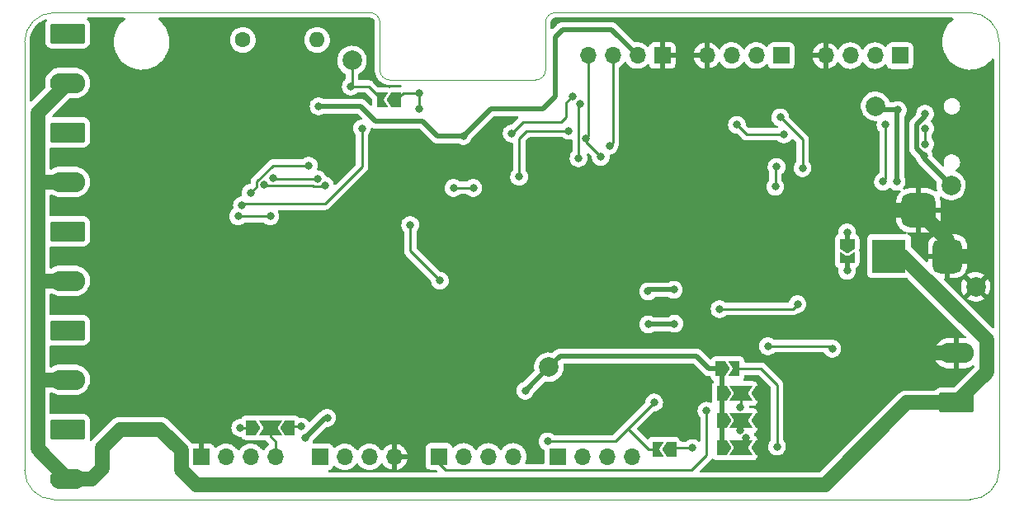
<source format=gbl>
G04 #@! TF.GenerationSoftware,KiCad,Pcbnew,(5.99.0-10216-g675444a646)*
G04 #@! TF.CreationDate,2021-05-11T20:11:49+02:00*
G04 #@! TF.ProjectId,ESP-Hiro,4553502d-4869-4726-9f2e-6b696361645f,rev?*
G04 #@! TF.SameCoordinates,Original*
G04 #@! TF.FileFunction,Copper,L2,Bot*
G04 #@! TF.FilePolarity,Positive*
%FSLAX46Y46*%
G04 Gerber Fmt 4.6, Leading zero omitted, Abs format (unit mm)*
G04 Created by KiCad (PCBNEW (5.99.0-10216-g675444a646)) date 2021-05-11 20:11:49*
%MOMM*%
%LPD*%
G01*
G04 APERTURE LIST*
G04 Aperture macros list*
%AMRoundRect*
0 Rectangle with rounded corners*
0 $1 Rounding radius*
0 $2 $3 $4 $5 $6 $7 $8 $9 X,Y pos of 4 corners*
0 Add a 4 corners polygon primitive as box body*
4,1,4,$2,$3,$4,$5,$6,$7,$8,$9,$2,$3,0*
0 Add four circle primitives for the rounded corners*
1,1,$1+$1,$2,$3*
1,1,$1+$1,$4,$5*
1,1,$1+$1,$6,$7*
1,1,$1+$1,$8,$9*
0 Add four rect primitives between the rounded corners*
20,1,$1+$1,$2,$3,$4,$5,0*
20,1,$1+$1,$4,$5,$6,$7,0*
20,1,$1+$1,$6,$7,$8,$9,0*
20,1,$1+$1,$8,$9,$2,$3,0*%
%AMFreePoly0*
4,1,6,1.000000,0.000000,0.500000,-0.750000,-0.500000,-0.750000,-0.500000,0.750000,0.500000,0.750000,1.000000,0.000000,1.000000,0.000000,$1*%
%AMFreePoly1*
4,1,6,0.500000,-0.750000,-0.650000,-0.750000,-0.150000,0.000000,-0.650000,0.750000,0.500000,0.750000,0.500000,-0.750000,0.500000,-0.750000,$1*%
%AMFreePoly2*
4,1,7,0.700000,0.000000,1.200000,-0.750000,-1.200000,-0.750000,-0.700000,0.000000,-1.200000,0.750000,1.200000,0.750000,0.700000,0.000000,0.700000,0.000000,$1*%
G04 Aperture macros list end*
G04 #@! TA.AperFunction,Profile*
%ADD10C,0.050000*%
G04 #@! TD*
G04 #@! TA.AperFunction,ComponentPad*
%ADD11O,1.600000X1.600000*%
G04 #@! TD*
G04 #@! TA.AperFunction,ComponentPad*
%ADD12C,1.600000*%
G04 #@! TD*
G04 #@! TA.AperFunction,ComponentPad*
%ADD13R,1.700000X1.700000*%
G04 #@! TD*
G04 #@! TA.AperFunction,ComponentPad*
%ADD14O,1.700000X1.700000*%
G04 #@! TD*
G04 #@! TA.AperFunction,ComponentPad*
%ADD15RoundRect,0.249999X-1.550001X0.790001X-1.550001X-0.790001X1.550001X-0.790001X1.550001X0.790001X0*%
G04 #@! TD*
G04 #@! TA.AperFunction,ComponentPad*
%ADD16O,3.600000X2.080000*%
G04 #@! TD*
G04 #@! TA.AperFunction,ComponentPad*
%ADD17RoundRect,0.249999X1.550001X-0.790001X1.550001X0.790001X-1.550001X0.790001X-1.550001X-0.790001X0*%
G04 #@! TD*
G04 #@! TA.AperFunction,ComponentPad*
%ADD18R,3.500000X3.500000*%
G04 #@! TD*
G04 #@! TA.AperFunction,ComponentPad*
%ADD19RoundRect,0.750000X0.750000X1.000000X-0.750000X1.000000X-0.750000X-1.000000X0.750000X-1.000000X0*%
G04 #@! TD*
G04 #@! TA.AperFunction,ComponentPad*
%ADD20RoundRect,0.875000X0.875000X0.875000X-0.875000X0.875000X-0.875000X-0.875000X0.875000X-0.875000X0*%
G04 #@! TD*
G04 #@! TA.AperFunction,SMDPad,CuDef*
%ADD21FreePoly0,180.000000*%
G04 #@! TD*
G04 #@! TA.AperFunction,SMDPad,CuDef*
%ADD22FreePoly1,180.000000*%
G04 #@! TD*
G04 #@! TA.AperFunction,SMDPad,CuDef*
%ADD23FreePoly0,270.000000*%
G04 #@! TD*
G04 #@! TA.AperFunction,SMDPad,CuDef*
%ADD24FreePoly1,270.000000*%
G04 #@! TD*
G04 #@! TA.AperFunction,SMDPad,CuDef*
%ADD25FreePoly2,180.000000*%
G04 #@! TD*
G04 #@! TA.AperFunction,SMDPad,CuDef*
%ADD26FreePoly0,0.000000*%
G04 #@! TD*
G04 #@! TA.AperFunction,SMDPad,CuDef*
%ADD27C,2.000000*%
G04 #@! TD*
G04 #@! TA.AperFunction,SMDPad,CuDef*
%ADD28FreePoly1,0.000000*%
G04 #@! TD*
G04 #@! TA.AperFunction,ViaPad*
%ADD29C,0.800000*%
G04 #@! TD*
G04 #@! TA.AperFunction,ViaPad*
%ADD30C,1.000000*%
G04 #@! TD*
G04 #@! TA.AperFunction,Conductor*
%ADD31C,0.500000*%
G04 #@! TD*
G04 #@! TA.AperFunction,Conductor*
%ADD32C,1.500000*%
G04 #@! TD*
G04 #@! TA.AperFunction,Conductor*
%ADD33C,0.254000*%
G04 #@! TD*
G04 APERTURE END LIST*
D10*
X100000000Y-127000000D02*
X100000000Y-83000000D01*
X200000000Y-127000000D02*
G75*
G02*
X197000000Y-130000000I-3000000J0D01*
G01*
X100000000Y-83000000D02*
G75*
G02*
X103000000Y-80000000I3000000J0D01*
G01*
X154450000Y-80000000D02*
G75*
G03*
X153450000Y-81000000I0J-1000000D01*
G01*
X197000000Y-80000000D02*
X154450000Y-80000000D01*
X100000000Y-127000000D02*
G75*
G03*
X103000000Y-130000000I3000000J0D01*
G01*
X200000000Y-83000000D02*
X200000000Y-127000000D01*
X153450000Y-85900000D02*
G75*
G02*
X152450000Y-86900000I-1000000J0D01*
G01*
X136450000Y-81000000D02*
G75*
G03*
X135450000Y-80000000I-1000000J0D01*
G01*
X197000000Y-80000000D02*
G75*
G02*
X200000000Y-83000000I0J-3000000D01*
G01*
X136450000Y-85900000D02*
X136450000Y-81000000D01*
X153450000Y-85900000D02*
X153450000Y-81000000D01*
X103000000Y-80000000D02*
X135450000Y-80000000D01*
X137450000Y-86900000D02*
G75*
G02*
X136450000Y-85900000I0J1000000D01*
G01*
X137450000Y-86900000D02*
X152450000Y-86900000D01*
X197000000Y-130000000D02*
X103000000Y-130000000D01*
D11*
X130008600Y-82796800D03*
D12*
X122388600Y-82796800D03*
D13*
X177618000Y-84400000D03*
D14*
X175078000Y-84400000D03*
X172538000Y-84400000D03*
X169998000Y-84400000D03*
D15*
X104410000Y-122770000D03*
D16*
X104410000Y-127850000D03*
D15*
X104410000Y-92290000D03*
D16*
X104410000Y-97370000D03*
D15*
X104410000Y-82130000D03*
D16*
X104410000Y-87210000D03*
D15*
X104410000Y-102450000D03*
D16*
X104410000Y-107530000D03*
D15*
X104410000Y-112610000D03*
D16*
X104410000Y-117690000D03*
D13*
X142504000Y-125563000D03*
D14*
X145044000Y-125563000D03*
X147584000Y-125563000D03*
X150124000Y-125563000D03*
D13*
X130312000Y-125600000D03*
D14*
X132852000Y-125600000D03*
X135392000Y-125600000D03*
X137932000Y-125600000D03*
D13*
X165426000Y-84400000D03*
D14*
X162886000Y-84400000D03*
X160346000Y-84400000D03*
X157806000Y-84400000D03*
D17*
X195590000Y-120050000D03*
D16*
X195590000Y-114970000D03*
D13*
X118120000Y-125600000D03*
D14*
X120660000Y-125600000D03*
X123200000Y-125600000D03*
X125740000Y-125600000D03*
D18*
X188700000Y-105000000D03*
D19*
X194700000Y-105000000D03*
D20*
X191700000Y-100300000D03*
D13*
X154690000Y-125563000D03*
D14*
X157230000Y-125563000D03*
X159770000Y-125563000D03*
X162310000Y-125563000D03*
D13*
X189810000Y-84410000D03*
D14*
X187270000Y-84410000D03*
X184730000Y-84410000D03*
X182190000Y-84410000D03*
D21*
X138125000Y-88969000D03*
D22*
X136675000Y-88969000D03*
D23*
X184390000Y-103738000D03*
D24*
X184390000Y-105188000D03*
D21*
X127208000Y-122624000D03*
D25*
X125208000Y-122624000D03*
D26*
X123208000Y-122624000D03*
D27*
X153783000Y-116401000D03*
D21*
X175518000Y-124689000D03*
D25*
X173518000Y-124689000D03*
D26*
X171518000Y-124689000D03*
D27*
X195058000Y-97732000D03*
D26*
X171396000Y-116561000D03*
D28*
X172846000Y-116561000D03*
D27*
X187311000Y-89604000D03*
D21*
X175518000Y-121895000D03*
D25*
X173518000Y-121895000D03*
D26*
X171518000Y-121895000D03*
D21*
X166369000Y-124816000D03*
D22*
X164919000Y-124816000D03*
D27*
X197598000Y-108146000D03*
D21*
X175518000Y-119104000D03*
D25*
X173518000Y-119104000D03*
D26*
X171518000Y-119104000D03*
D27*
X133590000Y-84905000D03*
D29*
X186422000Y-118306000D03*
X183755000Y-92144000D03*
X109588500Y-97958000D03*
X153783000Y-113734000D03*
X129145000Y-102177000D03*
X117461000Y-121989000D03*
X172198000Y-107638000D03*
D30*
X109917200Y-85997200D03*
D29*
X192772000Y-87191000D03*
X131050000Y-119957000D03*
X130796000Y-87318000D03*
X157947800Y-113716200D03*
D30*
X109510800Y-112547800D03*
D29*
X167523286Y-123698714D03*
X109587000Y-91001000D03*
X114463000Y-105385000D03*
X175804000Y-120625000D03*
X155815000Y-103447000D03*
X191629000Y-81730000D03*
D30*
X109510800Y-116985200D03*
D29*
X118604000Y-114496000D03*
X189470000Y-97351000D03*
X189597000Y-89985000D03*
X128764000Y-123640000D03*
X166609200Y-108458400D03*
X131050000Y-121608000D03*
X163967600Y-108610800D03*
X184390000Y-106495000D03*
X133463000Y-87572000D03*
X151370000Y-118814000D03*
X145020000Y-92652000D03*
X130161000Y-89604000D03*
X129145000Y-95700000D03*
X123176000Y-98494000D03*
X140448000Y-88242000D03*
X140448000Y-89858000D03*
X157593000Y-92906000D03*
X159117000Y-94811000D03*
X160006000Y-93668000D03*
X150735000Y-96843000D03*
X155838567Y-92132567D03*
X149973000Y-92398000D03*
X156196000Y-88588000D03*
X144004000Y-97986000D03*
X156958000Y-89350000D03*
X130802223Y-97737186D03*
X156831000Y-94938000D03*
X146036000Y-97986000D03*
X124573000Y-97697000D03*
X134606000Y-91890000D03*
X122296608Y-99773608D03*
X139559000Y-101796000D03*
X153656000Y-124021000D03*
X164590118Y-120030698D03*
X142607000Y-107511000D03*
X125208000Y-100907000D03*
X121906000Y-100907000D03*
X125462000Y-96970000D03*
X130034000Y-97097000D03*
X173087000Y-91509000D03*
X177913000Y-92493000D03*
X177532000Y-90747000D03*
X179818000Y-95954000D03*
X188327000Y-91523000D03*
X188073000Y-97351000D03*
X177201000Y-124562000D03*
X168539286Y-124714714D03*
X176262000Y-114242000D03*
X182866000Y-114496000D03*
X184390000Y-102558000D03*
X192264000Y-94684000D03*
X192391000Y-90366000D03*
X173386134Y-122905161D03*
X173391000Y-120545500D03*
X177151000Y-95827000D03*
X177024000Y-97859000D03*
X192392741Y-93477000D03*
X192379998Y-91890000D03*
X169962000Y-120879000D03*
X171309000Y-110432000D03*
X179310000Y-109924000D03*
X128383000Y-122497000D03*
X122125000Y-122624000D03*
X163993000Y-112014400D03*
X166685400Y-111938200D03*
X174026000Y-123673000D03*
D31*
X197598000Y-105029000D02*
X197569000Y-105000000D01*
D32*
X194700000Y-103300000D02*
X191700000Y-100300000D01*
X194700000Y-105000000D02*
X194700000Y-103300000D01*
X191700000Y-100300000D02*
X188299000Y-100300000D01*
X194700000Y-105000000D02*
X197569000Y-105000000D01*
D31*
X175518000Y-120911000D02*
X175804000Y-120625000D01*
X175518000Y-121895000D02*
X175518000Y-120911000D01*
D32*
X195590000Y-114970000D02*
X192806000Y-114970000D01*
X101732000Y-117690000D02*
X104410000Y-117690000D01*
X117588000Y-128466000D02*
X116064000Y-126942000D01*
X198741000Y-113607000D02*
X198741000Y-116909000D01*
X101332000Y-90288000D02*
X101332000Y-124772000D01*
X101659980Y-117617980D02*
X101732000Y-117690000D01*
X113924000Y-122770000D02*
X116064000Y-124910000D01*
X104410000Y-127850000D02*
X102226500Y-125666500D01*
X107936000Y-124656000D02*
X109822000Y-122770000D01*
X116064000Y-124910000D02*
X115810000Y-124656000D01*
X195590000Y-120050000D02*
X190520000Y-120050000D01*
X188700000Y-105000000D02*
X190134000Y-105000000D01*
X198360000Y-117290000D02*
X198350000Y-117290000D01*
X106901000Y-127850000D02*
X107936000Y-126815000D01*
X109822000Y-122770000D02*
X110330000Y-122770000D01*
X104410000Y-87210000D02*
X101332000Y-90288000D01*
X198350000Y-117290000D02*
X195590000Y-120050000D01*
X101694000Y-107530000D02*
X104410000Y-107530000D01*
X101332000Y-124772000D02*
X102226500Y-125666500D01*
X102226500Y-125666500D02*
X101659980Y-125099980D01*
X104410000Y-127850000D02*
X106901000Y-127850000D01*
X101659980Y-107564020D02*
X101694000Y-107530000D01*
X101659980Y-97297980D02*
X101732000Y-97370000D01*
X107936000Y-126815000D02*
X107936000Y-124656000D01*
X109822000Y-122770000D02*
X113924000Y-122770000D01*
X116064000Y-126942000D02*
X116064000Y-124910000D01*
X198741000Y-116909000D02*
X198360000Y-117290000D01*
X190520000Y-120050000D02*
X182104000Y-128466000D01*
X101732000Y-97370000D02*
X104410000Y-97370000D01*
X190134000Y-105000000D02*
X198741000Y-113607000D01*
X182104000Y-128466000D02*
X117588000Y-128466000D01*
D31*
X187692000Y-89985000D02*
X187311000Y-89604000D01*
X189597000Y-89985000D02*
X187692000Y-89985000D01*
X131050000Y-121608000D02*
X130796000Y-121608000D01*
X166609200Y-108458400D02*
X164120000Y-108458400D01*
X164120000Y-108458400D02*
X163967600Y-108610800D01*
X189470000Y-90112000D02*
X189597000Y-89985000D01*
X130796000Y-121608000D02*
X128764000Y-123640000D01*
X189470000Y-97351000D02*
X189470000Y-90112000D01*
X184390000Y-105188000D02*
X184390000Y-106495000D01*
D33*
X133463000Y-87572000D02*
X133590000Y-87445000D01*
X133463000Y-87572000D02*
X135278000Y-87572000D01*
X135278000Y-87572000D02*
X136675000Y-88969000D01*
X133590000Y-87445000D02*
X133590000Y-84905000D01*
D31*
X170216000Y-116561000D02*
X168913000Y-115258000D01*
X160216000Y-81730000D02*
X155180000Y-81730000D01*
X153148000Y-89858000D02*
X147814000Y-89858000D01*
X168913000Y-115258000D02*
X154926000Y-115258000D01*
X171518000Y-116947000D02*
X171650000Y-116815000D01*
X140829000Y-91128000D02*
X142353000Y-92652000D01*
X171518000Y-119104000D02*
X171518000Y-116947000D01*
X171396000Y-116561000D02*
X170216000Y-116561000D01*
X165721000Y-115258000D02*
X154926000Y-115258000D01*
X162886000Y-84400000D02*
X160216000Y-81730000D01*
X147814000Y-89858000D02*
X145020000Y-92652000D01*
X171518000Y-121895000D02*
X171518000Y-124689000D01*
X154418000Y-88588000D02*
X153148000Y-89858000D01*
X130161000Y-89604000D02*
X134479000Y-89604000D01*
X154926000Y-115258000D02*
X153783000Y-116401000D01*
X136003000Y-91128000D02*
X140829000Y-91128000D01*
X134479000Y-89604000D02*
X136003000Y-91128000D01*
X154418000Y-82492000D02*
X154418000Y-88588000D01*
X155180000Y-81730000D02*
X154418000Y-82492000D01*
X151370000Y-118814000D02*
X153783000Y-116401000D01*
X145020000Y-92652000D02*
X142353000Y-92652000D01*
X171518000Y-119104000D02*
X171518000Y-121895000D01*
D33*
X138852000Y-88242000D02*
X140448000Y-88242000D01*
X125494023Y-95700000D02*
X129145000Y-95700000D01*
X123845989Y-97824011D02*
X123845989Y-97348034D01*
X123845989Y-97348034D02*
X125494023Y-95700000D01*
X123176000Y-98494000D02*
X123845989Y-97824011D01*
X138125000Y-88969000D02*
X138852000Y-88242000D01*
X140448000Y-89858000D02*
X140448000Y-88242000D01*
X157806000Y-92693000D02*
X157593000Y-92906000D01*
X157806000Y-84400000D02*
X157806000Y-92693000D01*
X157593000Y-93287000D02*
X159117000Y-94811000D01*
X157593000Y-92906000D02*
X157593000Y-93287000D01*
X160006000Y-93668000D02*
X160346000Y-93328000D01*
X160346000Y-93328000D02*
X160346000Y-89772000D01*
X160346000Y-93328000D02*
X160346000Y-84400000D01*
X155838567Y-92132567D02*
X151508433Y-92132567D01*
X151508433Y-92132567D02*
X150735000Y-92906000D01*
X150735000Y-92906000D02*
X150735000Y-96843000D01*
X151116000Y-91255000D02*
X155053000Y-91255000D01*
X155053000Y-91255000D02*
X155561000Y-90747000D01*
X149973000Y-92398000D02*
X151116000Y-91255000D01*
X155561000Y-89223000D02*
X155561000Y-90747000D01*
X156196000Y-88588000D02*
X155561000Y-89223000D01*
X130382966Y-97824011D02*
X130469791Y-97737186D01*
X156865989Y-89442011D02*
X156865989Y-94903011D01*
X129598209Y-97737186D02*
X129685034Y-97824011D01*
X130469791Y-97737186D02*
X130802223Y-97737186D01*
X129685034Y-97824011D02*
X130382966Y-97824011D01*
X156958000Y-89350000D02*
X156865989Y-89442011D01*
X144004000Y-97986000D02*
X146036000Y-97986000D01*
X124573000Y-97697000D02*
X124613186Y-97737186D01*
X156865989Y-94903011D02*
X156831000Y-94938000D01*
X124613186Y-97737186D02*
X129598209Y-97737186D01*
X134606000Y-91890000D02*
X134606000Y-94049000D01*
X122296608Y-99773608D02*
X122448989Y-99621227D01*
X130811773Y-99621227D02*
X134606000Y-95827000D01*
X122448989Y-99621227D02*
X130811773Y-99621227D01*
X134606000Y-95827000D02*
X134606000Y-94049000D01*
X161201816Y-123419000D02*
X161200408Y-123420408D01*
X161200408Y-123420408D02*
X161898908Y-122721908D01*
X163993000Y-124816000D02*
X161898908Y-122721908D01*
X153656000Y-124021000D02*
X160599816Y-124021000D01*
X161898908Y-122721908D02*
X164590118Y-120030698D01*
X160599816Y-124021000D02*
X161200408Y-123420408D01*
X164919000Y-124816000D02*
X163993000Y-124816000D01*
X164590118Y-120030698D02*
X164584909Y-120025489D01*
X139559000Y-104463000D02*
X142607000Y-107511000D01*
X139559000Y-101796000D02*
X139559000Y-103701000D01*
X139559000Y-103701000D02*
X139559000Y-104463000D01*
X121906000Y-100907000D02*
X125208000Y-100907000D01*
X125589000Y-97097000D02*
X130034000Y-97097000D01*
X125462000Y-96970000D02*
X125589000Y-97097000D01*
X174071000Y-92493000D02*
X173087000Y-91509000D01*
X177913000Y-92493000D02*
X174071000Y-92493000D01*
X179818000Y-95954000D02*
X179818000Y-93033000D01*
X179818000Y-93033000D02*
X177532000Y-90747000D01*
X188327000Y-94303000D02*
X188327000Y-97097000D01*
X188327000Y-97097000D02*
X188073000Y-97351000D01*
X188327000Y-91523000D02*
X188327000Y-94303000D01*
X172846000Y-116561000D02*
X175550000Y-116561000D01*
X175550000Y-116561000D02*
X177201000Y-118212000D01*
X175550000Y-116561000D02*
X175804000Y-116815000D01*
X177201000Y-118212000D02*
X177201000Y-124562000D01*
X168539286Y-124714714D02*
X168539286Y-124573286D01*
X168539286Y-124714714D02*
X166470286Y-124714714D01*
X166470286Y-124714714D02*
X166369000Y-124816000D01*
X125208000Y-123513000D02*
X125740000Y-124045000D01*
X125208000Y-122624000D02*
X125208000Y-123513000D01*
X125740000Y-124045000D02*
X125740000Y-125600000D01*
X176262000Y-114242000D02*
X182612000Y-114242000D01*
X182612000Y-114242000D02*
X182866000Y-114496000D01*
D31*
X192264000Y-94938000D02*
X195058000Y-97732000D01*
X191502000Y-91509981D02*
X191502000Y-93922000D01*
X192391000Y-90366000D02*
X192391000Y-90620981D01*
X191502000Y-93922000D02*
X192264000Y-94684000D01*
X192391000Y-90620981D02*
X191502000Y-91509981D01*
X184390000Y-103738000D02*
X184390000Y-102558000D01*
X192264000Y-94684000D02*
X192264000Y-94938000D01*
D33*
X173518000Y-121895000D02*
X173518000Y-122773295D01*
X173518000Y-122773295D02*
X173386134Y-122905161D01*
X173518000Y-120418500D02*
X173391000Y-120545500D01*
X173518000Y-119104000D02*
X173518000Y-120418500D01*
X177024000Y-95954000D02*
X177151000Y-95827000D01*
X177024000Y-97859000D02*
X177024000Y-95954000D01*
X192392741Y-91902743D02*
X192379998Y-91890000D01*
X192392741Y-93477000D02*
X192392741Y-91902743D01*
X168438000Y-126975000D02*
X169962000Y-125451000D01*
X143165000Y-126975000D02*
X142504000Y-126314000D01*
X169962000Y-125451000D02*
X169962000Y-120879000D01*
X152055000Y-126975000D02*
X168438000Y-126975000D01*
X152055000Y-126975000D02*
X143165000Y-126975000D01*
X142504000Y-126314000D02*
X142504000Y-125563000D01*
X178802000Y-110432000D02*
X179310000Y-109924000D01*
X171309000Y-110432000D02*
X178802000Y-110432000D01*
X127335000Y-122497000D02*
X127208000Y-122624000D01*
X128383000Y-122497000D02*
X127335000Y-122497000D01*
X122125000Y-122624000D02*
X123208000Y-122624000D01*
D31*
X163993000Y-112014400D02*
X166609200Y-112014400D01*
X166609200Y-112014400D02*
X166685400Y-111938200D01*
D33*
X173518000Y-124689000D02*
X173518000Y-124181000D01*
X173518000Y-124181000D02*
X174026000Y-123673000D01*
G04 #@! TA.AperFunction,Conductor*
G36*
X110254391Y-80528002D02*
G01*
X110300884Y-80581658D01*
X110310988Y-80651932D01*
X110281494Y-80716512D01*
X110268351Y-80729596D01*
X110019207Y-80943517D01*
X110019203Y-80943521D01*
X110016403Y-80945925D01*
X109790299Y-81191381D01*
X109594377Y-81461540D01*
X109592582Y-81464746D01*
X109592579Y-81464750D01*
X109503629Y-81623582D01*
X109431313Y-81752712D01*
X109429905Y-81756102D01*
X109429901Y-81756111D01*
X109308855Y-82047623D01*
X109303333Y-82060921D01*
X109302331Y-82064450D01*
X109302329Y-82064456D01*
X109213401Y-82377682D01*
X109212187Y-82381957D01*
X109211604Y-82385576D01*
X109211603Y-82385581D01*
X109206551Y-82416947D01*
X109159118Y-82711434D01*
X109144852Y-83044852D01*
X109169584Y-83377658D01*
X109170283Y-83381272D01*
X109170284Y-83381278D01*
X109224312Y-83660525D01*
X109232976Y-83705306D01*
X109234089Y-83708804D01*
X109234091Y-83708812D01*
X109326225Y-83998378D01*
X109334161Y-84023320D01*
X109335678Y-84026673D01*
X109335680Y-84026677D01*
X109458958Y-84299072D01*
X109471759Y-84327356D01*
X109643888Y-84613263D01*
X109646134Y-84616164D01*
X109646139Y-84616171D01*
X109845943Y-84874221D01*
X109845950Y-84874228D01*
X109848200Y-84877135D01*
X110081902Y-85115368D01*
X110341803Y-85324707D01*
X110344918Y-85326665D01*
X110344921Y-85326667D01*
X110608123Y-85492094D01*
X110624352Y-85502294D01*
X110925692Y-85645703D01*
X111241705Y-85752974D01*
X111568075Y-85822644D01*
X111681554Y-85833271D01*
X111896678Y-85853418D01*
X111896683Y-85853418D01*
X111900344Y-85853761D01*
X112105754Y-85848920D01*
X112230290Y-85845985D01*
X112230293Y-85845985D01*
X112233975Y-85845898D01*
X112564411Y-85799164D01*
X112567967Y-85798228D01*
X112567971Y-85798227D01*
X112868210Y-85719181D01*
X112887137Y-85714198D01*
X113055425Y-85648077D01*
X113194318Y-85593506D01*
X113194325Y-85593503D01*
X113197745Y-85592159D01*
X113491995Y-85434714D01*
X113523375Y-85412864D01*
X113762842Y-85246119D01*
X113765865Y-85244014D01*
X113768615Y-85241577D01*
X113768621Y-85241572D01*
X114012864Y-85025103D01*
X114015616Y-85022664D01*
X114237837Y-84773687D01*
X114241948Y-84767828D01*
X114427380Y-84503493D01*
X114429491Y-84500484D01*
X114431430Y-84496892D01*
X114586213Y-84210027D01*
X114587962Y-84206786D01*
X114590848Y-84199517D01*
X114709723Y-83900034D01*
X114709723Y-83900033D01*
X114711084Y-83896605D01*
X114765781Y-83691760D01*
X114796224Y-83577748D01*
X114796225Y-83577744D01*
X114797177Y-83574178D01*
X114830328Y-83345542D01*
X114844606Y-83247068D01*
X114844606Y-83247065D01*
X114845064Y-83243908D01*
X114855500Y-83000000D01*
X114843606Y-82796800D01*
X121075100Y-82796800D01*
X121095055Y-83024887D01*
X121096479Y-83030200D01*
X121096479Y-83030202D01*
X121152475Y-83239178D01*
X121154314Y-83246043D01*
X121156636Y-83251024D01*
X121156637Y-83251025D01*
X121248750Y-83448563D01*
X121248753Y-83448568D01*
X121251076Y-83453550D01*
X121254232Y-83458057D01*
X121254233Y-83458059D01*
X121376467Y-83632627D01*
X121382401Y-83641102D01*
X121544298Y-83802999D01*
X121548806Y-83806156D01*
X121548809Y-83806158D01*
X121727341Y-83931167D01*
X121731850Y-83934324D01*
X121736832Y-83936647D01*
X121736837Y-83936650D01*
X121929902Y-84026677D01*
X121939357Y-84031086D01*
X121944665Y-84032508D01*
X121944667Y-84032509D01*
X122155198Y-84088921D01*
X122155200Y-84088921D01*
X122160513Y-84090345D01*
X122388600Y-84110300D01*
X122616687Y-84090345D01*
X122622000Y-84088921D01*
X122622002Y-84088921D01*
X122832533Y-84032509D01*
X122832535Y-84032508D01*
X122837843Y-84031086D01*
X122847298Y-84026677D01*
X123040363Y-83936650D01*
X123040368Y-83936647D01*
X123045350Y-83934324D01*
X123049859Y-83931167D01*
X123228391Y-83806158D01*
X123228394Y-83806156D01*
X123232902Y-83802999D01*
X123394799Y-83641102D01*
X123400734Y-83632627D01*
X123522967Y-83458059D01*
X123522968Y-83458057D01*
X123526124Y-83453550D01*
X123528447Y-83448568D01*
X123528450Y-83448563D01*
X123620563Y-83251025D01*
X123620564Y-83251024D01*
X123622886Y-83246043D01*
X123624726Y-83239178D01*
X123680721Y-83030202D01*
X123680721Y-83030200D01*
X123682145Y-83024887D01*
X123702100Y-82796800D01*
X128695100Y-82796800D01*
X128715055Y-83024887D01*
X128716479Y-83030200D01*
X128716479Y-83030202D01*
X128772475Y-83239178D01*
X128774314Y-83246043D01*
X128776636Y-83251024D01*
X128776637Y-83251025D01*
X128868750Y-83448563D01*
X128868753Y-83448568D01*
X128871076Y-83453550D01*
X128874232Y-83458057D01*
X128874233Y-83458059D01*
X128996467Y-83632627D01*
X129002401Y-83641102D01*
X129164298Y-83802999D01*
X129168806Y-83806156D01*
X129168809Y-83806158D01*
X129347341Y-83931167D01*
X129351850Y-83934324D01*
X129356832Y-83936647D01*
X129356837Y-83936650D01*
X129549902Y-84026677D01*
X129559357Y-84031086D01*
X129564665Y-84032508D01*
X129564667Y-84032509D01*
X129775198Y-84088921D01*
X129775200Y-84088921D01*
X129780513Y-84090345D01*
X130008600Y-84110300D01*
X130236687Y-84090345D01*
X130242000Y-84088921D01*
X130242002Y-84088921D01*
X130452533Y-84032509D01*
X130452535Y-84032508D01*
X130457843Y-84031086D01*
X130467298Y-84026677D01*
X130660363Y-83936650D01*
X130660368Y-83936647D01*
X130665350Y-83934324D01*
X130669859Y-83931167D01*
X130848391Y-83806158D01*
X130848394Y-83806156D01*
X130852902Y-83802999D01*
X131014799Y-83641102D01*
X131020734Y-83632627D01*
X131142967Y-83458059D01*
X131142968Y-83458057D01*
X131146124Y-83453550D01*
X131148447Y-83448568D01*
X131148450Y-83448563D01*
X131240563Y-83251025D01*
X131240564Y-83251024D01*
X131242886Y-83246043D01*
X131244726Y-83239178D01*
X131300721Y-83030202D01*
X131300721Y-83030200D01*
X131302145Y-83024887D01*
X131322100Y-82796800D01*
X131302145Y-82568713D01*
X131290541Y-82525405D01*
X131244309Y-82352867D01*
X131244308Y-82352865D01*
X131242886Y-82347557D01*
X131235710Y-82332167D01*
X131148450Y-82145037D01*
X131148447Y-82145032D01*
X131146124Y-82140050D01*
X131100377Y-82074716D01*
X131017958Y-81957009D01*
X131017956Y-81957006D01*
X131014799Y-81952498D01*
X130852902Y-81790601D01*
X130848394Y-81787444D01*
X130848391Y-81787442D01*
X130669859Y-81662433D01*
X130669857Y-81662432D01*
X130665350Y-81659276D01*
X130660368Y-81656953D01*
X130660363Y-81656950D01*
X130462825Y-81564837D01*
X130462824Y-81564836D01*
X130457843Y-81562514D01*
X130452535Y-81561092D01*
X130452533Y-81561091D01*
X130242002Y-81504679D01*
X130242000Y-81504679D01*
X130236687Y-81503255D01*
X130008600Y-81483300D01*
X129780513Y-81503255D01*
X129775200Y-81504679D01*
X129775198Y-81504679D01*
X129564667Y-81561091D01*
X129564665Y-81561092D01*
X129559357Y-81562514D01*
X129554376Y-81564836D01*
X129554375Y-81564837D01*
X129356837Y-81656950D01*
X129356832Y-81656953D01*
X129351850Y-81659276D01*
X129347343Y-81662432D01*
X129347341Y-81662433D01*
X129168809Y-81787442D01*
X129168806Y-81787444D01*
X129164298Y-81790601D01*
X129002401Y-81952498D01*
X128999244Y-81957006D01*
X128999242Y-81957009D01*
X128916823Y-82074716D01*
X128871076Y-82140050D01*
X128868753Y-82145032D01*
X128868750Y-82145037D01*
X128781490Y-82332167D01*
X128774314Y-82347557D01*
X128772892Y-82352865D01*
X128772891Y-82352867D01*
X128726659Y-82525405D01*
X128715055Y-82568713D01*
X128695100Y-82796800D01*
X123702100Y-82796800D01*
X123682145Y-82568713D01*
X123670541Y-82525405D01*
X123624309Y-82352867D01*
X123624308Y-82352865D01*
X123622886Y-82347557D01*
X123615710Y-82332167D01*
X123528450Y-82145037D01*
X123528447Y-82145032D01*
X123526124Y-82140050D01*
X123480377Y-82074716D01*
X123397958Y-81957009D01*
X123397956Y-81957006D01*
X123394799Y-81952498D01*
X123232902Y-81790601D01*
X123228394Y-81787444D01*
X123228391Y-81787442D01*
X123049859Y-81662433D01*
X123049857Y-81662432D01*
X123045350Y-81659276D01*
X123040368Y-81656953D01*
X123040363Y-81656950D01*
X122842825Y-81564837D01*
X122842824Y-81564836D01*
X122837843Y-81562514D01*
X122832535Y-81561092D01*
X122832533Y-81561091D01*
X122622002Y-81504679D01*
X122622000Y-81504679D01*
X122616687Y-81503255D01*
X122388600Y-81483300D01*
X122160513Y-81503255D01*
X122155200Y-81504679D01*
X122155198Y-81504679D01*
X121944667Y-81561091D01*
X121944665Y-81561092D01*
X121939357Y-81562514D01*
X121934376Y-81564836D01*
X121934375Y-81564837D01*
X121736837Y-81656950D01*
X121736832Y-81656953D01*
X121731850Y-81659276D01*
X121727343Y-81662432D01*
X121727341Y-81662433D01*
X121548809Y-81787442D01*
X121548806Y-81787444D01*
X121544298Y-81790601D01*
X121382401Y-81952498D01*
X121379244Y-81957006D01*
X121379242Y-81957009D01*
X121296823Y-82074716D01*
X121251076Y-82140050D01*
X121248753Y-82145032D01*
X121248750Y-82145037D01*
X121161490Y-82332167D01*
X121154314Y-82347557D01*
X121152892Y-82352865D01*
X121152891Y-82352867D01*
X121106659Y-82525405D01*
X121095055Y-82568713D01*
X121075100Y-82796800D01*
X114843606Y-82796800D01*
X114835999Y-82666847D01*
X114804391Y-82488500D01*
X114778404Y-82341865D01*
X114778403Y-82341861D01*
X114777762Y-82338244D01*
X114686621Y-82035416D01*
X114682645Y-82022205D01*
X114682644Y-82022204D01*
X114681584Y-82018680D01*
X114585065Y-81796171D01*
X114550248Y-81715905D01*
X114550246Y-81715902D01*
X114548779Y-81712519D01*
X114381161Y-81423944D01*
X114336323Y-81364116D01*
X114238492Y-81233581D01*
X114181020Y-81156896D01*
X113951088Y-80915022D01*
X113729673Y-80730873D01*
X113690091Y-80671936D01*
X113688655Y-80600954D01*
X113725822Y-80540464D01*
X113789793Y-80509671D01*
X113810244Y-80508000D01*
X135366472Y-80508000D01*
X135388797Y-80509994D01*
X135392418Y-80510646D01*
X135399674Y-80511952D01*
X135463797Y-80513471D01*
X135480831Y-80513874D01*
X135502425Y-80516260D01*
X135579200Y-80531531D01*
X135602833Y-80538699D01*
X135668119Y-80565742D01*
X135689900Y-80577385D01*
X135725174Y-80600954D01*
X135748644Y-80616636D01*
X135767737Y-80632306D01*
X135817695Y-80682264D01*
X135833364Y-80701355D01*
X135872614Y-80760098D01*
X135872617Y-80760102D01*
X135884259Y-80781884D01*
X135911298Y-80847160D01*
X135918468Y-80870797D01*
X135918602Y-80871468D01*
X135933740Y-80947579D01*
X135936126Y-80969175D01*
X135937704Y-81035798D01*
X135937970Y-81047049D01*
X135938709Y-81051461D01*
X135938710Y-81051473D01*
X135940269Y-81060783D01*
X135942000Y-81081594D01*
X135942000Y-85821921D01*
X135940924Y-85838352D01*
X135939932Y-85845898D01*
X135936240Y-85873965D01*
X135936355Y-85878825D01*
X135936355Y-85878826D01*
X135937818Y-85940621D01*
X135937720Y-85943186D01*
X135936933Y-85946364D01*
X135937280Y-85954639D01*
X135939230Y-86001173D01*
X135939306Y-86003466D01*
X135940297Y-86045311D01*
X135941039Y-86049738D01*
X135941128Y-86050677D01*
X135941447Y-86055335D01*
X135941529Y-86056023D01*
X135941733Y-86060886D01*
X135948776Y-86096295D01*
X135949461Y-86100033D01*
X135955276Y-86134756D01*
X135958729Y-86155377D01*
X135961221Y-86160530D01*
X135962677Y-86166179D01*
X135974007Y-86223136D01*
X135975419Y-86232730D01*
X135975052Y-86240658D01*
X135977171Y-86249383D01*
X135977171Y-86249384D01*
X135987911Y-86293610D01*
X135989048Y-86298760D01*
X135993459Y-86320932D01*
X135993461Y-86320939D01*
X135994335Y-86325333D01*
X135995820Y-86329549D01*
X135995824Y-86329565D01*
X135996359Y-86331083D01*
X135999952Y-86343194D01*
X136000950Y-86347303D01*
X136000953Y-86347313D01*
X136002102Y-86352043D01*
X136011745Y-86375323D01*
X136014172Y-86381664D01*
X136028420Y-86422125D01*
X136028423Y-86422130D01*
X136031404Y-86430596D01*
X136036643Y-86437886D01*
X136039011Y-86442425D01*
X136043709Y-86452489D01*
X136065403Y-86504864D01*
X136068664Y-86514007D01*
X136069851Y-86521859D01*
X136092810Y-86571319D01*
X136094921Y-86576128D01*
X136103570Y-86597009D01*
X136103573Y-86597015D01*
X136105285Y-86601148D01*
X136107568Y-86605000D01*
X136108391Y-86606389D01*
X136114281Y-86617573D01*
X136118112Y-86625826D01*
X136132120Y-86646790D01*
X136135721Y-86652509D01*
X136162178Y-86697156D01*
X136168735Y-86703281D01*
X136171943Y-86707271D01*
X136178511Y-86716221D01*
X136210010Y-86763363D01*
X136214995Y-86771700D01*
X136217690Y-86779166D01*
X136222983Y-86786411D01*
X136222986Y-86786417D01*
X136249860Y-86823203D01*
X136252882Y-86827527D01*
X136265416Y-86846285D01*
X136265421Y-86846292D01*
X136267909Y-86850015D01*
X136270900Y-86853348D01*
X136270905Y-86853355D01*
X136271969Y-86854541D01*
X136279935Y-86864368D01*
X136285306Y-86871721D01*
X136303112Y-86889527D01*
X136307801Y-86894476D01*
X136342438Y-86933080D01*
X136350063Y-86937808D01*
X136353999Y-86941105D01*
X136362185Y-86948600D01*
X136402268Y-86988683D01*
X136408785Y-86995889D01*
X136412885Y-87002685D01*
X136419487Y-87008756D01*
X136419488Y-87008757D01*
X136453028Y-87039598D01*
X136456837Y-87043252D01*
X136475961Y-87062376D01*
X136479547Y-87065063D01*
X136479551Y-87065067D01*
X136480838Y-87066031D01*
X136490549Y-87074100D01*
X136497259Y-87080270D01*
X136501306Y-87082974D01*
X136501311Y-87082978D01*
X136518193Y-87094258D01*
X136523755Y-87098196D01*
X136550262Y-87118061D01*
X136565264Y-87129304D01*
X136573664Y-87132453D01*
X136578157Y-87134913D01*
X136587649Y-87140667D01*
X136634799Y-87172171D01*
X136642590Y-87177963D01*
X136647935Y-87183827D01*
X136655601Y-87188497D01*
X136694506Y-87212199D01*
X136698952Y-87215036D01*
X136721448Y-87230067D01*
X136725486Y-87232002D01*
X136725492Y-87232005D01*
X136726935Y-87232696D01*
X136738035Y-87238717D01*
X136741666Y-87240929D01*
X136741677Y-87240935D01*
X136745824Y-87243461D01*
X136750307Y-87245318D01*
X136750311Y-87245320D01*
X136769116Y-87253109D01*
X136775338Y-87255887D01*
X136822092Y-87278287D01*
X136830951Y-87279738D01*
X136835815Y-87281267D01*
X136846247Y-87285059D01*
X136898658Y-87306768D01*
X136907423Y-87310925D01*
X136913810Y-87315634D01*
X136964993Y-87334364D01*
X136969910Y-87336281D01*
X136974702Y-87338266D01*
X136994928Y-87346644D01*
X136999267Y-87347754D01*
X136999276Y-87347757D01*
X137000826Y-87348153D01*
X137012903Y-87351897D01*
X137016884Y-87353354D01*
X137016888Y-87353355D01*
X137021451Y-87355025D01*
X137026214Y-87355973D01*
X137026216Y-87355973D01*
X137046159Y-87359940D01*
X137052803Y-87361450D01*
X137103046Y-87374303D01*
X137112017Y-87373998D01*
X137117107Y-87374551D01*
X137128076Y-87376235D01*
X137183185Y-87387196D01*
X137185673Y-87387853D01*
X137188604Y-87389315D01*
X137242656Y-87399046D01*
X137244810Y-87399454D01*
X137285899Y-87407627D01*
X137290370Y-87407869D01*
X137291354Y-87407993D01*
X137295926Y-87408692D01*
X137296620Y-87408762D01*
X137301412Y-87409625D01*
X137321795Y-87410108D01*
X137337493Y-87410480D01*
X137341321Y-87410629D01*
X137388372Y-87413177D01*
X137388374Y-87413177D01*
X137397334Y-87413662D01*
X137402908Y-87412355D01*
X137408733Y-87412167D01*
X137440793Y-87412926D01*
X137468278Y-87413577D01*
X137468279Y-87413577D01*
X137472758Y-87413683D01*
X137513035Y-87408885D01*
X137527939Y-87408000D01*
X138560581Y-87408000D01*
X138628702Y-87428002D01*
X138675195Y-87481658D01*
X138685299Y-87551932D01*
X138655805Y-87616512D01*
X138610621Y-87649637D01*
X138605236Y-87651967D01*
X138597627Y-87654178D01*
X138590805Y-87658212D01*
X138590806Y-87658212D01*
X138580107Y-87664539D01*
X138562360Y-87673234D01*
X138543437Y-87680726D01*
X138537025Y-87685385D01*
X138530074Y-87689206D01*
X138528533Y-87686403D01*
X138475605Y-87705294D01*
X138468398Y-87705500D01*
X137625000Y-87705500D01*
X137623038Y-87705624D01*
X137623030Y-87705624D01*
X137604748Y-87706777D01*
X137560472Y-87709570D01*
X137514786Y-87722155D01*
X137463395Y-87725398D01*
X137349043Y-87708957D01*
X137329445Y-87706139D01*
X137329444Y-87706139D01*
X137325000Y-87705500D01*
X136362423Y-87705500D01*
X136294302Y-87685498D01*
X136273328Y-87668595D01*
X135782870Y-87178137D01*
X135775559Y-87170104D01*
X135771514Y-87163730D01*
X135722880Y-87118060D01*
X135720039Y-87115306D01*
X135699379Y-87094646D01*
X135696253Y-87092221D01*
X135696246Y-87092215D01*
X135695844Y-87091904D01*
X135686815Y-87084193D01*
X135682638Y-87080270D01*
X135654476Y-87053825D01*
X135636646Y-87044023D01*
X135620123Y-87033169D01*
X135616231Y-87030150D01*
X135604041Y-87020694D01*
X135563315Y-87003070D01*
X135552668Y-86997854D01*
X135513784Y-86976478D01*
X135494079Y-86971419D01*
X135475370Y-86965014D01*
X135463967Y-86960079D01*
X135463964Y-86960078D01*
X135456694Y-86956932D01*
X135448869Y-86955693D01*
X135448867Y-86955692D01*
X135412872Y-86949991D01*
X135401251Y-86947584D01*
X135371371Y-86939913D01*
X135358276Y-86936551D01*
X135357465Y-86936500D01*
X135337604Y-86936500D01*
X135317894Y-86934949D01*
X135305948Y-86933057D01*
X135298119Y-86931817D01*
X135284757Y-86933080D01*
X135254488Y-86935941D01*
X135242631Y-86936500D01*
X134351500Y-86936500D01*
X134283379Y-86916498D01*
X134236886Y-86862842D01*
X134225500Y-86810500D01*
X134225500Y-86351848D01*
X134245502Y-86283727D01*
X134290413Y-86241647D01*
X134427558Y-86165626D01*
X134431536Y-86162496D01*
X134431540Y-86162493D01*
X134614358Y-86018629D01*
X134614359Y-86018628D01*
X134618334Y-86015500D01*
X134630414Y-86002363D01*
X134779231Y-85840527D01*
X134779234Y-85840523D01*
X134782654Y-85836804D01*
X134815870Y-85786430D01*
X134869361Y-85705306D01*
X134916290Y-85634134D01*
X134942985Y-85574735D01*
X135013730Y-85417322D01*
X135013732Y-85417316D01*
X135015804Y-85412706D01*
X135023265Y-85384861D01*
X135077327Y-85183098D01*
X135077327Y-85183097D01*
X135078635Y-85178216D01*
X135103168Y-84936696D01*
X135103500Y-84905000D01*
X135103271Y-84902152D01*
X135084437Y-84668061D01*
X135084436Y-84668056D01*
X135084031Y-84663020D01*
X135082183Y-84655494D01*
X135027331Y-84432179D01*
X135026124Y-84427265D01*
X134973741Y-84303857D01*
X134933245Y-84208456D01*
X134933245Y-84208455D01*
X134931269Y-84203801D01*
X134801907Y-83998378D01*
X134641365Y-83816279D01*
X134453775Y-83662191D01*
X134243962Y-83540076D01*
X134239235Y-83538262D01*
X134239232Y-83538260D01*
X134022048Y-83454891D01*
X134022044Y-83454890D01*
X134017324Y-83453078D01*
X134012374Y-83452044D01*
X134012371Y-83452043D01*
X133784643Y-83404468D01*
X133784639Y-83404468D01*
X133779692Y-83403434D01*
X133537180Y-83392422D01*
X133532160Y-83393003D01*
X133532156Y-83393003D01*
X133301056Y-83419742D01*
X133296026Y-83420324D01*
X133291155Y-83421702D01*
X133291152Y-83421703D01*
X133193222Y-83449415D01*
X133062436Y-83486424D01*
X132976868Y-83526325D01*
X132847001Y-83586882D01*
X132846997Y-83586884D01*
X132842419Y-83589019D01*
X132641635Y-83725472D01*
X132465250Y-83892271D01*
X132462172Y-83896297D01*
X132462171Y-83896298D01*
X132320875Y-84081105D01*
X132320872Y-84081109D01*
X132317802Y-84085125D01*
X132315412Y-84089583D01*
X132315411Y-84089584D01*
X132289357Y-84138174D01*
X132203085Y-84299072D01*
X132201439Y-84303853D01*
X132201437Y-84303857D01*
X132159319Y-84426176D01*
X132124049Y-84528608D01*
X132082729Y-84767828D01*
X132080187Y-85010576D01*
X132080944Y-85015579D01*
X132080944Y-85015584D01*
X132103464Y-85164491D01*
X132116488Y-85250609D01*
X132118034Y-85255425D01*
X132118035Y-85255428D01*
X132187215Y-85470895D01*
X132190700Y-85481750D01*
X132300911Y-85698053D01*
X132348422Y-85762968D01*
X132429660Y-85873965D01*
X132444288Y-85893952D01*
X132617141Y-86064408D01*
X132621266Y-86067340D01*
X132621269Y-86067342D01*
X132810901Y-86202107D01*
X132810904Y-86202109D01*
X132815023Y-86205036D01*
X132819558Y-86207268D01*
X132819569Y-86207274D01*
X132884130Y-86239042D01*
X132936421Y-86287064D01*
X132954500Y-86352096D01*
X132954500Y-86754284D01*
X132934498Y-86822405D01*
X132902561Y-86856220D01*
X132876483Y-86875167D01*
X132851749Y-86893137D01*
X132847328Y-86898047D01*
X132847327Y-86898048D01*
X132741758Y-87015295D01*
X132723963Y-87035058D01*
X132696296Y-87082978D01*
X132644801Y-87172171D01*
X132628476Y-87200446D01*
X132618852Y-87230067D01*
X132571987Y-87374303D01*
X132569462Y-87382073D01*
X132568772Y-87388636D01*
X132568772Y-87388637D01*
X132558995Y-87481658D01*
X132549500Y-87572000D01*
X132550190Y-87578565D01*
X132566261Y-87731467D01*
X132569462Y-87761927D01*
X132628476Y-87943554D01*
X132631779Y-87949276D01*
X132631780Y-87949277D01*
X132665689Y-88008008D01*
X132723963Y-88108942D01*
X132728381Y-88113849D01*
X132728382Y-88113850D01*
X132839501Y-88237260D01*
X132851749Y-88250863D01*
X132857091Y-88254744D01*
X132857093Y-88254746D01*
X133000908Y-88359233D01*
X133006250Y-88363114D01*
X133012278Y-88365798D01*
X133012280Y-88365799D01*
X133084769Y-88398073D01*
X133180713Y-88440790D01*
X133255243Y-88456632D01*
X133361056Y-88479124D01*
X133361061Y-88479124D01*
X133367513Y-88480496D01*
X133558487Y-88480496D01*
X133564939Y-88479124D01*
X133564944Y-88479124D01*
X133670757Y-88456632D01*
X133745287Y-88440790D01*
X133841231Y-88398073D01*
X133913720Y-88365799D01*
X133913722Y-88365798D01*
X133919750Y-88363114D01*
X133925092Y-88359233D01*
X134068907Y-88254746D01*
X134068909Y-88254744D01*
X134074251Y-88250863D01*
X134078673Y-88245952D01*
X134083575Y-88241538D01*
X134085219Y-88243363D01*
X134136188Y-88211954D01*
X134169393Y-88207500D01*
X134962576Y-88207500D01*
X135030697Y-88227502D01*
X135051671Y-88244404D01*
X135624595Y-88817327D01*
X135658620Y-88879640D01*
X135661500Y-88906423D01*
X135661500Y-89409629D01*
X135641498Y-89477750D01*
X135587842Y-89524243D01*
X135517568Y-89534347D01*
X135452988Y-89504853D01*
X135446405Y-89498724D01*
X135062003Y-89114322D01*
X135049615Y-89099908D01*
X135049315Y-89099500D01*
X135037389Y-89083294D01*
X134998650Y-89050382D01*
X134991133Y-89043452D01*
X134985016Y-89037335D01*
X134982143Y-89035062D01*
X134982134Y-89035054D01*
X134961657Y-89018854D01*
X134958253Y-89016063D01*
X134908206Y-88973545D01*
X134908204Y-88973544D01*
X134902624Y-88968803D01*
X134896106Y-88965475D01*
X134891081Y-88962123D01*
X134885936Y-88958946D01*
X134880198Y-88954406D01*
X134852989Y-88941689D01*
X134814095Y-88923511D01*
X134810145Y-88921580D01*
X134751655Y-88891714D01*
X134751653Y-88891713D01*
X134745135Y-88888385D01*
X134738028Y-88886646D01*
X134732377Y-88884544D01*
X134726627Y-88882631D01*
X134719998Y-88879533D01*
X134712838Y-88878044D01*
X134712827Y-88878040D01*
X134648507Y-88864661D01*
X134644220Y-88863691D01*
X134578828Y-88847690D01*
X134578822Y-88847689D01*
X134573370Y-88846355D01*
X134567766Y-88846007D01*
X134567764Y-88846007D01*
X134560976Y-88845586D01*
X134557579Y-88845329D01*
X134554039Y-88845013D01*
X134546871Y-88843522D01*
X134539554Y-88843720D01*
X134491461Y-88845022D01*
X134480103Y-88845329D01*
X134475484Y-88845454D01*
X134472075Y-88845500D01*
X130703580Y-88845500D01*
X130629521Y-88821438D01*
X130623088Y-88816764D01*
X130623086Y-88816763D01*
X130617750Y-88812886D01*
X130611722Y-88810202D01*
X130449318Y-88737895D01*
X130449317Y-88737895D01*
X130443287Y-88735210D01*
X130349887Y-88715357D01*
X130262944Y-88696876D01*
X130262939Y-88696876D01*
X130256487Y-88695504D01*
X130065513Y-88695504D01*
X130059061Y-88696876D01*
X130059056Y-88696876D01*
X129972113Y-88715357D01*
X129878713Y-88735210D01*
X129872683Y-88737895D01*
X129872682Y-88737895D01*
X129710280Y-88810201D01*
X129710278Y-88810202D01*
X129704250Y-88812886D01*
X129698909Y-88816766D01*
X129698908Y-88816767D01*
X129555093Y-88921254D01*
X129555091Y-88921256D01*
X129549749Y-88925137D01*
X129545328Y-88930047D01*
X129545327Y-88930048D01*
X129439958Y-89047073D01*
X129421963Y-89067058D01*
X129326476Y-89232446D01*
X129318974Y-89255534D01*
X129296686Y-89324132D01*
X129267462Y-89414073D01*
X129247500Y-89604000D01*
X129267462Y-89793927D01*
X129269502Y-89800205D01*
X129269502Y-89800206D01*
X129297684Y-89886942D01*
X129326476Y-89975554D01*
X129329779Y-89981276D01*
X129329780Y-89981277D01*
X129333905Y-89988421D01*
X129421963Y-90140942D01*
X129426381Y-90145849D01*
X129426382Y-90145850D01*
X129501749Y-90229554D01*
X129549749Y-90282863D01*
X129555091Y-90286744D01*
X129555093Y-90286746D01*
X129668995Y-90369500D01*
X129704250Y-90395114D01*
X129710278Y-90397798D01*
X129710280Y-90397799D01*
X129872682Y-90470105D01*
X129878713Y-90472790D01*
X129963297Y-90490769D01*
X130059056Y-90511124D01*
X130059061Y-90511124D01*
X130065513Y-90512496D01*
X130256487Y-90512496D01*
X130262939Y-90511124D01*
X130262944Y-90511124D01*
X130358703Y-90490769D01*
X130443287Y-90472790D01*
X130465813Y-90462761D01*
X130611722Y-90397798D01*
X130611723Y-90397797D01*
X130617750Y-90395114D01*
X130629521Y-90386562D01*
X130703580Y-90362500D01*
X134112629Y-90362500D01*
X134180750Y-90382502D01*
X134201724Y-90399405D01*
X134571819Y-90769500D01*
X134605845Y-90831812D01*
X134600780Y-90902627D01*
X134558233Y-90959463D01*
X134508921Y-90981841D01*
X134330179Y-91019835D01*
X134330174Y-91019837D01*
X134323713Y-91021210D01*
X134317683Y-91023895D01*
X134317682Y-91023895D01*
X134155280Y-91096201D01*
X134155278Y-91096202D01*
X134149250Y-91098886D01*
X134143909Y-91102766D01*
X134143908Y-91102767D01*
X134000093Y-91207254D01*
X134000091Y-91207256D01*
X133994749Y-91211137D01*
X133990328Y-91216047D01*
X133990327Y-91216048D01*
X133874434Y-91344761D01*
X133866963Y-91353058D01*
X133822687Y-91429746D01*
X133776930Y-91509000D01*
X133771476Y-91518446D01*
X133712462Y-91700073D01*
X133692500Y-91890000D01*
X133693190Y-91896565D01*
X133710362Y-92059942D01*
X133712462Y-92079927D01*
X133771476Y-92261554D01*
X133866963Y-92426942D01*
X133871378Y-92431845D01*
X133871382Y-92431850D01*
X133938136Y-92505988D01*
X133968854Y-92569995D01*
X133970500Y-92590298D01*
X133970500Y-95511578D01*
X133950498Y-95579699D01*
X133933595Y-95600673D01*
X131910253Y-97624015D01*
X131847941Y-97658041D01*
X131777126Y-97652976D01*
X131720290Y-97610429D01*
X131700429Y-97559734D01*
X131697825Y-97560287D01*
X131696451Y-97553822D01*
X131695761Y-97547259D01*
X131636747Y-97365632D01*
X131631963Y-97357345D01*
X131582489Y-97271654D01*
X131541260Y-97200244D01*
X131522137Y-97179005D01*
X131417896Y-97063234D01*
X131417895Y-97063233D01*
X131413474Y-97058323D01*
X131408132Y-97054442D01*
X131408130Y-97054440D01*
X131264315Y-96949953D01*
X131264314Y-96949952D01*
X131258973Y-96946072D01*
X131252945Y-96943388D01*
X131252943Y-96943387D01*
X131090538Y-96871080D01*
X131090539Y-96871080D01*
X131084510Y-96868396D01*
X130973549Y-96844810D01*
X130911076Y-96811082D01*
X130879914Y-96760501D01*
X130870565Y-96731728D01*
X130868524Y-96725446D01*
X130773037Y-96560058D01*
X130765159Y-96551308D01*
X130649673Y-96423048D01*
X130649672Y-96423047D01*
X130645251Y-96418137D01*
X130639909Y-96414256D01*
X130639907Y-96414254D01*
X130496092Y-96309767D01*
X130496091Y-96309766D01*
X130490750Y-96305886D01*
X130484722Y-96303202D01*
X130484720Y-96303201D01*
X130322318Y-96230895D01*
X130322317Y-96230895D01*
X130316287Y-96228210D01*
X130222887Y-96208357D01*
X130135944Y-96189876D01*
X130135939Y-96189876D01*
X130129487Y-96188504D01*
X130114949Y-96188504D01*
X130046828Y-96168502D01*
X130000335Y-96114846D01*
X129990231Y-96044572D01*
X129995116Y-96023568D01*
X130036498Y-95896206D01*
X130036498Y-95896205D01*
X130038538Y-95889927D01*
X130045513Y-95823569D01*
X130057810Y-95706565D01*
X130058500Y-95700000D01*
X130038538Y-95510073D01*
X130031972Y-95489863D01*
X129981566Y-95334731D01*
X129979524Y-95328446D01*
X129884037Y-95163058D01*
X129862129Y-95138726D01*
X129760673Y-95026048D01*
X129760672Y-95026047D01*
X129756251Y-95021137D01*
X129750909Y-95017256D01*
X129750907Y-95017254D01*
X129607092Y-94912767D01*
X129607091Y-94912766D01*
X129601750Y-94908886D01*
X129595722Y-94906202D01*
X129595720Y-94906201D01*
X129433318Y-94833895D01*
X129433317Y-94833895D01*
X129427287Y-94831210D01*
X129333887Y-94811357D01*
X129246944Y-94792876D01*
X129246939Y-94792876D01*
X129240487Y-94791504D01*
X129049513Y-94791504D01*
X129043061Y-94792876D01*
X129043056Y-94792876D01*
X128956113Y-94811357D01*
X128862713Y-94831210D01*
X128856683Y-94833895D01*
X128856682Y-94833895D01*
X128694280Y-94906201D01*
X128694278Y-94906202D01*
X128688250Y-94908886D01*
X128682909Y-94912766D01*
X128682908Y-94912767D01*
X128539093Y-95017254D01*
X128539091Y-95017256D01*
X128533749Y-95021137D01*
X128529328Y-95026047D01*
X128524425Y-95030462D01*
X128522781Y-95028637D01*
X128471812Y-95060046D01*
X128438607Y-95064500D01*
X125572511Y-95064500D01*
X125561668Y-95063989D01*
X125554300Y-95062342D01*
X125546375Y-95062591D01*
X125546374Y-95062591D01*
X125503428Y-95063941D01*
X125487615Y-95064438D01*
X125483659Y-95064500D01*
X125454443Y-95064500D01*
X125450007Y-95065061D01*
X125438172Y-95065993D01*
X125393827Y-95067386D01*
X125374277Y-95073066D01*
X125354944Y-95077069D01*
X125334737Y-95079622D01*
X125327365Y-95082541D01*
X125327360Y-95082542D01*
X125293482Y-95095955D01*
X125282255Y-95099799D01*
X125247267Y-95109965D01*
X125239650Y-95112178D01*
X125232827Y-95116213D01*
X125232825Y-95116214D01*
X125222130Y-95122539D01*
X125204383Y-95131234D01*
X125185460Y-95138726D01*
X125179044Y-95143387D01*
X125179043Y-95143388D01*
X125149574Y-95164799D01*
X125139650Y-95171318D01*
X125106574Y-95190878D01*
X125106565Y-95190885D01*
X125101456Y-95193906D01*
X125100847Y-95194443D01*
X125086805Y-95208485D01*
X125071772Y-95221325D01*
X125055571Y-95233096D01*
X125027633Y-95266867D01*
X125019644Y-95275646D01*
X123452126Y-96843164D01*
X123444093Y-96850475D01*
X123437719Y-96854520D01*
X123416602Y-96877008D01*
X123392050Y-96903153D01*
X123389295Y-96905995D01*
X123368635Y-96926655D01*
X123366210Y-96929781D01*
X123366204Y-96929788D01*
X123365893Y-96930190D01*
X123358183Y-96939217D01*
X123327814Y-96971558D01*
X123318012Y-96989388D01*
X123307159Y-97005910D01*
X123294683Y-97021993D01*
X123277060Y-97062717D01*
X123271843Y-97073366D01*
X123250467Y-97112250D01*
X123248496Y-97119928D01*
X123245408Y-97131955D01*
X123239003Y-97150664D01*
X123234499Y-97161073D01*
X123230921Y-97169340D01*
X123229682Y-97177165D01*
X123229681Y-97177167D01*
X123223980Y-97213162D01*
X123221573Y-97224783D01*
X123216893Y-97243012D01*
X123210540Y-97267758D01*
X123210489Y-97268569D01*
X123210489Y-97288430D01*
X123208938Y-97308140D01*
X123205806Y-97327915D01*
X123207520Y-97346046D01*
X123209930Y-97371546D01*
X123210489Y-97383403D01*
X123210489Y-97459504D01*
X123190487Y-97527625D01*
X123136831Y-97574118D01*
X123093547Y-97583534D01*
X123093682Y-97584814D01*
X123087115Y-97585504D01*
X123080513Y-97585504D01*
X123074061Y-97586876D01*
X123074056Y-97586876D01*
X123012842Y-97599888D01*
X122893713Y-97625210D01*
X122887683Y-97627895D01*
X122887682Y-97627895D01*
X122725280Y-97700201D01*
X122725278Y-97700202D01*
X122719250Y-97702886D01*
X122713909Y-97706766D01*
X122713908Y-97706767D01*
X122570093Y-97811254D01*
X122570091Y-97811256D01*
X122564749Y-97815137D01*
X122560328Y-97820047D01*
X122560327Y-97820048D01*
X122494781Y-97892845D01*
X122436963Y-97957058D01*
X122341476Y-98122446D01*
X122334928Y-98142600D01*
X122297886Y-98256604D01*
X122282462Y-98304073D01*
X122281772Y-98310636D01*
X122281772Y-98310637D01*
X122274974Y-98375317D01*
X122262500Y-98494000D01*
X122282462Y-98683927D01*
X122286385Y-98696000D01*
X122289032Y-98704149D01*
X122291058Y-98775117D01*
X122254394Y-98835913D01*
X122195395Y-98866329D01*
X122163795Y-98873046D01*
X122014321Y-98904818D01*
X122008291Y-98907503D01*
X122008290Y-98907503D01*
X121845888Y-98979809D01*
X121845886Y-98979810D01*
X121839858Y-98982494D01*
X121834517Y-98986374D01*
X121834516Y-98986375D01*
X121690701Y-99090862D01*
X121690699Y-99090864D01*
X121685357Y-99094745D01*
X121680936Y-99099655D01*
X121680935Y-99099656D01*
X121598836Y-99190837D01*
X121557571Y-99236666D01*
X121462084Y-99402054D01*
X121403070Y-99583681D01*
X121383108Y-99773608D01*
X121403070Y-99963535D01*
X121423649Y-100026871D01*
X121425677Y-100097837D01*
X121389014Y-100158635D01*
X121377887Y-100167734D01*
X121294749Y-100228137D01*
X121290328Y-100233047D01*
X121290327Y-100233048D01*
X121221364Y-100309640D01*
X121166963Y-100370058D01*
X121071476Y-100535446D01*
X121012462Y-100717073D01*
X120992500Y-100907000D01*
X120993190Y-100913565D01*
X121007001Y-101044964D01*
X121012462Y-101096927D01*
X121014502Y-101103205D01*
X121014502Y-101103206D01*
X121020624Y-101122048D01*
X121071476Y-101278554D01*
X121166963Y-101443942D01*
X121171381Y-101448849D01*
X121171382Y-101448850D01*
X121255705Y-101542500D01*
X121294749Y-101585863D01*
X121300091Y-101589744D01*
X121300093Y-101589746D01*
X121440690Y-101691895D01*
X121449250Y-101698114D01*
X121455278Y-101700798D01*
X121455280Y-101700799D01*
X121603714Y-101766886D01*
X121623713Y-101775790D01*
X121717113Y-101795643D01*
X121804056Y-101814124D01*
X121804061Y-101814124D01*
X121810513Y-101815496D01*
X122001487Y-101815496D01*
X122007939Y-101814124D01*
X122007944Y-101814124D01*
X122094887Y-101795643D01*
X122188287Y-101775790D01*
X122208286Y-101766886D01*
X122356720Y-101700799D01*
X122356722Y-101700798D01*
X122362750Y-101698114D01*
X122371310Y-101691895D01*
X122511907Y-101589746D01*
X122511909Y-101589744D01*
X122517251Y-101585863D01*
X122521673Y-101580952D01*
X122526575Y-101576538D01*
X122528219Y-101578363D01*
X122579188Y-101546954D01*
X122612393Y-101542500D01*
X124501607Y-101542500D01*
X124569728Y-101562502D01*
X124586911Y-101577109D01*
X124587425Y-101576538D01*
X124592327Y-101580952D01*
X124596749Y-101585863D01*
X124602091Y-101589744D01*
X124602093Y-101589746D01*
X124742690Y-101691895D01*
X124751250Y-101698114D01*
X124757278Y-101700798D01*
X124757280Y-101700799D01*
X124905714Y-101766886D01*
X124925713Y-101775790D01*
X125019113Y-101795643D01*
X125106056Y-101814124D01*
X125106061Y-101814124D01*
X125112513Y-101815496D01*
X125303487Y-101815496D01*
X125309939Y-101814124D01*
X125309944Y-101814124D01*
X125395208Y-101796000D01*
X138645500Y-101796000D01*
X138646190Y-101802565D01*
X138656606Y-101901663D01*
X138665462Y-101985927D01*
X138667502Y-101992205D01*
X138667502Y-101992206D01*
X138683129Y-102040302D01*
X138724476Y-102167554D01*
X138819963Y-102332942D01*
X138824381Y-102337849D01*
X138824382Y-102337850D01*
X138891136Y-102411988D01*
X138921854Y-102475995D01*
X138923500Y-102496298D01*
X138923500Y-104384512D01*
X138922989Y-104395355D01*
X138921342Y-104402723D01*
X138921591Y-104410648D01*
X138921591Y-104410649D01*
X138923438Y-104469405D01*
X138923500Y-104473364D01*
X138923500Y-104502580D01*
X138924060Y-104507009D01*
X138924993Y-104518851D01*
X138926386Y-104563196D01*
X138932066Y-104582746D01*
X138936069Y-104602079D01*
X138938622Y-104622286D01*
X138941541Y-104629658D01*
X138941542Y-104629663D01*
X138954955Y-104663541D01*
X138958799Y-104674768D01*
X138968965Y-104709756D01*
X138971178Y-104717373D01*
X138975213Y-104724196D01*
X138975214Y-104724198D01*
X138981539Y-104734893D01*
X138990234Y-104752640D01*
X138997726Y-104771563D01*
X139002387Y-104777979D01*
X139002388Y-104777980D01*
X139023799Y-104807449D01*
X139030318Y-104817373D01*
X139049878Y-104850449D01*
X139049885Y-104850458D01*
X139052906Y-104855567D01*
X139053443Y-104856176D01*
X139067485Y-104870218D01*
X139080325Y-104885251D01*
X139092096Y-104901452D01*
X139125867Y-104929390D01*
X139134646Y-104937379D01*
X141660214Y-107462947D01*
X141694240Y-107525259D01*
X141696429Y-107538871D01*
X141713462Y-107700927D01*
X141715502Y-107707205D01*
X141715502Y-107707206D01*
X141747957Y-107807093D01*
X141772476Y-107882554D01*
X141867963Y-108047942D01*
X141872381Y-108052849D01*
X141872382Y-108052850D01*
X141982201Y-108174816D01*
X141995749Y-108189863D01*
X142001091Y-108193744D01*
X142001093Y-108193746D01*
X142144908Y-108298233D01*
X142150250Y-108302114D01*
X142156278Y-108304798D01*
X142156280Y-108304799D01*
X142318682Y-108377105D01*
X142324713Y-108379790D01*
X142418113Y-108399643D01*
X142505056Y-108418124D01*
X142505061Y-108418124D01*
X142511513Y-108419496D01*
X142702487Y-108419496D01*
X142708939Y-108418124D01*
X142708944Y-108418124D01*
X142795887Y-108399643D01*
X142889287Y-108379790D01*
X142895318Y-108377105D01*
X143057720Y-108304799D01*
X143057722Y-108304798D01*
X143063750Y-108302114D01*
X143069092Y-108298233D01*
X143212907Y-108193746D01*
X143212909Y-108193744D01*
X143218251Y-108189863D01*
X143231799Y-108174816D01*
X143341618Y-108052850D01*
X143341619Y-108052849D01*
X143346037Y-108047942D01*
X143441524Y-107882554D01*
X143466043Y-107807093D01*
X143498498Y-107707206D01*
X143498498Y-107707205D01*
X143500538Y-107700927D01*
X143517893Y-107535809D01*
X143519810Y-107517565D01*
X143520500Y-107511000D01*
X143500538Y-107321073D01*
X143489313Y-107286524D01*
X143443566Y-107145731D01*
X143441524Y-107139446D01*
X143346037Y-106974058D01*
X143302133Y-106925297D01*
X143222673Y-106837048D01*
X143222672Y-106837047D01*
X143218251Y-106832137D01*
X143212909Y-106828256D01*
X143212907Y-106828254D01*
X143069092Y-106723767D01*
X143069091Y-106723766D01*
X143063750Y-106719886D01*
X143057722Y-106717202D01*
X143057720Y-106717201D01*
X142895318Y-106644895D01*
X142895317Y-106644895D01*
X142889287Y-106642210D01*
X142795887Y-106622357D01*
X142708944Y-106603876D01*
X142708939Y-106603876D01*
X142702487Y-106602504D01*
X142649427Y-106602504D01*
X142581306Y-106582502D01*
X142560332Y-106565599D01*
X140231405Y-104236672D01*
X140197379Y-104174360D01*
X140194500Y-104147577D01*
X140194500Y-103238000D01*
X183126500Y-103238000D01*
X183126500Y-104238000D01*
X183126624Y-104239962D01*
X183126624Y-104239970D01*
X183127777Y-104258252D01*
X183130570Y-104302528D01*
X183143155Y-104348214D01*
X183146398Y-104399605D01*
X183126500Y-104538000D01*
X183126500Y-105688000D01*
X183131727Y-105761079D01*
X183172904Y-105901316D01*
X183177775Y-105908895D01*
X183247051Y-106016691D01*
X183247053Y-106016694D01*
X183251923Y-106024271D01*
X183258733Y-106030172D01*
X183355569Y-106114082D01*
X183355572Y-106114084D01*
X183362381Y-106119984D01*
X183370578Y-106123728D01*
X183370582Y-106123730D01*
X183429291Y-106150542D01*
X183482947Y-106197035D01*
X183502948Y-106265156D01*
X183498684Y-106292083D01*
X183499875Y-106292336D01*
X183498502Y-106298794D01*
X183496462Y-106305073D01*
X183495772Y-106311636D01*
X183495772Y-106311637D01*
X183489380Y-106372452D01*
X183476500Y-106495000D01*
X183477190Y-106501565D01*
X183494178Y-106663192D01*
X183496462Y-106684927D01*
X183555476Y-106866554D01*
X183558779Y-106872276D01*
X183558780Y-106872277D01*
X183589391Y-106925297D01*
X183650963Y-107031942D01*
X183655381Y-107036849D01*
X183655382Y-107036850D01*
X183699881Y-107086271D01*
X183778749Y-107173863D01*
X183784091Y-107177744D01*
X183784093Y-107177746D01*
X183923216Y-107278824D01*
X183933250Y-107286114D01*
X183939278Y-107288798D01*
X183939280Y-107288799D01*
X184101682Y-107361105D01*
X184107713Y-107363790D01*
X184201113Y-107383643D01*
X184288056Y-107402124D01*
X184288061Y-107402124D01*
X184294513Y-107403496D01*
X184485487Y-107403496D01*
X184491939Y-107402124D01*
X184491944Y-107402124D01*
X184578887Y-107383643D01*
X184672287Y-107363790D01*
X184678318Y-107361105D01*
X184840720Y-107288799D01*
X184840722Y-107288798D01*
X184846750Y-107286114D01*
X184856784Y-107278824D01*
X184995907Y-107177746D01*
X184995909Y-107177744D01*
X185001251Y-107173863D01*
X185080119Y-107086271D01*
X185124618Y-107036850D01*
X185124619Y-107036849D01*
X185129037Y-107031942D01*
X185190609Y-106925297D01*
X185221220Y-106872277D01*
X185221221Y-106872276D01*
X185224524Y-106866554D01*
X185283538Y-106684927D01*
X185285823Y-106663192D01*
X185302810Y-106501565D01*
X185303500Y-106495000D01*
X185283538Y-106305073D01*
X185281495Y-106298786D01*
X185280746Y-106295261D01*
X185286146Y-106224470D01*
X185328961Y-106167836D01*
X185347809Y-106156713D01*
X185353316Y-106155096D01*
X185417135Y-106114082D01*
X185468691Y-106080949D01*
X185468694Y-106080947D01*
X185476271Y-106076077D01*
X185485204Y-106065768D01*
X185566082Y-105972431D01*
X185566084Y-105972428D01*
X185571984Y-105965619D01*
X185632700Y-105832670D01*
X185643962Y-105754340D01*
X185652861Y-105692448D01*
X185652862Y-105692441D01*
X185653500Y-105688000D01*
X185653500Y-104538000D01*
X185646974Y-104456391D01*
X185638442Y-104429042D01*
X185634006Y-104373587D01*
X185652861Y-104242448D01*
X185652862Y-104242441D01*
X185653500Y-104238000D01*
X185653500Y-103238000D01*
X185648273Y-103164921D01*
X185611781Y-103040639D01*
X185609635Y-103033330D01*
X185609634Y-103033328D01*
X185607096Y-103024684D01*
X185561393Y-102953569D01*
X185532949Y-102909309D01*
X185532947Y-102909306D01*
X185528077Y-102901729D01*
X185482139Y-102861923D01*
X185424431Y-102811918D01*
X185424428Y-102811916D01*
X185417619Y-102806016D01*
X185366293Y-102782576D01*
X185312639Y-102736084D01*
X185292637Y-102667963D01*
X185293327Y-102654793D01*
X185302810Y-102564565D01*
X185303500Y-102558000D01*
X185293053Y-102458604D01*
X185284228Y-102374637D01*
X185284228Y-102374636D01*
X185283538Y-102368073D01*
X185270266Y-102327224D01*
X185226566Y-102192731D01*
X185224524Y-102186446D01*
X185129037Y-102021058D01*
X185021534Y-101901663D01*
X185005673Y-101884048D01*
X185005672Y-101884047D01*
X185001251Y-101879137D01*
X184995909Y-101875256D01*
X184995907Y-101875254D01*
X184852092Y-101770767D01*
X184852091Y-101770766D01*
X184846750Y-101766886D01*
X184840722Y-101764202D01*
X184840720Y-101764201D01*
X184678318Y-101691895D01*
X184678317Y-101691895D01*
X184672287Y-101689210D01*
X184578887Y-101669357D01*
X184491944Y-101650876D01*
X184491939Y-101650876D01*
X184485487Y-101649504D01*
X184294513Y-101649504D01*
X184288061Y-101650876D01*
X184288056Y-101650876D01*
X184201113Y-101669357D01*
X184107713Y-101689210D01*
X184101683Y-101691895D01*
X184101682Y-101691895D01*
X183939280Y-101764201D01*
X183939278Y-101764202D01*
X183933250Y-101766886D01*
X183927909Y-101770766D01*
X183927908Y-101770767D01*
X183784093Y-101875254D01*
X183784091Y-101875256D01*
X183778749Y-101879137D01*
X183774328Y-101884047D01*
X183774327Y-101884048D01*
X183758467Y-101901663D01*
X183650963Y-102021058D01*
X183555476Y-102186446D01*
X183553434Y-102192731D01*
X183509735Y-102327224D01*
X183496462Y-102368073D01*
X183495772Y-102374636D01*
X183495772Y-102374637D01*
X183486947Y-102458604D01*
X183476500Y-102558000D01*
X183477190Y-102564565D01*
X183477190Y-102564566D01*
X183486238Y-102650656D01*
X183473466Y-102720494D01*
X183426531Y-102770665D01*
X183426684Y-102770904D01*
X183422230Y-102773767D01*
X183422229Y-102773767D01*
X183311309Y-102845051D01*
X183311306Y-102845053D01*
X183303729Y-102849923D01*
X183297828Y-102856733D01*
X183213918Y-102953569D01*
X183213916Y-102953572D01*
X183208016Y-102960381D01*
X183147300Y-103093330D01*
X183146018Y-103102245D01*
X183146018Y-103102246D01*
X183127139Y-103233552D01*
X183127138Y-103233559D01*
X183126500Y-103238000D01*
X140194500Y-103238000D01*
X140194500Y-102496298D01*
X140214502Y-102428177D01*
X140226864Y-102411988D01*
X140293618Y-102337850D01*
X140293619Y-102337849D01*
X140298037Y-102332942D01*
X140393524Y-102167554D01*
X140434871Y-102040302D01*
X140450498Y-101992206D01*
X140450498Y-101992205D01*
X140452538Y-101985927D01*
X140461395Y-101901663D01*
X140471810Y-101802565D01*
X140472500Y-101796000D01*
X140452538Y-101606073D01*
X140445972Y-101585863D01*
X140395566Y-101430731D01*
X140393524Y-101424446D01*
X140298037Y-101259058D01*
X140277792Y-101236573D01*
X140174673Y-101122048D01*
X140174672Y-101122047D01*
X140170251Y-101117137D01*
X140164909Y-101113256D01*
X140164907Y-101113254D01*
X140021092Y-101008767D01*
X140021091Y-101008766D01*
X140015750Y-101004886D01*
X140009722Y-101002202D01*
X140009720Y-101002201D01*
X139847318Y-100929895D01*
X139847317Y-100929895D01*
X139841287Y-100927210D01*
X139747887Y-100907357D01*
X139660944Y-100888876D01*
X139660939Y-100888876D01*
X139654487Y-100887504D01*
X139463513Y-100887504D01*
X139457061Y-100888876D01*
X139457056Y-100888876D01*
X139370113Y-100907357D01*
X139276713Y-100927210D01*
X139270683Y-100929895D01*
X139270682Y-100929895D01*
X139108280Y-101002201D01*
X139108278Y-101002202D01*
X139102250Y-101004886D01*
X139096909Y-101008766D01*
X139096908Y-101008767D01*
X138953093Y-101113254D01*
X138953091Y-101113256D01*
X138947749Y-101117137D01*
X138943328Y-101122047D01*
X138943327Y-101122048D01*
X138840209Y-101236573D01*
X138819963Y-101259058D01*
X138724476Y-101424446D01*
X138722434Y-101430731D01*
X138672029Y-101585863D01*
X138665462Y-101606073D01*
X138645500Y-101796000D01*
X125395208Y-101796000D01*
X125396887Y-101795643D01*
X125490287Y-101775790D01*
X125510286Y-101766886D01*
X125658720Y-101700799D01*
X125658722Y-101700798D01*
X125664750Y-101698114D01*
X125673310Y-101691895D01*
X125813907Y-101589746D01*
X125813909Y-101589744D01*
X125819251Y-101585863D01*
X125858295Y-101542500D01*
X125942618Y-101448850D01*
X125942619Y-101448849D01*
X125947037Y-101443942D01*
X126042524Y-101278554D01*
X126093376Y-101122048D01*
X126099498Y-101103206D01*
X126099498Y-101103205D01*
X126101538Y-101096927D01*
X126107000Y-101044964D01*
X126120810Y-100913565D01*
X126121500Y-100907000D01*
X126101538Y-100717073D01*
X126042524Y-100535446D01*
X125990725Y-100445727D01*
X125973987Y-100376731D01*
X125997208Y-100309640D01*
X126053015Y-100265753D01*
X126099844Y-100256727D01*
X130733285Y-100256727D01*
X130744128Y-100257238D01*
X130751496Y-100258885D01*
X130759421Y-100258636D01*
X130759422Y-100258636D01*
X130802650Y-100257277D01*
X130818181Y-100256789D01*
X130822137Y-100256727D01*
X130851353Y-100256727D01*
X130855789Y-100256166D01*
X130867624Y-100255234D01*
X130911969Y-100253841D01*
X130931519Y-100248161D01*
X130950852Y-100244158D01*
X130971059Y-100241605D01*
X130978431Y-100238686D01*
X130978436Y-100238685D01*
X131012314Y-100225272D01*
X131023541Y-100221428D01*
X131058529Y-100211262D01*
X131066146Y-100209049D01*
X131083666Y-100198688D01*
X131101413Y-100189993D01*
X131120336Y-100182501D01*
X131156224Y-100156427D01*
X131166146Y-100149909D01*
X131199222Y-100130349D01*
X131199231Y-100130342D01*
X131204340Y-100127321D01*
X131204949Y-100126784D01*
X131218991Y-100112742D01*
X131234025Y-100099901D01*
X131243811Y-100092791D01*
X131250225Y-100088131D01*
X131278163Y-100054360D01*
X131286152Y-100045581D01*
X133345732Y-97986000D01*
X143090500Y-97986000D01*
X143091190Y-97992565D01*
X143105502Y-98128731D01*
X143110462Y-98175927D01*
X143112502Y-98182205D01*
X143112502Y-98182206D01*
X143126169Y-98224269D01*
X143169476Y-98357554D01*
X143172779Y-98363276D01*
X143172780Y-98363277D01*
X143188338Y-98390224D01*
X143264963Y-98522942D01*
X143269381Y-98527849D01*
X143269382Y-98527850D01*
X143384353Y-98655538D01*
X143392749Y-98664863D01*
X143398091Y-98668744D01*
X143398093Y-98668746D01*
X143532123Y-98766124D01*
X143547250Y-98777114D01*
X143553278Y-98779798D01*
X143553280Y-98779799D01*
X143701137Y-98845629D01*
X143721713Y-98854790D01*
X143807600Y-98873046D01*
X143902056Y-98893124D01*
X143902061Y-98893124D01*
X143908513Y-98894496D01*
X144099487Y-98894496D01*
X144105939Y-98893124D01*
X144105944Y-98893124D01*
X144200400Y-98873046D01*
X144286287Y-98854790D01*
X144306863Y-98845629D01*
X144454720Y-98779799D01*
X144454722Y-98779798D01*
X144460750Y-98777114D01*
X144475877Y-98766124D01*
X144609907Y-98668746D01*
X144609909Y-98668744D01*
X144615251Y-98664863D01*
X144619673Y-98659952D01*
X144624575Y-98655538D01*
X144626219Y-98657363D01*
X144677188Y-98625954D01*
X144710393Y-98621500D01*
X145329607Y-98621500D01*
X145397728Y-98641502D01*
X145414911Y-98656109D01*
X145415425Y-98655538D01*
X145420327Y-98659952D01*
X145424749Y-98664863D01*
X145430091Y-98668744D01*
X145430093Y-98668746D01*
X145564123Y-98766124D01*
X145579250Y-98777114D01*
X145585278Y-98779798D01*
X145585280Y-98779799D01*
X145733137Y-98845629D01*
X145753713Y-98854790D01*
X145839600Y-98873046D01*
X145934056Y-98893124D01*
X145934061Y-98893124D01*
X145940513Y-98894496D01*
X146131487Y-98894496D01*
X146137939Y-98893124D01*
X146137944Y-98893124D01*
X146232400Y-98873046D01*
X146318287Y-98854790D01*
X146338863Y-98845629D01*
X146486720Y-98779799D01*
X146486722Y-98779798D01*
X146492750Y-98777114D01*
X146507877Y-98766124D01*
X146641907Y-98668746D01*
X146641909Y-98668744D01*
X146647251Y-98664863D01*
X146655647Y-98655538D01*
X146770618Y-98527850D01*
X146770619Y-98527849D01*
X146775037Y-98522942D01*
X146851662Y-98390224D01*
X146867220Y-98363277D01*
X146867221Y-98363276D01*
X146870524Y-98357554D01*
X146913831Y-98224269D01*
X146927498Y-98182206D01*
X146927498Y-98182205D01*
X146929538Y-98175927D01*
X146934499Y-98128731D01*
X146948810Y-97992565D01*
X146949500Y-97986000D01*
X146936152Y-97859000D01*
X176110500Y-97859000D01*
X176111190Y-97865565D01*
X176129758Y-98042225D01*
X176130462Y-98048927D01*
X176189476Y-98230554D01*
X176192779Y-98236276D01*
X176192780Y-98236277D01*
X176206186Y-98259496D01*
X176284963Y-98395942D01*
X176289381Y-98400849D01*
X176289382Y-98400850D01*
X176399314Y-98522942D01*
X176412749Y-98537863D01*
X176418091Y-98541744D01*
X176418093Y-98541746D01*
X176561150Y-98645682D01*
X176567250Y-98650114D01*
X176573278Y-98652798D01*
X176573280Y-98652799D01*
X176735682Y-98725105D01*
X176741713Y-98727790D01*
X176830757Y-98746717D01*
X176922056Y-98766124D01*
X176922061Y-98766124D01*
X176928513Y-98767496D01*
X177119487Y-98767496D01*
X177125939Y-98766124D01*
X177125944Y-98766124D01*
X177217243Y-98746717D01*
X177306287Y-98727790D01*
X177312318Y-98725105D01*
X177474720Y-98652799D01*
X177474722Y-98652798D01*
X177480750Y-98650114D01*
X177486850Y-98645682D01*
X177629907Y-98541746D01*
X177629909Y-98541744D01*
X177635251Y-98537863D01*
X177648686Y-98522942D01*
X177758618Y-98400850D01*
X177758619Y-98400849D01*
X177763037Y-98395942D01*
X177841814Y-98259496D01*
X177855220Y-98236277D01*
X177855221Y-98236276D01*
X177858524Y-98230554D01*
X177917538Y-98048927D01*
X177918243Y-98042225D01*
X177936810Y-97865565D01*
X177937500Y-97859000D01*
X177923159Y-97722554D01*
X177918228Y-97675637D01*
X177918228Y-97675636D01*
X177917538Y-97669073D01*
X177913954Y-97658041D01*
X177860566Y-97493731D01*
X177858524Y-97487446D01*
X177763037Y-97322058D01*
X177757999Y-97316462D01*
X177691864Y-97243012D01*
X177661146Y-97179005D01*
X177659500Y-97158702D01*
X177659500Y-96644716D01*
X177679502Y-96576595D01*
X177711439Y-96542780D01*
X177756907Y-96509746D01*
X177756909Y-96509744D01*
X177762251Y-96505863D01*
X177779556Y-96486644D01*
X177885618Y-96368850D01*
X177885619Y-96368849D01*
X177890037Y-96363942D01*
X177955137Y-96251185D01*
X177982220Y-96204277D01*
X177982221Y-96204276D01*
X177985524Y-96198554D01*
X178013809Y-96111500D01*
X178042498Y-96023206D01*
X178042498Y-96023205D01*
X178044538Y-96016927D01*
X178051948Y-95946430D01*
X178063810Y-95833565D01*
X178064500Y-95827000D01*
X178056093Y-95747016D01*
X178045228Y-95643637D01*
X178045228Y-95643636D01*
X178044538Y-95637073D01*
X178037972Y-95616863D01*
X177992861Y-95478027D01*
X177985524Y-95455446D01*
X177890037Y-95290058D01*
X177877061Y-95275646D01*
X177766673Y-95153048D01*
X177766672Y-95153047D01*
X177762251Y-95148137D01*
X177756909Y-95144256D01*
X177756907Y-95144254D01*
X177613092Y-95039767D01*
X177613091Y-95039766D01*
X177607750Y-95035886D01*
X177601722Y-95033202D01*
X177601720Y-95033201D01*
X177439318Y-94960895D01*
X177439317Y-94960895D01*
X177433287Y-94958210D01*
X177339887Y-94938357D01*
X177252944Y-94919876D01*
X177252939Y-94919876D01*
X177246487Y-94918504D01*
X177055513Y-94918504D01*
X177049061Y-94919876D01*
X177049056Y-94919876D01*
X176962113Y-94938357D01*
X176868713Y-94958210D01*
X176862683Y-94960895D01*
X176862682Y-94960895D01*
X176700280Y-95033201D01*
X176700278Y-95033202D01*
X176694250Y-95035886D01*
X176688909Y-95039766D01*
X176688908Y-95039767D01*
X176545093Y-95144254D01*
X176545091Y-95144256D01*
X176539749Y-95148137D01*
X176535328Y-95153047D01*
X176535327Y-95153048D01*
X176424940Y-95275646D01*
X176411963Y-95290058D01*
X176316476Y-95455446D01*
X176309139Y-95478027D01*
X176264029Y-95616863D01*
X176257462Y-95637073D01*
X176256772Y-95643636D01*
X176256772Y-95643637D01*
X176245907Y-95747016D01*
X176237500Y-95827000D01*
X176238190Y-95833565D01*
X176250053Y-95946430D01*
X176257462Y-96016927D01*
X176259502Y-96023205D01*
X176259502Y-96023206D01*
X176288191Y-96111500D01*
X176316476Y-96198554D01*
X176319779Y-96204276D01*
X176319780Y-96204277D01*
X176343202Y-96244844D01*
X176359663Y-96273355D01*
X176371619Y-96294064D01*
X176388500Y-96357064D01*
X176388500Y-97158702D01*
X176368498Y-97226823D01*
X176356136Y-97243012D01*
X176290002Y-97316462D01*
X176284963Y-97322058D01*
X176189476Y-97487446D01*
X176187434Y-97493731D01*
X176134047Y-97658041D01*
X176130462Y-97669073D01*
X176129772Y-97675636D01*
X176129772Y-97675637D01*
X176124841Y-97722554D01*
X176110500Y-97859000D01*
X146936152Y-97859000D01*
X146935462Y-97852435D01*
X146930228Y-97802637D01*
X146930228Y-97802636D01*
X146929538Y-97796073D01*
X146919946Y-97766550D01*
X146877787Y-97636799D01*
X146870524Y-97614446D01*
X146854607Y-97586876D01*
X146778338Y-97454776D01*
X146775037Y-97449058D01*
X146692657Y-97357565D01*
X146651673Y-97312048D01*
X146651672Y-97312047D01*
X146647251Y-97307137D01*
X146641909Y-97303256D01*
X146641907Y-97303254D01*
X146498092Y-97198767D01*
X146498091Y-97198766D01*
X146492750Y-97194886D01*
X146486722Y-97192202D01*
X146486720Y-97192201D01*
X146324318Y-97119895D01*
X146324317Y-97119895D01*
X146318287Y-97117210D01*
X146224887Y-97097357D01*
X146137944Y-97078876D01*
X146137939Y-97078876D01*
X146131487Y-97077504D01*
X145940513Y-97077504D01*
X145934061Y-97078876D01*
X145934056Y-97078876D01*
X145847113Y-97097357D01*
X145753713Y-97117210D01*
X145747683Y-97119895D01*
X145747682Y-97119895D01*
X145585280Y-97192201D01*
X145585278Y-97192202D01*
X145579250Y-97194886D01*
X145573909Y-97198766D01*
X145573908Y-97198767D01*
X145430093Y-97303254D01*
X145430091Y-97303256D01*
X145424749Y-97307137D01*
X145420328Y-97312047D01*
X145415425Y-97316462D01*
X145413781Y-97314637D01*
X145362812Y-97346046D01*
X145329607Y-97350500D01*
X144710393Y-97350500D01*
X144642272Y-97330498D01*
X144625089Y-97315891D01*
X144624575Y-97316462D01*
X144619672Y-97312047D01*
X144615251Y-97307137D01*
X144609909Y-97303256D01*
X144609907Y-97303254D01*
X144466092Y-97198767D01*
X144466091Y-97198766D01*
X144460750Y-97194886D01*
X144454722Y-97192202D01*
X144454720Y-97192201D01*
X144292318Y-97119895D01*
X144292317Y-97119895D01*
X144286287Y-97117210D01*
X144192887Y-97097357D01*
X144105944Y-97078876D01*
X144105939Y-97078876D01*
X144099487Y-97077504D01*
X143908513Y-97077504D01*
X143902061Y-97078876D01*
X143902056Y-97078876D01*
X143815113Y-97097357D01*
X143721713Y-97117210D01*
X143715683Y-97119895D01*
X143715682Y-97119895D01*
X143553280Y-97192201D01*
X143553278Y-97192202D01*
X143547250Y-97194886D01*
X143541909Y-97198766D01*
X143541908Y-97198767D01*
X143398093Y-97303254D01*
X143398091Y-97303256D01*
X143392749Y-97307137D01*
X143388328Y-97312047D01*
X143388327Y-97312048D01*
X143347344Y-97357565D01*
X143264963Y-97449058D01*
X143261662Y-97454776D01*
X143185394Y-97586876D01*
X143169476Y-97614446D01*
X143162213Y-97636799D01*
X143120055Y-97766550D01*
X143110462Y-97796073D01*
X143109772Y-97802636D01*
X143109772Y-97802637D01*
X143104538Y-97852435D01*
X143090500Y-97986000D01*
X133345732Y-97986000D01*
X134999861Y-96331871D01*
X135007899Y-96324557D01*
X135014270Y-96320514D01*
X135059955Y-96271864D01*
X135062710Y-96269022D01*
X135083353Y-96248379D01*
X135086095Y-96244844D01*
X135093805Y-96235817D01*
X135109201Y-96219422D01*
X135124175Y-96203476D01*
X135133977Y-96185647D01*
X135144829Y-96169126D01*
X135152450Y-96159301D01*
X135157306Y-96153041D01*
X135174927Y-96112320D01*
X135180151Y-96101657D01*
X135197702Y-96069733D01*
X135197703Y-96069731D01*
X135201522Y-96062784D01*
X135206584Y-96043068D01*
X135212987Y-96024368D01*
X135217919Y-96012971D01*
X135217921Y-96012965D01*
X135221067Y-96005694D01*
X135222306Y-95997869D01*
X135222309Y-95997860D01*
X135228008Y-95961879D01*
X135230414Y-95950258D01*
X135239972Y-95913032D01*
X135239973Y-95913023D01*
X135241449Y-95907276D01*
X135241500Y-95906465D01*
X135241500Y-95886604D01*
X135243051Y-95866893D01*
X135244943Y-95854947D01*
X135246183Y-95847119D01*
X135242059Y-95803490D01*
X135241500Y-95791634D01*
X135241500Y-92590298D01*
X135261502Y-92522177D01*
X135273864Y-92505988D01*
X135340618Y-92431850D01*
X135340622Y-92431845D01*
X135345037Y-92426942D01*
X135440524Y-92261554D01*
X135499538Y-92079927D01*
X135516017Y-91923136D01*
X135543030Y-91857480D01*
X135601252Y-91816850D01*
X135672197Y-91814147D01*
X135698627Y-91824090D01*
X135724635Y-91837370D01*
X135736865Y-91843615D01*
X135743978Y-91845355D01*
X135749645Y-91847463D01*
X135755369Y-91849367D01*
X135762001Y-91852467D01*
X135833496Y-91867338D01*
X135837725Y-91868295D01*
X135908630Y-91885645D01*
X135914237Y-91885993D01*
X135914238Y-91885993D01*
X135916541Y-91886136D01*
X135921037Y-91886415D01*
X135924431Y-91886671D01*
X135927961Y-91886986D01*
X135935129Y-91888477D01*
X136006494Y-91886546D01*
X136009902Y-91886500D01*
X140462629Y-91886500D01*
X140530750Y-91906502D01*
X140551724Y-91923405D01*
X141769997Y-93141678D01*
X141782382Y-93156089D01*
X141794611Y-93172706D01*
X141800194Y-93177449D01*
X141833351Y-93205618D01*
X141840867Y-93212548D01*
X141846984Y-93218665D01*
X141849857Y-93220938D01*
X141849866Y-93220946D01*
X141870343Y-93237146D01*
X141873747Y-93239937D01*
X141921179Y-93280233D01*
X141929376Y-93287197D01*
X141935897Y-93290527D01*
X141940923Y-93293879D01*
X141946061Y-93297052D01*
X141951802Y-93301594D01*
X142017967Y-93332518D01*
X142021850Y-93334416D01*
X142086865Y-93367615D01*
X142093979Y-93369356D01*
X142099645Y-93371463D01*
X142105369Y-93373367D01*
X142112001Y-93376467D01*
X142183496Y-93391338D01*
X142187725Y-93392295D01*
X142258630Y-93409645D01*
X142264237Y-93409993D01*
X142264238Y-93409993D01*
X142266541Y-93410136D01*
X142271037Y-93410415D01*
X142274431Y-93410671D01*
X142277961Y-93410986D01*
X142285129Y-93412477D01*
X142356494Y-93410546D01*
X142359902Y-93410500D01*
X144477420Y-93410500D01*
X144551479Y-93434562D01*
X144563250Y-93443114D01*
X144569277Y-93445797D01*
X144569278Y-93445798D01*
X144722382Y-93513964D01*
X144737713Y-93520790D01*
X144831113Y-93540643D01*
X144918056Y-93559124D01*
X144918061Y-93559124D01*
X144924513Y-93560496D01*
X145115487Y-93560496D01*
X145121939Y-93559124D01*
X145121944Y-93559124D01*
X145208887Y-93540643D01*
X145302287Y-93520790D01*
X145308318Y-93518105D01*
X145470720Y-93445799D01*
X145470722Y-93445798D01*
X145476750Y-93443114D01*
X145488521Y-93434562D01*
X145625907Y-93334746D01*
X145625909Y-93334744D01*
X145631251Y-93330863D01*
X145635673Y-93325952D01*
X145754618Y-93193850D01*
X145754619Y-93193849D01*
X145759037Y-93188942D01*
X145854524Y-93023554D01*
X145909381Y-92854721D01*
X145940119Y-92804562D01*
X148091276Y-90653405D01*
X148153588Y-90619379D01*
X148180371Y-90616500D01*
X150551577Y-90616500D01*
X150619698Y-90636502D01*
X150666191Y-90690158D01*
X150676295Y-90760432D01*
X150646801Y-90825012D01*
X150640672Y-90831595D01*
X150019668Y-91452599D01*
X149957356Y-91486625D01*
X149930573Y-91489504D01*
X149877513Y-91489504D01*
X149871061Y-91490876D01*
X149871056Y-91490876D01*
X149784113Y-91509357D01*
X149690713Y-91529210D01*
X149684683Y-91531895D01*
X149684682Y-91531895D01*
X149522280Y-91604201D01*
X149522278Y-91604202D01*
X149516250Y-91606886D01*
X149510909Y-91610766D01*
X149510908Y-91610767D01*
X149367093Y-91715254D01*
X149367091Y-91715256D01*
X149361749Y-91719137D01*
X149357328Y-91724047D01*
X149357327Y-91724048D01*
X149246804Y-91846797D01*
X149233963Y-91861058D01*
X149138476Y-92026446D01*
X149136434Y-92032731D01*
X149086029Y-92187863D01*
X149079462Y-92208073D01*
X149078772Y-92214636D01*
X149078772Y-92214637D01*
X149073841Y-92261554D01*
X149059500Y-92398000D01*
X149060190Y-92404565D01*
X149077221Y-92566601D01*
X149079462Y-92587927D01*
X149138476Y-92769554D01*
X149233963Y-92934942D01*
X149238381Y-92939849D01*
X149238382Y-92939850D01*
X149335268Y-93047453D01*
X149361749Y-93076863D01*
X149367091Y-93080744D01*
X149367093Y-93080746D01*
X149460238Y-93148419D01*
X149516250Y-93189114D01*
X149522278Y-93191798D01*
X149522280Y-93191799D01*
X149627206Y-93238515D01*
X149690713Y-93266790D01*
X149772215Y-93284114D01*
X149871056Y-93305124D01*
X149871061Y-93305124D01*
X149877513Y-93306496D01*
X149973500Y-93306496D01*
X150041621Y-93326498D01*
X150088114Y-93380154D01*
X150099500Y-93432496D01*
X150099500Y-96142702D01*
X150079498Y-96210823D01*
X150067136Y-96227012D01*
X149995963Y-96306058D01*
X149900476Y-96471446D01*
X149898434Y-96477731D01*
X149848029Y-96632863D01*
X149841462Y-96653073D01*
X149821500Y-96843000D01*
X149822190Y-96849565D01*
X149838623Y-97005911D01*
X149841462Y-97032927D01*
X149843502Y-97039205D01*
X149843502Y-97039206D01*
X149869730Y-97119928D01*
X149900476Y-97214554D01*
X149903779Y-97220276D01*
X149903780Y-97220277D01*
X149916906Y-97243012D01*
X149995963Y-97379942D01*
X150000381Y-97384849D01*
X150000382Y-97384850D01*
X150092760Y-97487446D01*
X150123749Y-97521863D01*
X150129091Y-97525744D01*
X150129093Y-97525746D01*
X150269690Y-97627895D01*
X150278250Y-97634114D01*
X150284278Y-97636798D01*
X150284280Y-97636799D01*
X150432714Y-97702886D01*
X150452713Y-97711790D01*
X150534394Y-97729152D01*
X150633056Y-97750124D01*
X150633061Y-97750124D01*
X150639513Y-97751496D01*
X150830487Y-97751496D01*
X150836939Y-97750124D01*
X150836944Y-97750124D01*
X150935606Y-97729152D01*
X151017287Y-97711790D01*
X151037286Y-97702886D01*
X151185720Y-97636799D01*
X151185722Y-97636798D01*
X151191750Y-97634114D01*
X151200310Y-97627895D01*
X151340907Y-97525746D01*
X151340909Y-97525744D01*
X151346251Y-97521863D01*
X151377240Y-97487446D01*
X151469618Y-97384850D01*
X151469619Y-97384849D01*
X151474037Y-97379942D01*
X151553094Y-97243012D01*
X151566220Y-97220277D01*
X151566221Y-97220276D01*
X151569524Y-97214554D01*
X151600270Y-97119928D01*
X151626498Y-97039206D01*
X151626498Y-97039205D01*
X151628538Y-97032927D01*
X151631378Y-97005911D01*
X151647810Y-96849565D01*
X151648500Y-96843000D01*
X151628538Y-96653073D01*
X151621972Y-96632863D01*
X151571566Y-96477731D01*
X151569524Y-96471446D01*
X151474037Y-96306058D01*
X151402864Y-96227012D01*
X151372146Y-96163005D01*
X151370500Y-96142702D01*
X151370500Y-93221424D01*
X151390502Y-93153303D01*
X151407404Y-93132329D01*
X151734760Y-92804972D01*
X151797073Y-92770947D01*
X151823856Y-92768067D01*
X155132174Y-92768067D01*
X155200295Y-92788069D01*
X155217478Y-92802676D01*
X155217992Y-92802105D01*
X155222895Y-92806520D01*
X155227316Y-92811430D01*
X155232658Y-92815311D01*
X155232660Y-92815313D01*
X155354377Y-92903745D01*
X155381817Y-92923681D01*
X155387845Y-92926365D01*
X155387847Y-92926366D01*
X155547345Y-92997379D01*
X155556280Y-93001357D01*
X155648565Y-93020973D01*
X155736623Y-93039691D01*
X155736628Y-93039691D01*
X155743080Y-93041063D01*
X155934054Y-93041063D01*
X155940506Y-93039691D01*
X155940511Y-93039691D01*
X156078292Y-93010404D01*
X156149083Y-93015806D01*
X156205715Y-93058623D01*
X156230209Y-93125260D01*
X156230489Y-93133651D01*
X156230489Y-94198843D01*
X156210487Y-94266964D01*
X156198125Y-94283153D01*
X156091963Y-94401058D01*
X155996476Y-94566446D01*
X155982629Y-94609064D01*
X155958281Y-94684000D01*
X155937462Y-94748073D01*
X155917500Y-94938000D01*
X155918190Y-94944565D01*
X155930953Y-95065993D01*
X155937462Y-95127927D01*
X155939502Y-95134205D01*
X155939502Y-95134206D01*
X155953169Y-95176269D01*
X155996476Y-95309554D01*
X155999779Y-95315276D01*
X155999780Y-95315277D01*
X156004079Y-95322723D01*
X156091963Y-95474942D01*
X156096381Y-95479849D01*
X156096382Y-95479850D01*
X156215327Y-95611952D01*
X156219749Y-95616863D01*
X156225091Y-95620744D01*
X156225093Y-95620746D01*
X156302665Y-95677105D01*
X156374250Y-95729114D01*
X156380278Y-95731798D01*
X156380280Y-95731799D01*
X156438666Y-95757794D01*
X156548713Y-95806790D01*
X156642113Y-95826643D01*
X156729056Y-95845124D01*
X156729061Y-95845124D01*
X156735513Y-95846496D01*
X156926487Y-95846496D01*
X156932939Y-95845124D01*
X156932944Y-95845124D01*
X157019887Y-95826643D01*
X157113287Y-95806790D01*
X157223334Y-95757794D01*
X157281720Y-95731799D01*
X157281722Y-95731798D01*
X157287750Y-95729114D01*
X157359335Y-95677105D01*
X157436907Y-95620746D01*
X157436909Y-95620744D01*
X157442251Y-95616863D01*
X157446673Y-95611952D01*
X157565618Y-95479850D01*
X157565619Y-95479849D01*
X157570037Y-95474942D01*
X157657921Y-95322723D01*
X157662220Y-95315277D01*
X157662221Y-95315276D01*
X157665524Y-95309554D01*
X157708831Y-95176269D01*
X157722498Y-95134206D01*
X157722498Y-95134205D01*
X157724538Y-95127927D01*
X157731048Y-95065993D01*
X157743810Y-94944565D01*
X157744500Y-94938000D01*
X157724538Y-94748073D01*
X157679371Y-94609063D01*
X157677343Y-94538097D01*
X157714006Y-94477299D01*
X157777718Y-94445973D01*
X157848252Y-94454066D01*
X157888299Y-94481032D01*
X158170214Y-94762946D01*
X158204239Y-94825259D01*
X158206429Y-94838871D01*
X158218828Y-94956838D01*
X158223462Y-95000927D01*
X158225502Y-95007205D01*
X158225502Y-95007206D01*
X158236082Y-95039767D01*
X158282476Y-95182554D01*
X158377963Y-95347942D01*
X158382381Y-95352849D01*
X158382382Y-95352850D01*
X158496733Y-95479850D01*
X158505749Y-95489863D01*
X158511091Y-95493744D01*
X158511093Y-95493746D01*
X158625302Y-95576723D01*
X158660250Y-95602114D01*
X158666278Y-95604798D01*
X158666280Y-95604799D01*
X158701049Y-95620279D01*
X158834713Y-95679790D01*
X158928113Y-95699643D01*
X159015056Y-95718124D01*
X159015061Y-95718124D01*
X159021513Y-95719496D01*
X159212487Y-95719496D01*
X159218939Y-95718124D01*
X159218944Y-95718124D01*
X159305887Y-95699643D01*
X159399287Y-95679790D01*
X159532951Y-95620279D01*
X159567720Y-95604799D01*
X159567722Y-95604798D01*
X159573750Y-95602114D01*
X159608698Y-95576723D01*
X159722907Y-95493746D01*
X159722909Y-95493744D01*
X159728251Y-95489863D01*
X159737267Y-95479850D01*
X159851618Y-95352850D01*
X159851619Y-95352849D01*
X159856037Y-95347942D01*
X159951524Y-95182554D01*
X159997918Y-95039767D01*
X160008498Y-95007206D01*
X160008498Y-95007205D01*
X160010538Y-95000927D01*
X160015299Y-94955634D01*
X160029810Y-94817565D01*
X160030500Y-94811000D01*
X160019801Y-94709208D01*
X160032573Y-94639372D01*
X160081075Y-94587525D01*
X160118914Y-94572792D01*
X160281830Y-94538163D01*
X160281835Y-94538162D01*
X160288287Y-94536790D01*
X160398334Y-94487794D01*
X160456720Y-94461799D01*
X160456722Y-94461798D01*
X160462750Y-94459114D01*
X160480837Y-94445973D01*
X160611907Y-94350746D01*
X160611909Y-94350744D01*
X160617251Y-94346863D01*
X160648240Y-94312446D01*
X160740618Y-94209850D01*
X160740619Y-94209849D01*
X160745037Y-94204942D01*
X160840524Y-94039554D01*
X160887377Y-93895354D01*
X160897498Y-93864206D01*
X160897498Y-93864205D01*
X160899538Y-93857927D01*
X160919500Y-93668000D01*
X160918810Y-93661435D01*
X160918810Y-93661429D01*
X160917967Y-93653410D01*
X160932862Y-93579537D01*
X160941522Y-93563784D01*
X160943492Y-93556111D01*
X160943496Y-93556101D01*
X160946584Y-93544073D01*
X160952987Y-93525369D01*
X160957922Y-93513964D01*
X160957923Y-93513961D01*
X160961068Y-93506693D01*
X160965771Y-93477000D01*
X160968009Y-93462871D01*
X160970416Y-93451250D01*
X160979972Y-93414032D01*
X160979973Y-93414023D01*
X160981449Y-93408276D01*
X160981500Y-93407465D01*
X160981500Y-93387610D01*
X160983051Y-93367899D01*
X160984944Y-93355947D01*
X160986184Y-93348118D01*
X160982059Y-93304479D01*
X160981500Y-93292622D01*
X160981500Y-91509000D01*
X172173500Y-91509000D01*
X172193462Y-91698927D01*
X172195502Y-91705205D01*
X172195502Y-91705206D01*
X172222108Y-91787091D01*
X172252476Y-91880554D01*
X172255779Y-91886276D01*
X172255780Y-91886277D01*
X172259950Y-91893500D01*
X172347963Y-92045942D01*
X172352381Y-92050849D01*
X172352382Y-92050850D01*
X172364988Y-92064850D01*
X172475749Y-92187863D01*
X172481091Y-92191744D01*
X172481093Y-92191746D01*
X172624908Y-92296233D01*
X172630250Y-92300114D01*
X172636278Y-92302798D01*
X172636280Y-92302799D01*
X172798682Y-92375105D01*
X172804713Y-92377790D01*
X172898113Y-92397643D01*
X172985056Y-92416124D01*
X172985061Y-92416124D01*
X172991513Y-92417496D01*
X173044573Y-92417496D01*
X173112694Y-92437498D01*
X173133668Y-92454401D01*
X173566130Y-92886863D01*
X173573441Y-92894896D01*
X173577486Y-92901270D01*
X173583265Y-92906697D01*
X173583266Y-92906698D01*
X173601351Y-92923681D01*
X173624881Y-92945776D01*
X173626117Y-92946937D01*
X173628960Y-92949693D01*
X173649621Y-92970354D01*
X173652747Y-92972779D01*
X173652754Y-92972785D01*
X173653156Y-92973096D01*
X173662183Y-92980806D01*
X173694524Y-93011175D01*
X173712354Y-93020977D01*
X173728876Y-93031830D01*
X173744959Y-93044306D01*
X173785683Y-93061929D01*
X173796332Y-93067146D01*
X173835216Y-93088522D01*
X173853733Y-93093276D01*
X173854921Y-93093581D01*
X173873630Y-93099986D01*
X173885033Y-93104921D01*
X173885036Y-93104922D01*
X173892306Y-93108068D01*
X173900131Y-93109307D01*
X173900133Y-93109308D01*
X173936128Y-93115009D01*
X173947749Y-93117416D01*
X173977629Y-93125087D01*
X173990724Y-93128449D01*
X173991535Y-93128500D01*
X174011396Y-93128500D01*
X174031106Y-93130051D01*
X174050881Y-93133183D01*
X174058773Y-93132437D01*
X174064000Y-93131943D01*
X174094512Y-93129059D01*
X174106369Y-93128500D01*
X177206607Y-93128500D01*
X177274728Y-93148502D01*
X177291911Y-93163109D01*
X177292425Y-93162538D01*
X177297327Y-93166952D01*
X177301749Y-93171863D01*
X177307091Y-93175744D01*
X177307093Y-93175746D01*
X177393488Y-93238515D01*
X177456250Y-93284114D01*
X177462278Y-93286798D01*
X177462280Y-93286799D01*
X177600005Y-93348118D01*
X177630713Y-93361790D01*
X177705521Y-93377691D01*
X177811056Y-93400124D01*
X177811061Y-93400124D01*
X177817513Y-93401496D01*
X178008487Y-93401496D01*
X178014939Y-93400124D01*
X178014944Y-93400124D01*
X178120479Y-93377691D01*
X178195287Y-93361790D01*
X178225995Y-93348118D01*
X178363720Y-93286799D01*
X178363722Y-93286798D01*
X178369750Y-93284114D01*
X178432512Y-93238515D01*
X178518907Y-93175746D01*
X178518909Y-93175744D01*
X178524251Y-93171863D01*
X178538451Y-93156092D01*
X178647618Y-93034850D01*
X178647619Y-93034849D01*
X178652037Y-93029942D01*
X178666629Y-93004668D01*
X178718011Y-92955676D01*
X178787725Y-92942241D01*
X178853636Y-92968628D01*
X178864842Y-92978575D01*
X179145595Y-93259328D01*
X179179621Y-93321640D01*
X179182500Y-93348423D01*
X179182500Y-95253702D01*
X179162498Y-95321823D01*
X179150136Y-95338012D01*
X179078963Y-95417058D01*
X179039764Y-95484952D01*
X178987332Y-95575768D01*
X178983476Y-95582446D01*
X178976213Y-95604799D01*
X178926625Y-95757417D01*
X178924462Y-95764073D01*
X178923772Y-95770636D01*
X178923772Y-95770637D01*
X178913822Y-95865306D01*
X178904500Y-95954000D01*
X178924462Y-96143927D01*
X178926502Y-96150205D01*
X178926502Y-96150206D01*
X178954319Y-96235817D01*
X178983476Y-96325554D01*
X179078963Y-96490942D01*
X179083381Y-96495849D01*
X179083382Y-96495850D01*
X179175788Y-96598477D01*
X179206749Y-96632863D01*
X179212091Y-96636744D01*
X179212093Y-96636746D01*
X179355908Y-96741233D01*
X179361250Y-96745114D01*
X179367278Y-96747798D01*
X179367280Y-96747799D01*
X179528943Y-96819776D01*
X179535713Y-96822790D01*
X179629113Y-96842643D01*
X179716056Y-96861124D01*
X179716061Y-96861124D01*
X179722513Y-96862496D01*
X179913487Y-96862496D01*
X179919939Y-96861124D01*
X179919944Y-96861124D01*
X180006887Y-96842643D01*
X180100287Y-96822790D01*
X180107057Y-96819776D01*
X180268720Y-96747799D01*
X180268722Y-96747798D01*
X180274750Y-96745114D01*
X180280092Y-96741233D01*
X180423907Y-96636746D01*
X180423909Y-96636744D01*
X180429251Y-96632863D01*
X180460212Y-96598477D01*
X180552618Y-96495850D01*
X180552619Y-96495849D01*
X180557037Y-96490942D01*
X180652524Y-96325554D01*
X180681681Y-96235817D01*
X180709498Y-96150206D01*
X180709498Y-96150205D01*
X180711538Y-96143927D01*
X180731500Y-95954000D01*
X180722178Y-95865306D01*
X180712228Y-95770637D01*
X180712228Y-95770636D01*
X180711538Y-95764073D01*
X180709376Y-95757417D01*
X180659787Y-95604799D01*
X180652524Y-95582446D01*
X180648669Y-95575768D01*
X180596236Y-95484952D01*
X180557037Y-95417058D01*
X180485864Y-95338012D01*
X180455146Y-95274005D01*
X180453500Y-95253702D01*
X180453500Y-93111483D01*
X180454011Y-93100639D01*
X180455657Y-93093276D01*
X180453562Y-93026612D01*
X180453500Y-93022654D01*
X180453500Y-92993420D01*
X180452938Y-92988969D01*
X180452008Y-92977151D01*
X180450863Y-92940724D01*
X180450863Y-92940723D01*
X180450614Y-92932804D01*
X180444934Y-92913254D01*
X180440931Y-92893921D01*
X180438378Y-92873714D01*
X180435459Y-92866342D01*
X180435458Y-92866337D01*
X180422045Y-92832459D01*
X180418201Y-92821232D01*
X180408035Y-92786244D01*
X180405822Y-92778627D01*
X180400457Y-92769554D01*
X180395461Y-92761107D01*
X180386766Y-92743360D01*
X180379274Y-92724437D01*
X180353200Y-92688549D01*
X180346682Y-92678627D01*
X180327136Y-92645576D01*
X180327134Y-92645573D01*
X180324094Y-92640433D01*
X180323556Y-92639824D01*
X180309518Y-92625786D01*
X180296677Y-92610752D01*
X180289564Y-92600961D01*
X180289561Y-92600958D01*
X180284904Y-92594548D01*
X180251122Y-92566601D01*
X180242343Y-92558611D01*
X178478786Y-90795053D01*
X178444760Y-90732741D01*
X178442571Y-90719129D01*
X178426228Y-90563637D01*
X178426228Y-90563636D01*
X178425538Y-90557073D01*
X178421699Y-90545256D01*
X178373787Y-90397799D01*
X178366524Y-90375446D01*
X178361071Y-90366000D01*
X178321473Y-90297415D01*
X178271037Y-90210058D01*
X178240306Y-90175927D01*
X178147673Y-90073048D01*
X178147672Y-90073047D01*
X178143251Y-90068137D01*
X178137909Y-90064256D01*
X178137907Y-90064254D01*
X177994092Y-89959767D01*
X177994091Y-89959766D01*
X177988750Y-89955886D01*
X177982722Y-89953202D01*
X177982720Y-89953201D01*
X177820318Y-89880895D01*
X177820317Y-89880895D01*
X177814287Y-89878210D01*
X177720887Y-89858357D01*
X177633944Y-89839876D01*
X177633939Y-89839876D01*
X177627487Y-89838504D01*
X177436513Y-89838504D01*
X177430061Y-89839876D01*
X177430056Y-89839876D01*
X177343113Y-89858357D01*
X177249713Y-89878210D01*
X177243683Y-89880895D01*
X177243682Y-89880895D01*
X177081280Y-89953201D01*
X177081278Y-89953202D01*
X177075250Y-89955886D01*
X177069909Y-89959766D01*
X177069908Y-89959767D01*
X176926093Y-90064254D01*
X176926091Y-90064256D01*
X176920749Y-90068137D01*
X176916328Y-90073047D01*
X176916327Y-90073048D01*
X176823695Y-90175927D01*
X176792963Y-90210058D01*
X176742527Y-90297415D01*
X176702930Y-90366000D01*
X176697476Y-90375446D01*
X176690213Y-90397799D01*
X176642302Y-90545256D01*
X176638462Y-90557073D01*
X176637772Y-90563636D01*
X176637772Y-90563637D01*
X176631913Y-90619379D01*
X176618500Y-90747000D01*
X176619190Y-90753565D01*
X176635407Y-90907856D01*
X176638462Y-90936927D01*
X176640502Y-90943205D01*
X176640502Y-90943206D01*
X176667687Y-91026872D01*
X176697476Y-91118554D01*
X176792963Y-91283942D01*
X176797381Y-91288849D01*
X176797382Y-91288850D01*
X176850776Y-91348150D01*
X176920749Y-91425863D01*
X176926091Y-91429744D01*
X176926093Y-91429746D01*
X177063483Y-91529565D01*
X177075250Y-91538114D01*
X177081278Y-91540798D01*
X177081280Y-91540799D01*
X177249713Y-91615790D01*
X177248679Y-91618111D01*
X177297860Y-91651738D01*
X177325498Y-91717134D01*
X177313394Y-91787091D01*
X177265389Y-91839398D01*
X177200320Y-91857500D01*
X174386423Y-91857500D01*
X174318302Y-91837498D01*
X174297327Y-91820595D01*
X174033785Y-91557052D01*
X173999760Y-91494740D01*
X173997571Y-91481128D01*
X173981228Y-91325637D01*
X173981228Y-91325636D01*
X173980538Y-91319073D01*
X173967266Y-91278224D01*
X173923566Y-91143731D01*
X173921524Y-91137446D01*
X173913918Y-91124271D01*
X173849499Y-91012696D01*
X173826037Y-90972058D01*
X173814697Y-90959463D01*
X173702673Y-90835048D01*
X173702672Y-90835047D01*
X173698251Y-90830137D01*
X173692909Y-90826256D01*
X173692907Y-90826254D01*
X173549092Y-90721767D01*
X173549091Y-90721766D01*
X173543750Y-90717886D01*
X173537722Y-90715202D01*
X173537720Y-90715201D01*
X173375318Y-90642895D01*
X173375317Y-90642895D01*
X173369287Y-90640210D01*
X173258311Y-90616621D01*
X173188944Y-90601876D01*
X173188939Y-90601876D01*
X173182487Y-90600504D01*
X172991513Y-90600504D01*
X172985061Y-90601876D01*
X172985056Y-90601876D01*
X172915689Y-90616621D01*
X172804713Y-90640210D01*
X172798683Y-90642895D01*
X172798682Y-90642895D01*
X172636280Y-90715201D01*
X172636278Y-90715202D01*
X172630250Y-90717886D01*
X172624909Y-90721766D01*
X172624908Y-90721767D01*
X172481093Y-90826254D01*
X172481091Y-90826256D01*
X172475749Y-90830137D01*
X172471328Y-90835047D01*
X172471327Y-90835048D01*
X172359304Y-90959463D01*
X172347963Y-90972058D01*
X172324501Y-91012696D01*
X172260083Y-91124271D01*
X172252476Y-91137446D01*
X172250434Y-91143731D01*
X172206735Y-91278224D01*
X172193462Y-91319073D01*
X172192772Y-91325636D01*
X172192772Y-91325637D01*
X172176429Y-91481128D01*
X172173500Y-91509000D01*
X160981500Y-91509000D01*
X160981500Y-89709576D01*
X185801187Y-89709576D01*
X185801944Y-89714579D01*
X185801944Y-89714584D01*
X185836731Y-89944604D01*
X185837488Y-89949609D01*
X185839034Y-89954425D01*
X185839035Y-89954428D01*
X185907723Y-90168363D01*
X185911700Y-90180750D01*
X186021911Y-90397053D01*
X186070002Y-90462761D01*
X186157709Y-90582596D01*
X186165288Y-90592952D01*
X186338141Y-90763408D01*
X186342266Y-90766340D01*
X186342269Y-90766342D01*
X186531898Y-90901105D01*
X186531902Y-90901108D01*
X186536023Y-90904036D01*
X186540561Y-90906269D01*
X186540566Y-90906272D01*
X186711399Y-90990332D01*
X186753843Y-91011217D01*
X186758678Y-91012695D01*
X186758680Y-91012696D01*
X186786529Y-91021210D01*
X186985998Y-91082193D01*
X186991017Y-91082880D01*
X186991019Y-91082881D01*
X187129919Y-91101908D01*
X187226514Y-91115140D01*
X187328594Y-91112645D01*
X187397182Y-91130976D01*
X187444972Y-91183480D01*
X187456790Y-91253486D01*
X187451506Y-91277538D01*
X187433462Y-91333073D01*
X187432772Y-91339636D01*
X187432772Y-91339637D01*
X187423301Y-91429746D01*
X187413500Y-91523000D01*
X187414190Y-91529565D01*
X187432302Y-91701886D01*
X187433462Y-91712927D01*
X187435502Y-91719205D01*
X187435502Y-91719206D01*
X187455852Y-91781838D01*
X187492476Y-91894554D01*
X187587963Y-92059942D01*
X187592381Y-92064849D01*
X187592382Y-92064850D01*
X187659136Y-92138988D01*
X187689854Y-92202995D01*
X187691500Y-92223298D01*
X187691500Y-96444557D01*
X187671498Y-96512678D01*
X187626506Y-96551308D01*
X187628002Y-96553898D01*
X187622282Y-96557201D01*
X187616250Y-96559886D01*
X187610909Y-96563766D01*
X187610908Y-96563767D01*
X187467093Y-96668254D01*
X187467091Y-96668256D01*
X187461749Y-96672137D01*
X187333963Y-96814058D01*
X187305997Y-96862496D01*
X187257745Y-96946072D01*
X187238476Y-96979446D01*
X187229877Y-97005911D01*
X187192842Y-97119895D01*
X187179462Y-97161073D01*
X187178772Y-97167636D01*
X187178772Y-97167637D01*
X187169667Y-97254265D01*
X187159500Y-97351000D01*
X187160190Y-97357565D01*
X187174502Y-97493731D01*
X187179462Y-97540927D01*
X187181502Y-97547205D01*
X187181502Y-97547206D01*
X187208479Y-97630233D01*
X187238476Y-97722554D01*
X187241779Y-97728276D01*
X187241780Y-97728277D01*
X187255186Y-97751496D01*
X187333963Y-97887942D01*
X187338378Y-97892845D01*
X187338382Y-97892850D01*
X187457327Y-98024952D01*
X187461749Y-98029863D01*
X187467091Y-98033744D01*
X187467093Y-98033746D01*
X187589179Y-98122446D01*
X187616250Y-98142114D01*
X187622278Y-98144798D01*
X187622280Y-98144799D01*
X187784682Y-98217105D01*
X187790713Y-98219790D01*
X187884113Y-98239643D01*
X187971056Y-98258124D01*
X187971061Y-98258124D01*
X187977513Y-98259496D01*
X188168487Y-98259496D01*
X188174939Y-98258124D01*
X188174944Y-98258124D01*
X188261887Y-98239643D01*
X188355287Y-98219790D01*
X188361318Y-98217105D01*
X188523720Y-98144799D01*
X188523722Y-98144798D01*
X188529750Y-98142114D01*
X188556821Y-98122446D01*
X188678907Y-98033746D01*
X188678909Y-98033744D01*
X188684251Y-98029863D01*
X188687683Y-98026051D01*
X188751195Y-97995571D01*
X188821648Y-98004334D01*
X188855145Y-98025860D01*
X188858749Y-98029863D01*
X188864091Y-98033744D01*
X188864093Y-98033746D01*
X188986179Y-98122446D01*
X189013250Y-98142114D01*
X189019278Y-98144798D01*
X189019280Y-98144799D01*
X189181682Y-98217105D01*
X189187713Y-98219790D01*
X189281113Y-98239643D01*
X189368056Y-98258124D01*
X189368061Y-98258124D01*
X189374513Y-98259496D01*
X189565487Y-98259496D01*
X189571939Y-98258124D01*
X189571944Y-98258124D01*
X189745212Y-98221294D01*
X189816003Y-98226696D01*
X189872635Y-98269513D01*
X189897129Y-98336150D01*
X189881708Y-98405452D01*
X189858380Y-98435711D01*
X189789313Y-98501597D01*
X189782262Y-98509566D01*
X189648532Y-98689307D01*
X189642933Y-98698337D01*
X189541396Y-98898045D01*
X189537396Y-98907896D01*
X189470961Y-99121854D01*
X189468678Y-99132235D01*
X189442546Y-99329402D01*
X189442000Y-99337672D01*
X189442000Y-100027885D01*
X189446475Y-100043124D01*
X189447865Y-100044329D01*
X189455548Y-100046000D01*
X191427885Y-100046000D01*
X191443124Y-100041525D01*
X191444329Y-100040135D01*
X191446000Y-100032452D01*
X191446000Y-98060115D01*
X191441525Y-98044876D01*
X191440135Y-98043671D01*
X191432452Y-98042000D01*
X190768735Y-98042000D01*
X190763427Y-98042225D01*
X190596448Y-98056393D01*
X190585976Y-98058183D01*
X190369129Y-98114466D01*
X190359091Y-98118000D01*
X190304481Y-98142600D01*
X190234156Y-98152341D01*
X190169728Y-98122515D01*
X190131653Y-98062592D01*
X190132020Y-97991596D01*
X190159093Y-97943410D01*
X190209037Y-97887942D01*
X190287814Y-97751496D01*
X190301220Y-97728277D01*
X190301221Y-97728276D01*
X190304524Y-97722554D01*
X190334521Y-97630233D01*
X190361498Y-97547206D01*
X190361498Y-97547205D01*
X190363538Y-97540927D01*
X190368499Y-97493731D01*
X190382810Y-97357565D01*
X190383500Y-97351000D01*
X190373333Y-97254265D01*
X190364228Y-97167637D01*
X190364228Y-97167636D01*
X190363538Y-97161073D01*
X190350159Y-97119895D01*
X190313123Y-97005911D01*
X190304524Y-96979446D01*
X190285256Y-96946072D01*
X190262117Y-96905995D01*
X190245381Y-96877007D01*
X190228500Y-96814008D01*
X190228500Y-93895354D01*
X190738965Y-93895354D01*
X190739558Y-93902646D01*
X190739558Y-93902649D01*
X190743085Y-93946010D01*
X190743500Y-93956224D01*
X190743500Y-93964886D01*
X190743924Y-93968520D01*
X190743924Y-93968524D01*
X190746951Y-93994483D01*
X190747384Y-93998862D01*
X190753300Y-94071605D01*
X190755556Y-94078568D01*
X190756732Y-94084456D01*
X190758130Y-94090373D01*
X190758978Y-94097643D01*
X190783887Y-94166267D01*
X190785304Y-94170395D01*
X190805542Y-94232868D01*
X190805544Y-94232873D01*
X190807798Y-94239830D01*
X190811593Y-94246084D01*
X190814101Y-94251562D01*
X190816815Y-94256981D01*
X190819313Y-94263864D01*
X190855286Y-94318731D01*
X190859335Y-94324907D01*
X190861672Y-94328612D01*
X190875104Y-94350746D01*
X190896622Y-94386208D01*
X190896625Y-94386212D01*
X190899534Y-94391006D01*
X190903249Y-94395212D01*
X190907751Y-94400310D01*
X190909972Y-94402894D01*
X190912255Y-94405624D01*
X190916269Y-94411747D01*
X190921584Y-94416782D01*
X190968132Y-94460877D01*
X190970574Y-94463255D01*
X191343881Y-94836562D01*
X191374619Y-94886721D01*
X191429476Y-95055554D01*
X191432779Y-95061276D01*
X191432780Y-95061277D01*
X191499171Y-95176269D01*
X191524963Y-95220942D01*
X191582777Y-95285150D01*
X191583692Y-95286166D01*
X191595426Y-95301389D01*
X191600779Y-95309554D01*
X191621340Y-95340915D01*
X191623686Y-95344634D01*
X191658622Y-95402208D01*
X191658625Y-95402212D01*
X191661534Y-95407006D01*
X191665249Y-95411212D01*
X191669751Y-95416310D01*
X191671972Y-95418894D01*
X191674255Y-95421624D01*
X191678269Y-95427747D01*
X191683584Y-95432782D01*
X191730132Y-95476877D01*
X191732574Y-95479255D01*
X193548352Y-97295033D01*
X193582378Y-97357345D01*
X193583418Y-97405574D01*
X193564180Y-97516952D01*
X193550729Y-97594828D01*
X193548187Y-97837576D01*
X193548944Y-97842579D01*
X193548944Y-97842584D01*
X193579990Y-98047865D01*
X193584488Y-98077609D01*
X193586034Y-98082425D01*
X193586035Y-98082428D01*
X193622371Y-98195601D01*
X193624151Y-98266576D01*
X193587276Y-98327245D01*
X193523455Y-98358348D01*
X193452950Y-98350009D01*
X193427190Y-98335208D01*
X193310695Y-98248533D01*
X193301663Y-98242933D01*
X193101955Y-98141396D01*
X193092104Y-98137396D01*
X192878146Y-98070961D01*
X192867765Y-98068678D01*
X192670598Y-98042546D01*
X192662328Y-98042000D01*
X191972115Y-98042000D01*
X191956876Y-98046475D01*
X191955671Y-98047865D01*
X191954000Y-98055548D01*
X191954000Y-100027885D01*
X191958475Y-100043124D01*
X191959865Y-100044329D01*
X191967548Y-100046000D01*
X193939885Y-100046000D01*
X193955124Y-100041525D01*
X193956329Y-100040135D01*
X193958000Y-100032452D01*
X193958000Y-99368735D01*
X193957775Y-99363427D01*
X193943607Y-99196448D01*
X193941817Y-99185976D01*
X193902506Y-99034519D01*
X193904753Y-98963558D01*
X193945008Y-98905077D01*
X194010489Y-98877642D01*
X194080408Y-98889965D01*
X194097454Y-98900158D01*
X194121555Y-98917286D01*
X194278898Y-99029105D01*
X194278902Y-99029108D01*
X194283023Y-99032036D01*
X194287561Y-99034269D01*
X194287566Y-99034272D01*
X194445602Y-99112035D01*
X194500843Y-99139217D01*
X194505678Y-99140695D01*
X194505680Y-99140696D01*
X194584295Y-99164730D01*
X194732998Y-99210193D01*
X194738017Y-99210880D01*
X194738019Y-99210881D01*
X194890424Y-99231758D01*
X194973514Y-99243140D01*
X195042858Y-99241445D01*
X195211143Y-99237333D01*
X195211147Y-99237333D01*
X195216204Y-99237209D01*
X195454823Y-99192552D01*
X195683234Y-99110320D01*
X195895558Y-98992626D01*
X195899536Y-98989496D01*
X195899540Y-98989493D01*
X196082358Y-98845629D01*
X196082359Y-98845628D01*
X196086334Y-98842500D01*
X196106297Y-98820791D01*
X196247231Y-98667527D01*
X196247234Y-98667523D01*
X196250654Y-98663804D01*
X196256105Y-98655538D01*
X196343535Y-98522942D01*
X196384290Y-98461134D01*
X196400713Y-98424592D01*
X196481730Y-98244322D01*
X196481732Y-98244316D01*
X196483804Y-98239706D01*
X196487940Y-98224269D01*
X196545327Y-98010098D01*
X196545327Y-98010097D01*
X196546635Y-98005216D01*
X196571168Y-97763696D01*
X196571500Y-97732000D01*
X196571271Y-97729152D01*
X196552437Y-97495061D01*
X196552436Y-97495056D01*
X196552031Y-97490020D01*
X196517885Y-97351000D01*
X196495331Y-97259179D01*
X196494124Y-97254265D01*
X196489348Y-97243012D01*
X196401245Y-97035456D01*
X196401245Y-97035455D01*
X196399269Y-97030801D01*
X196269907Y-96825378D01*
X196109365Y-96643279D01*
X195921775Y-96489191D01*
X195711962Y-96367076D01*
X195707235Y-96365262D01*
X195707232Y-96365260D01*
X195652954Y-96344425D01*
X195606480Y-96326585D01*
X195550053Y-96283501D01*
X195525876Y-96216747D01*
X195541627Y-96147520D01*
X195581541Y-96104251D01*
X195611246Y-96084365D01*
X195688977Y-96032328D01*
X195693705Y-96027398D01*
X195809608Y-95906537D01*
X195809611Y-95906533D01*
X195814335Y-95901607D01*
X195894279Y-95770637D01*
X195905144Y-95752837D01*
X195905144Y-95752836D01*
X195908697Y-95747016D01*
X195918173Y-95719496D01*
X195965440Y-95582225D01*
X195965441Y-95582222D01*
X195967663Y-95575768D01*
X195969052Y-95563768D01*
X195979991Y-95469224D01*
X195988480Y-95395854D01*
X195988500Y-95390000D01*
X195968940Y-95209944D01*
X195964458Y-95196626D01*
X195913349Y-95044759D01*
X195913347Y-95044754D01*
X195911171Y-95038289D01*
X195905372Y-95028637D01*
X195840021Y-94919876D01*
X195817890Y-94883044D01*
X195743554Y-94804435D01*
X195698136Y-94756406D01*
X195698134Y-94756404D01*
X195693449Y-94751450D01*
X195543652Y-94649648D01*
X195375489Y-94582388D01*
X195368762Y-94581274D01*
X195368757Y-94581273D01*
X195203544Y-94553922D01*
X195203540Y-94553922D01*
X195196806Y-94552807D01*
X195189989Y-94553164D01*
X195189985Y-94553164D01*
X195045763Y-94560723D01*
X195015940Y-94562286D01*
X195009367Y-94564097D01*
X195009364Y-94564097D01*
X194847910Y-94608569D01*
X194841328Y-94610382D01*
X194681117Y-94694852D01*
X194542782Y-94811754D01*
X194538639Y-94817173D01*
X194538637Y-94817175D01*
X194446259Y-94938000D01*
X194432777Y-94955634D01*
X194429894Y-94961817D01*
X194429892Y-94961820D01*
X194359115Y-95113603D01*
X194356235Y-95119780D01*
X194354749Y-95126428D01*
X194354748Y-95126431D01*
X194345283Y-95168776D01*
X194316726Y-95296533D01*
X194316702Y-95303356D01*
X194316702Y-95303357D01*
X194316634Y-95322723D01*
X194316093Y-95477647D01*
X194317536Y-95484319D01*
X194317536Y-95484323D01*
X194346931Y-95620279D01*
X194341777Y-95691088D01*
X194299158Y-95747870D01*
X194232606Y-95772596D01*
X194163251Y-95757417D01*
X194134682Y-95736001D01*
X193210979Y-94812298D01*
X193176953Y-94749986D01*
X193174764Y-94710033D01*
X193176810Y-94690566D01*
X193176810Y-94690565D01*
X193177500Y-94684000D01*
X193174293Y-94653483D01*
X193158228Y-94500637D01*
X193158228Y-94500636D01*
X193157538Y-94494073D01*
X193141910Y-94445973D01*
X193108111Y-94341952D01*
X193098524Y-94312446D01*
X193052279Y-94232347D01*
X193035542Y-94163352D01*
X193058763Y-94096260D01*
X193067763Y-94085038D01*
X193127359Y-94018850D01*
X193127360Y-94018849D01*
X193131778Y-94013942D01*
X193212018Y-93874963D01*
X193223961Y-93854277D01*
X193223962Y-93854276D01*
X193227265Y-93848554D01*
X193271264Y-93713138D01*
X193284239Y-93673206D01*
X193284239Y-93673205D01*
X193286279Y-93666927D01*
X193297610Y-93559124D01*
X193305551Y-93483565D01*
X193306241Y-93477000D01*
X193291052Y-93332489D01*
X193286969Y-93293637D01*
X193286969Y-93293636D01*
X193286279Y-93287073D01*
X193280135Y-93268162D01*
X193239037Y-93141678D01*
X193227265Y-93105446D01*
X193223906Y-93099627D01*
X193180373Y-93024227D01*
X193131778Y-92940058D01*
X193125247Y-92932804D01*
X193060605Y-92861012D01*
X193029887Y-92797005D01*
X193028241Y-92776702D01*
X193028241Y-92576145D01*
X193048243Y-92508024D01*
X193060599Y-92491841D01*
X193119035Y-92426942D01*
X193214522Y-92261554D01*
X193273536Y-92079927D01*
X193275637Y-92059942D01*
X193292808Y-91896565D01*
X193293498Y-91890000D01*
X193273536Y-91700073D01*
X193214522Y-91518446D01*
X193209069Y-91509000D01*
X193163311Y-91429746D01*
X193119035Y-91353058D01*
X193111565Y-91344761D01*
X193010179Y-91232161D01*
X192979461Y-91168154D01*
X192988226Y-91097700D01*
X193007789Y-91066273D01*
X193021456Y-91050186D01*
X193021457Y-91050184D01*
X193026197Y-91044605D01*
X193029525Y-91038087D01*
X193032861Y-91033085D01*
X193036053Y-91027918D01*
X193040594Y-91022178D01*
X193043692Y-91015551D01*
X193043695Y-91015545D01*
X193051984Y-90997809D01*
X193072496Y-90966849D01*
X193125613Y-90907856D01*
X193125615Y-90907853D01*
X193130037Y-90902942D01*
X193135388Y-90893675D01*
X193222220Y-90743277D01*
X193222221Y-90743276D01*
X193225524Y-90737554D01*
X193252951Y-90653143D01*
X193282498Y-90562206D01*
X193282498Y-90562205D01*
X193284538Y-90555927D01*
X193304500Y-90366000D01*
X193297758Y-90301858D01*
X193285228Y-90182637D01*
X193285228Y-90182636D01*
X193284538Y-90176073D01*
X193271266Y-90135224D01*
X193227566Y-90000731D01*
X193225524Y-89994446D01*
X193222046Y-89988421D01*
X193150020Y-89863670D01*
X193130037Y-89829058D01*
X193017897Y-89704513D01*
X193011715Y-89697647D01*
X194316093Y-89697647D01*
X194317536Y-89704319D01*
X194317536Y-89704323D01*
X194335841Y-89788985D01*
X194354367Y-89874672D01*
X194429762Y-90039348D01*
X194538760Y-90183993D01*
X194543939Y-90188432D01*
X194543940Y-90188433D01*
X194658644Y-90286746D01*
X194676275Y-90301858D01*
X194682290Y-90305083D01*
X194682294Y-90305086D01*
X194825237Y-90381731D01*
X194835892Y-90387444D01*
X194923028Y-90412101D01*
X195003596Y-90434900D01*
X195003601Y-90434901D01*
X195010164Y-90436758D01*
X195016973Y-90437163D01*
X195016976Y-90437163D01*
X195153982Y-90445302D01*
X195190961Y-90447499D01*
X195270507Y-90434900D01*
X195363112Y-90420233D01*
X195363116Y-90420232D01*
X195369846Y-90419166D01*
X195376192Y-90416679D01*
X195376196Y-90416678D01*
X195532119Y-90355573D01*
X195532123Y-90355571D01*
X195538474Y-90353082D01*
X195688977Y-90252328D01*
X195693705Y-90247398D01*
X195809608Y-90126537D01*
X195809611Y-90126533D01*
X195814335Y-90121607D01*
X195886469Y-90003431D01*
X195905144Y-89972837D01*
X195905144Y-89972836D01*
X195908697Y-89967016D01*
X195912529Y-89955886D01*
X195965440Y-89802225D01*
X195965441Y-89802222D01*
X195967663Y-89795768D01*
X195988480Y-89615854D01*
X195988500Y-89610000D01*
X195968940Y-89429944D01*
X195963599Y-89414073D01*
X195913349Y-89264759D01*
X195913347Y-89264754D01*
X195911171Y-89258289D01*
X195899420Y-89238731D01*
X195858182Y-89170101D01*
X195817890Y-89103044D01*
X195718624Y-88998072D01*
X195698136Y-88976406D01*
X195698134Y-88976404D01*
X195693449Y-88971450D01*
X195663810Y-88951307D01*
X195549295Y-88873483D01*
X195543652Y-88869648D01*
X195375489Y-88802388D01*
X195368762Y-88801274D01*
X195368757Y-88801273D01*
X195203544Y-88773922D01*
X195203540Y-88773922D01*
X195196806Y-88772807D01*
X195189989Y-88773164D01*
X195189985Y-88773164D01*
X195041905Y-88780925D01*
X195015940Y-88782286D01*
X195009367Y-88784097D01*
X195009364Y-88784097D01*
X194914591Y-88810202D01*
X194841328Y-88830382D01*
X194681117Y-88914852D01*
X194542782Y-89031754D01*
X194538639Y-89037173D01*
X194538637Y-89037175D01*
X194437007Y-89170101D01*
X194432777Y-89175634D01*
X194429894Y-89181817D01*
X194429892Y-89181820D01*
X194359764Y-89332212D01*
X194356235Y-89339780D01*
X194354749Y-89346428D01*
X194354748Y-89346431D01*
X194338161Y-89420637D01*
X194316726Y-89516533D01*
X194316093Y-89697647D01*
X193011715Y-89697647D01*
X193006673Y-89692048D01*
X193006672Y-89692047D01*
X193002251Y-89687137D01*
X192996909Y-89683256D01*
X192996907Y-89683254D01*
X192853092Y-89578767D01*
X192853091Y-89578766D01*
X192847750Y-89574886D01*
X192841722Y-89572202D01*
X192841720Y-89572201D01*
X192679318Y-89499895D01*
X192679317Y-89499895D01*
X192673287Y-89497210D01*
X192554158Y-89471888D01*
X192492944Y-89458876D01*
X192492939Y-89458876D01*
X192486487Y-89457504D01*
X192295513Y-89457504D01*
X192289061Y-89458876D01*
X192289056Y-89458876D01*
X192227842Y-89471888D01*
X192108713Y-89497210D01*
X192102683Y-89499895D01*
X192102682Y-89499895D01*
X191940280Y-89572201D01*
X191940278Y-89572202D01*
X191934250Y-89574886D01*
X191928909Y-89578766D01*
X191928908Y-89578767D01*
X191785093Y-89683254D01*
X191785091Y-89683256D01*
X191779749Y-89687137D01*
X191775328Y-89692047D01*
X191775327Y-89692048D01*
X191764104Y-89704513D01*
X191651963Y-89829058D01*
X191631980Y-89863670D01*
X191559955Y-89988421D01*
X191556476Y-89994446D01*
X191554434Y-90000731D01*
X191510735Y-90135224D01*
X191497462Y-90176073D01*
X191496772Y-90182636D01*
X191496772Y-90182637D01*
X191484242Y-90301858D01*
X191477500Y-90366000D01*
X191478190Y-90372565D01*
X191478190Y-90372568D01*
X191480329Y-90392923D01*
X191467556Y-90462761D01*
X191444114Y-90495186D01*
X191012322Y-90926978D01*
X190997911Y-90939363D01*
X190981294Y-90951592D01*
X190976551Y-90957175D01*
X190948382Y-90990332D01*
X190941452Y-90997848D01*
X190935335Y-91003965D01*
X190933062Y-91006838D01*
X190933054Y-91006847D01*
X190916854Y-91027324D01*
X190914063Y-91030728D01*
X190878115Y-91073042D01*
X190866803Y-91086357D01*
X190863475Y-91092875D01*
X190860123Y-91097900D01*
X190856946Y-91103045D01*
X190852406Y-91108783D01*
X190839689Y-91135992D01*
X190821511Y-91174886D01*
X190819580Y-91178836D01*
X190791899Y-91233047D01*
X190786385Y-91243846D01*
X190784646Y-91250953D01*
X190782544Y-91256604D01*
X190780631Y-91262354D01*
X190777533Y-91268983D01*
X190776044Y-91276143D01*
X190776040Y-91276154D01*
X190762661Y-91340474D01*
X190761691Y-91344761D01*
X190745690Y-91410153D01*
X190745689Y-91410159D01*
X190744355Y-91415611D01*
X190744007Y-91421215D01*
X190744007Y-91421217D01*
X190743586Y-91428005D01*
X190743329Y-91431402D01*
X190743013Y-91434942D01*
X190741522Y-91442110D01*
X190741720Y-91449427D01*
X190743454Y-91513497D01*
X190743500Y-91516906D01*
X190743500Y-93856013D01*
X190742067Y-93874963D01*
X190738965Y-93895354D01*
X190228500Y-93895354D01*
X190228500Y-90689740D01*
X190248502Y-90621619D01*
X190260864Y-90605430D01*
X190268898Y-90596508D01*
X190317208Y-90542854D01*
X190331618Y-90526850D01*
X190331619Y-90526849D01*
X190336037Y-90521942D01*
X190425115Y-90367655D01*
X190428220Y-90362277D01*
X190428221Y-90362276D01*
X190431524Y-90356554D01*
X190470929Y-90235277D01*
X190488498Y-90181206D01*
X190488498Y-90181205D01*
X190490538Y-90174927D01*
X190494472Y-90137502D01*
X190509810Y-89991565D01*
X190510500Y-89985000D01*
X190496462Y-89851435D01*
X190491228Y-89801637D01*
X190491228Y-89801636D01*
X190490538Y-89795073D01*
X190465821Y-89719000D01*
X190433566Y-89619731D01*
X190431524Y-89613446D01*
X190426071Y-89604000D01*
X190385856Y-89534347D01*
X190336037Y-89448058D01*
X190325837Y-89436729D01*
X190212673Y-89311048D01*
X190212672Y-89311047D01*
X190208251Y-89306137D01*
X190202909Y-89302256D01*
X190202907Y-89302254D01*
X190059092Y-89197767D01*
X190059091Y-89197766D01*
X190053750Y-89193886D01*
X190047722Y-89191202D01*
X190047720Y-89191201D01*
X189885318Y-89118895D01*
X189885317Y-89118895D01*
X189879287Y-89116210D01*
X189779334Y-89094964D01*
X189698944Y-89077876D01*
X189698939Y-89077876D01*
X189692487Y-89076504D01*
X189501513Y-89076504D01*
X189495061Y-89077876D01*
X189495056Y-89077876D01*
X189414666Y-89094964D01*
X189314713Y-89116210D01*
X189308683Y-89118895D01*
X189308682Y-89118895D01*
X189146278Y-89191202D01*
X189140250Y-89193886D01*
X189134914Y-89197763D01*
X189134912Y-89197764D01*
X189128479Y-89202438D01*
X189054420Y-89226500D01*
X188870541Y-89226500D01*
X188802420Y-89206498D01*
X188755927Y-89152842D01*
X188750050Y-89135940D01*
X188749928Y-89135980D01*
X188748331Y-89131178D01*
X188747124Y-89126265D01*
X188742055Y-89114322D01*
X188654245Y-88907456D01*
X188654245Y-88907455D01*
X188652269Y-88902801D01*
X188522907Y-88697378D01*
X188362365Y-88515279D01*
X188174775Y-88361191D01*
X187964962Y-88239076D01*
X187960235Y-88237262D01*
X187960232Y-88237260D01*
X187743048Y-88153891D01*
X187743044Y-88153890D01*
X187738324Y-88152078D01*
X187733374Y-88151044D01*
X187733371Y-88151043D01*
X187505643Y-88103468D01*
X187505639Y-88103468D01*
X187500692Y-88102434D01*
X187258180Y-88091422D01*
X187253160Y-88092003D01*
X187253156Y-88092003D01*
X187068468Y-88113372D01*
X187017026Y-88119324D01*
X187012155Y-88120702D01*
X187012152Y-88120703D01*
X186904955Y-88151037D01*
X186783436Y-88185424D01*
X186736094Y-88207500D01*
X186568001Y-88285882D01*
X186567997Y-88285884D01*
X186563419Y-88288019D01*
X186362635Y-88424472D01*
X186186250Y-88591271D01*
X186183172Y-88595297D01*
X186183171Y-88595298D01*
X186041875Y-88780105D01*
X186041872Y-88780109D01*
X186038802Y-88784125D01*
X186036412Y-88788583D01*
X186036411Y-88788584D01*
X186005985Y-88845329D01*
X185924085Y-88998072D01*
X185922439Y-89002853D01*
X185922437Y-89002857D01*
X185879944Y-89126265D01*
X185845049Y-89227608D01*
X185803729Y-89466828D01*
X185803676Y-89471888D01*
X185803209Y-89516533D01*
X185801187Y-89709576D01*
X160981500Y-89709576D01*
X160981500Y-85679604D01*
X161001502Y-85611483D01*
X161041838Y-85572548D01*
X161042125Y-85572409D01*
X161090809Y-85537619D01*
X161167955Y-85482489D01*
X161229711Y-85438357D01*
X161335498Y-85331644D01*
X161388277Y-85278403D01*
X161388278Y-85278402D01*
X161392030Y-85274617D01*
X161395090Y-85270255D01*
X161395095Y-85270249D01*
X161513634Y-85101271D01*
X161569130Y-85056990D01*
X161639755Y-85049743D01*
X161703088Y-85081829D01*
X161727461Y-85113410D01*
X161747685Y-85150580D01*
X161890424Y-85331644D01*
X161915665Y-85354411D01*
X162057659Y-85482489D01*
X162057665Y-85482494D01*
X162061629Y-85486069D01*
X162066142Y-85488928D01*
X162066144Y-85488929D01*
X162114285Y-85519421D01*
X162256406Y-85609439D01*
X162469184Y-85698228D01*
X162474387Y-85699425D01*
X162474392Y-85699426D01*
X162688678Y-85748701D01*
X162688683Y-85748702D01*
X162693881Y-85749897D01*
X162699209Y-85750200D01*
X162699212Y-85750200D01*
X162845826Y-85758525D01*
X162924071Y-85762968D01*
X162929378Y-85762368D01*
X162929380Y-85762368D01*
X163059418Y-85747667D01*
X163153173Y-85737068D01*
X163158288Y-85735587D01*
X163158292Y-85735586D01*
X163265829Y-85704445D01*
X163374635Y-85672937D01*
X163582125Y-85572409D01*
X163586463Y-85569309D01*
X163586468Y-85569306D01*
X163765370Y-85441459D01*
X163769711Y-85438357D01*
X163875888Y-85331250D01*
X163938051Y-85296955D01*
X164008888Y-85301712D01*
X164065908Y-85344010D01*
X164086266Y-85384460D01*
X164106819Y-85454458D01*
X164114233Y-85470692D01*
X164183426Y-85578360D01*
X164195112Y-85591847D01*
X164291840Y-85675662D01*
X164306848Y-85685307D01*
X164423275Y-85738477D01*
X164440388Y-85743502D01*
X164571554Y-85762361D01*
X164580495Y-85763000D01*
X165153885Y-85763000D01*
X165169124Y-85758525D01*
X165170329Y-85757135D01*
X165172000Y-85749452D01*
X165172000Y-84667548D01*
X165680000Y-84667548D01*
X165680000Y-85744885D01*
X165684475Y-85760124D01*
X165685865Y-85761329D01*
X165693548Y-85763000D01*
X166273743Y-85763000D01*
X166278250Y-85762839D01*
X166342269Y-85758260D01*
X166355491Y-85755874D01*
X166480458Y-85719181D01*
X166496692Y-85711767D01*
X166604360Y-85642574D01*
X166617847Y-85630888D01*
X166701662Y-85534160D01*
X166711307Y-85519152D01*
X166764477Y-85402725D01*
X166769502Y-85385612D01*
X166788361Y-85254446D01*
X166789000Y-85245505D01*
X166789000Y-84672423D01*
X168666255Y-84672423D01*
X168674638Y-84724471D01*
X168677212Y-84734793D01*
X168748230Y-84942810D01*
X168752497Y-84952533D01*
X168857556Y-85145625D01*
X168863402Y-85154491D01*
X168999486Y-85327113D01*
X169006750Y-85334875D01*
X169169967Y-85482094D01*
X169178444Y-85488528D01*
X169364122Y-85606136D01*
X169373567Y-85611053D01*
X169576406Y-85695694D01*
X169586545Y-85698950D01*
X169726345Y-85731096D01*
X169740422Y-85730257D01*
X169744000Y-85720999D01*
X169744000Y-84672115D01*
X169739525Y-84656876D01*
X169738135Y-84655671D01*
X169730452Y-84654000D01*
X168681403Y-84654000D01*
X168668222Y-84657870D01*
X168666255Y-84672423D01*
X166789000Y-84672423D01*
X166789000Y-84672115D01*
X166784525Y-84656876D01*
X166783135Y-84655671D01*
X166775452Y-84654000D01*
X165698115Y-84654000D01*
X165682876Y-84658475D01*
X165681671Y-84659865D01*
X165680000Y-84667548D01*
X165172000Y-84667548D01*
X165172000Y-83055115D01*
X165170659Y-83050548D01*
X165680000Y-83050548D01*
X165680000Y-84127885D01*
X165684475Y-84143124D01*
X165685865Y-84144329D01*
X165693548Y-84146000D01*
X166770885Y-84146000D01*
X166786124Y-84141525D01*
X166787329Y-84140135D01*
X166789000Y-84132452D01*
X166789000Y-84128174D01*
X168667008Y-84128174D01*
X168668427Y-84141414D01*
X168683062Y-84146000D01*
X169725885Y-84146000D01*
X169741124Y-84141525D01*
X169742329Y-84140135D01*
X169744000Y-84132452D01*
X169744000Y-83083717D01*
X169743328Y-83081430D01*
X170252000Y-83081430D01*
X170252000Y-85719941D01*
X170256151Y-85734079D01*
X170266798Y-85735774D01*
X170270192Y-85735096D01*
X170481333Y-85673954D01*
X170491259Y-85670143D01*
X170689065Y-85574307D01*
X170698212Y-85568876D01*
X170877041Y-85441083D01*
X170885149Y-85434182D01*
X171039893Y-85278082D01*
X171046706Y-85269934D01*
X171165368Y-85100781D01*
X171220864Y-85056501D01*
X171291489Y-85049254D01*
X171354822Y-85081340D01*
X171379196Y-85112923D01*
X171396989Y-85145625D01*
X171399685Y-85150580D01*
X171542424Y-85331644D01*
X171567665Y-85354411D01*
X171709659Y-85482489D01*
X171709665Y-85482494D01*
X171713629Y-85486069D01*
X171718142Y-85488928D01*
X171718144Y-85488929D01*
X171766285Y-85519421D01*
X171908406Y-85609439D01*
X172121184Y-85698228D01*
X172126387Y-85699425D01*
X172126392Y-85699426D01*
X172340678Y-85748701D01*
X172340683Y-85748702D01*
X172345881Y-85749897D01*
X172351209Y-85750200D01*
X172351212Y-85750200D01*
X172497826Y-85758525D01*
X172576071Y-85762968D01*
X172581378Y-85762368D01*
X172581380Y-85762368D01*
X172711418Y-85747667D01*
X172805173Y-85737068D01*
X172810288Y-85735587D01*
X172810292Y-85735586D01*
X172917829Y-85704445D01*
X173026635Y-85672937D01*
X173234125Y-85572409D01*
X173238463Y-85569309D01*
X173238468Y-85569306D01*
X173417370Y-85441459D01*
X173421711Y-85438357D01*
X173527498Y-85331644D01*
X173580277Y-85278403D01*
X173580278Y-85278402D01*
X173584030Y-85274617D01*
X173587090Y-85270255D01*
X173587095Y-85270249D01*
X173705634Y-85101271D01*
X173761130Y-85056990D01*
X173831755Y-85049743D01*
X173895088Y-85081829D01*
X173919461Y-85113410D01*
X173939685Y-85150580D01*
X174082424Y-85331644D01*
X174107665Y-85354411D01*
X174249659Y-85482489D01*
X174249665Y-85482494D01*
X174253629Y-85486069D01*
X174258142Y-85488928D01*
X174258144Y-85488929D01*
X174306285Y-85519421D01*
X174448406Y-85609439D01*
X174661184Y-85698228D01*
X174666387Y-85699425D01*
X174666392Y-85699426D01*
X174880678Y-85748701D01*
X174880683Y-85748702D01*
X174885881Y-85749897D01*
X174891209Y-85750200D01*
X174891212Y-85750200D01*
X175037826Y-85758525D01*
X175116071Y-85762968D01*
X175121378Y-85762368D01*
X175121380Y-85762368D01*
X175251418Y-85747667D01*
X175345173Y-85737068D01*
X175350288Y-85735587D01*
X175350292Y-85735586D01*
X175457829Y-85704445D01*
X175566635Y-85672937D01*
X175774125Y-85572409D01*
X175778463Y-85569309D01*
X175778468Y-85569306D01*
X175957370Y-85441459D01*
X175961711Y-85438357D01*
X176067489Y-85331653D01*
X176129652Y-85297356D01*
X176200490Y-85302113D01*
X176257510Y-85344411D01*
X176277867Y-85384860D01*
X176278130Y-85385754D01*
X176296512Y-85448357D01*
X176300904Y-85463316D01*
X176321953Y-85496069D01*
X176375051Y-85578691D01*
X176375053Y-85578694D01*
X176379923Y-85586271D01*
X176386733Y-85592172D01*
X176483569Y-85676082D01*
X176483572Y-85676084D01*
X176490381Y-85681984D01*
X176498579Y-85685728D01*
X176610998Y-85737068D01*
X176623330Y-85742700D01*
X176632245Y-85743982D01*
X176632246Y-85743982D01*
X176763552Y-85762861D01*
X176763559Y-85762862D01*
X176768000Y-85763500D01*
X178468000Y-85763500D01*
X178541079Y-85758273D01*
X178633636Y-85731096D01*
X178672670Y-85719635D01*
X178672672Y-85719634D01*
X178681316Y-85717096D01*
X178730780Y-85685307D01*
X178796691Y-85642949D01*
X178796694Y-85642947D01*
X178804271Y-85638077D01*
X178818639Y-85621496D01*
X178894082Y-85534431D01*
X178894084Y-85534428D01*
X178899984Y-85527619D01*
X178913086Y-85498929D01*
X178956958Y-85402864D01*
X178956958Y-85402863D01*
X178960700Y-85394670D01*
X178967810Y-85345220D01*
X178980861Y-85254448D01*
X178980862Y-85254441D01*
X178981500Y-85250000D01*
X178981500Y-84682423D01*
X180858255Y-84682423D01*
X180866638Y-84734471D01*
X180869212Y-84744793D01*
X180940230Y-84952810D01*
X180944497Y-84962533D01*
X181049556Y-85155625D01*
X181055402Y-85164491D01*
X181191486Y-85337113D01*
X181198750Y-85344875D01*
X181361967Y-85492094D01*
X181370444Y-85498528D01*
X181556122Y-85616136D01*
X181565567Y-85621053D01*
X181768406Y-85705694D01*
X181778545Y-85708950D01*
X181918345Y-85741096D01*
X181932422Y-85740257D01*
X181936000Y-85730999D01*
X181936000Y-84682115D01*
X181931525Y-84666876D01*
X181930135Y-84665671D01*
X181922452Y-84664000D01*
X180873403Y-84664000D01*
X180860222Y-84667870D01*
X180858255Y-84682423D01*
X178981500Y-84682423D01*
X178981500Y-84138174D01*
X180859008Y-84138174D01*
X180860427Y-84151414D01*
X180875062Y-84156000D01*
X181917885Y-84156000D01*
X181933124Y-84151525D01*
X181934329Y-84150135D01*
X181936000Y-84142452D01*
X181936000Y-83093717D01*
X181935328Y-83091430D01*
X182444000Y-83091430D01*
X182444000Y-85729941D01*
X182448151Y-85744079D01*
X182458798Y-85745774D01*
X182462192Y-85745096D01*
X182673333Y-85683954D01*
X182683259Y-85680143D01*
X182881065Y-85584307D01*
X182890212Y-85578876D01*
X183069041Y-85451083D01*
X183077149Y-85444182D01*
X183231893Y-85288082D01*
X183238706Y-85279934D01*
X183357368Y-85110781D01*
X183412864Y-85066501D01*
X183483489Y-85059254D01*
X183546822Y-85091340D01*
X183571196Y-85122923D01*
X183591685Y-85160580D01*
X183734424Y-85341644D01*
X183781892Y-85384460D01*
X183901659Y-85492489D01*
X183901665Y-85492494D01*
X183905629Y-85496069D01*
X183910142Y-85498928D01*
X183910144Y-85498929D01*
X183942497Y-85519421D01*
X184100406Y-85619439D01*
X184313184Y-85708228D01*
X184318387Y-85709425D01*
X184318392Y-85709426D01*
X184532678Y-85758701D01*
X184532683Y-85758702D01*
X184537881Y-85759897D01*
X184543209Y-85760200D01*
X184543212Y-85760200D01*
X184693877Y-85768755D01*
X184768071Y-85772968D01*
X184773378Y-85772368D01*
X184773380Y-85772368D01*
X184894272Y-85758701D01*
X184997173Y-85747068D01*
X185002288Y-85745587D01*
X185002292Y-85745586D01*
X185093474Y-85719181D01*
X185218635Y-85682937D01*
X185426125Y-85582409D01*
X185430463Y-85579309D01*
X185430468Y-85579306D01*
X185604877Y-85454670D01*
X185613711Y-85448357D01*
X185776030Y-85284617D01*
X185779090Y-85280255D01*
X185779095Y-85280249D01*
X185897634Y-85111271D01*
X185953130Y-85066990D01*
X186023755Y-85059743D01*
X186087088Y-85091829D01*
X186111461Y-85123410D01*
X186131685Y-85160580D01*
X186274424Y-85341644D01*
X186321892Y-85384460D01*
X186441659Y-85492489D01*
X186441665Y-85492494D01*
X186445629Y-85496069D01*
X186450142Y-85498928D01*
X186450144Y-85498929D01*
X186482497Y-85519421D01*
X186640406Y-85619439D01*
X186853184Y-85708228D01*
X186858387Y-85709425D01*
X186858392Y-85709426D01*
X187072678Y-85758701D01*
X187072683Y-85758702D01*
X187077881Y-85759897D01*
X187083209Y-85760200D01*
X187083212Y-85760200D01*
X187233877Y-85768755D01*
X187308071Y-85772968D01*
X187313378Y-85772368D01*
X187313380Y-85772368D01*
X187434272Y-85758701D01*
X187537173Y-85747068D01*
X187542288Y-85745587D01*
X187542292Y-85745586D01*
X187633474Y-85719181D01*
X187758635Y-85682937D01*
X187966125Y-85582409D01*
X187970463Y-85579309D01*
X187970468Y-85579306D01*
X188144877Y-85454670D01*
X188153711Y-85448357D01*
X188259489Y-85341653D01*
X188321652Y-85307356D01*
X188392490Y-85312113D01*
X188449510Y-85354411D01*
X188469867Y-85394860D01*
X188475154Y-85412864D01*
X188489968Y-85463316D01*
X188492904Y-85473316D01*
X188517426Y-85511472D01*
X188567051Y-85588691D01*
X188567053Y-85588694D01*
X188571923Y-85596271D01*
X188578733Y-85602172D01*
X188675569Y-85686082D01*
X188675572Y-85686084D01*
X188682381Y-85691984D01*
X188690579Y-85695728D01*
X188802998Y-85747068D01*
X188815330Y-85752700D01*
X188824245Y-85753982D01*
X188824246Y-85753982D01*
X188955552Y-85772861D01*
X188955559Y-85772862D01*
X188960000Y-85773500D01*
X190660000Y-85773500D01*
X190733079Y-85768273D01*
X190825636Y-85741096D01*
X190864670Y-85729635D01*
X190864672Y-85729634D01*
X190873316Y-85727096D01*
X190918235Y-85698228D01*
X190988691Y-85652949D01*
X190988694Y-85652947D01*
X190996271Y-85648077D01*
X191010837Y-85631267D01*
X191086082Y-85544431D01*
X191086084Y-85544428D01*
X191091984Y-85537619D01*
X191107392Y-85503880D01*
X191148958Y-85412864D01*
X191148958Y-85412863D01*
X191152700Y-85404670D01*
X191159926Y-85354411D01*
X191172861Y-85264448D01*
X191172862Y-85264441D01*
X191173500Y-85260000D01*
X191173500Y-83560000D01*
X191168273Y-83486921D01*
X191140596Y-83392661D01*
X191129635Y-83355330D01*
X191129634Y-83355328D01*
X191127096Y-83346684D01*
X191085771Y-83282381D01*
X191052949Y-83231309D01*
X191052947Y-83231306D01*
X191048077Y-83223729D01*
X191040817Y-83217438D01*
X190944431Y-83133918D01*
X190944428Y-83133916D01*
X190937619Y-83128016D01*
X190907524Y-83114272D01*
X190812864Y-83071042D01*
X190812863Y-83071042D01*
X190804670Y-83067300D01*
X190795755Y-83066018D01*
X190795754Y-83066018D01*
X190664448Y-83047139D01*
X190664441Y-83047138D01*
X190660000Y-83046500D01*
X188960000Y-83046500D01*
X188886921Y-83051727D01*
X188829249Y-83068661D01*
X188755330Y-83090365D01*
X188755328Y-83090366D01*
X188746684Y-83092904D01*
X188726350Y-83105972D01*
X188631309Y-83167051D01*
X188631306Y-83167053D01*
X188623729Y-83171923D01*
X188617828Y-83178733D01*
X188533918Y-83275569D01*
X188533916Y-83275572D01*
X188528016Y-83282381D01*
X188467300Y-83415330D01*
X188466215Y-83422875D01*
X188428209Y-83482011D01*
X188363628Y-83511504D01*
X188293354Y-83501399D01*
X188254528Y-83473757D01*
X188177167Y-83392661D01*
X188177162Y-83392656D01*
X188173482Y-83388799D01*
X188163374Y-83381278D01*
X188048678Y-83295942D01*
X187988504Y-83251171D01*
X187983753Y-83248755D01*
X187983749Y-83248753D01*
X187787740Y-83149097D01*
X187787739Y-83149097D01*
X187782982Y-83146678D01*
X187672887Y-83112492D01*
X187567895Y-83079891D01*
X187567889Y-83079890D01*
X187562792Y-83078307D01*
X187457798Y-83064391D01*
X187339515Y-83048714D01*
X187339510Y-83048714D01*
X187334230Y-83048014D01*
X187328900Y-83048214D01*
X187328899Y-83048214D01*
X187235320Y-83051727D01*
X187103831Y-83056663D01*
X187035302Y-83071042D01*
X186883411Y-83102912D01*
X186883408Y-83102913D01*
X186878184Y-83104009D01*
X186663740Y-83188697D01*
X186466631Y-83308306D01*
X186462601Y-83311803D01*
X186299251Y-83453550D01*
X186292492Y-83459415D01*
X186289109Y-83463541D01*
X186289105Y-83463545D01*
X186217917Y-83550366D01*
X186146304Y-83637705D01*
X186143667Y-83642338D01*
X186143666Y-83642339D01*
X186110116Y-83701278D01*
X186059033Y-83750584D01*
X185989402Y-83764445D01*
X185923332Y-83738461D01*
X185896094Y-83709312D01*
X185895758Y-83708812D01*
X185817022Y-83591861D01*
X185795607Y-83560052D01*
X185795605Y-83560050D01*
X185792627Y-83555626D01*
X185787610Y-83550366D01*
X185697507Y-83455915D01*
X185633482Y-83388799D01*
X185623374Y-83381278D01*
X185508678Y-83295942D01*
X185448504Y-83251171D01*
X185443753Y-83248755D01*
X185443749Y-83248753D01*
X185247740Y-83149097D01*
X185247739Y-83149097D01*
X185242982Y-83146678D01*
X185132887Y-83112492D01*
X185027895Y-83079891D01*
X185027889Y-83079890D01*
X185022792Y-83078307D01*
X184917798Y-83064391D01*
X184799515Y-83048714D01*
X184799510Y-83048714D01*
X184794230Y-83048014D01*
X184788900Y-83048214D01*
X184788899Y-83048214D01*
X184695320Y-83051727D01*
X184563831Y-83056663D01*
X184495302Y-83071042D01*
X184343411Y-83102912D01*
X184343408Y-83102913D01*
X184338184Y-83104009D01*
X184123740Y-83188697D01*
X183926631Y-83308306D01*
X183922601Y-83311803D01*
X183759251Y-83453550D01*
X183752492Y-83459415D01*
X183749109Y-83463541D01*
X183749105Y-83463545D01*
X183677917Y-83550366D01*
X183606304Y-83637705D01*
X183570116Y-83701278D01*
X183569842Y-83701760D01*
X183518760Y-83751066D01*
X183449130Y-83764928D01*
X183383059Y-83738945D01*
X183355820Y-83709795D01*
X183255218Y-83560366D01*
X183248557Y-83552080D01*
X183096830Y-83393030D01*
X183088873Y-83385990D01*
X182912523Y-83254782D01*
X182903486Y-83249178D01*
X182707550Y-83149559D01*
X182697699Y-83145559D01*
X182487778Y-83080378D01*
X182477396Y-83078095D01*
X182461959Y-83076049D01*
X182447792Y-83078246D01*
X182444000Y-83091430D01*
X181935328Y-83091430D01*
X181932027Y-83080186D01*
X181921420Y-83078661D01*
X181803554Y-83103391D01*
X181793358Y-83106451D01*
X181588932Y-83187182D01*
X181579396Y-83191916D01*
X181391486Y-83305942D01*
X181382896Y-83312206D01*
X181216884Y-83456264D01*
X181209464Y-83463895D01*
X181070100Y-83633860D01*
X181064075Y-83642627D01*
X180955342Y-83833644D01*
X180950877Y-83843308D01*
X180875882Y-84049916D01*
X180873111Y-84060184D01*
X180859008Y-84138174D01*
X178981500Y-84138174D01*
X178981500Y-83550000D01*
X178976273Y-83476921D01*
X178950398Y-83388799D01*
X178937635Y-83345330D01*
X178937634Y-83345328D01*
X178935096Y-83336684D01*
X178899039Y-83280579D01*
X178860949Y-83221309D01*
X178860947Y-83221306D01*
X178856077Y-83213729D01*
X178827189Y-83188697D01*
X178752431Y-83123918D01*
X178752428Y-83123916D01*
X178745619Y-83118016D01*
X178720295Y-83106451D01*
X178620864Y-83061042D01*
X178620863Y-83061042D01*
X178612670Y-83057300D01*
X178603755Y-83056018D01*
X178603754Y-83056018D01*
X178472448Y-83037139D01*
X178472441Y-83037138D01*
X178468000Y-83036500D01*
X176768000Y-83036500D01*
X176694921Y-83041727D01*
X176629140Y-83061042D01*
X176563330Y-83080365D01*
X176563328Y-83080366D01*
X176554684Y-83082904D01*
X176524155Y-83102524D01*
X176439309Y-83157051D01*
X176439306Y-83157053D01*
X176431729Y-83161923D01*
X176425828Y-83168733D01*
X176341918Y-83265569D01*
X176341916Y-83265572D01*
X176336016Y-83272381D01*
X176275300Y-83405330D01*
X176274215Y-83412875D01*
X176236209Y-83472011D01*
X176171628Y-83501504D01*
X176101354Y-83491399D01*
X176062528Y-83463757D01*
X175985167Y-83382661D01*
X175985162Y-83382656D01*
X175981482Y-83378799D01*
X175796504Y-83241171D01*
X175791753Y-83238755D01*
X175791749Y-83238753D01*
X175595740Y-83139097D01*
X175595739Y-83139097D01*
X175590982Y-83136678D01*
X175465694Y-83097775D01*
X175375895Y-83069891D01*
X175375889Y-83069890D01*
X175370792Y-83068307D01*
X175260061Y-83053631D01*
X175147515Y-83038714D01*
X175147510Y-83038714D01*
X175142230Y-83038014D01*
X175136900Y-83038214D01*
X175136899Y-83038214D01*
X175027030Y-83042339D01*
X174911831Y-83046663D01*
X174864172Y-83056663D01*
X174691411Y-83092912D01*
X174691408Y-83092913D01*
X174686184Y-83094009D01*
X174471740Y-83178697D01*
X174274631Y-83298306D01*
X174270601Y-83301803D01*
X174131756Y-83422286D01*
X174100492Y-83449415D01*
X174097109Y-83453541D01*
X174097105Y-83453545D01*
X174057868Y-83501399D01*
X173954304Y-83627705D01*
X173951667Y-83632338D01*
X173951666Y-83632339D01*
X173918116Y-83691278D01*
X173867033Y-83740584D01*
X173797402Y-83754445D01*
X173731332Y-83728461D01*
X173704094Y-83699312D01*
X173698686Y-83691278D01*
X173610304Y-83560000D01*
X173603607Y-83550052D01*
X173603605Y-83550050D01*
X173600627Y-83545626D01*
X173441482Y-83378799D01*
X173256504Y-83241171D01*
X173251753Y-83238755D01*
X173251749Y-83238753D01*
X173055740Y-83139097D01*
X173055739Y-83139097D01*
X173050982Y-83136678D01*
X172925694Y-83097775D01*
X172835895Y-83069891D01*
X172835889Y-83069890D01*
X172830792Y-83068307D01*
X172720061Y-83053631D01*
X172607515Y-83038714D01*
X172607510Y-83038714D01*
X172602230Y-83038014D01*
X172596900Y-83038214D01*
X172596899Y-83038214D01*
X172487030Y-83042339D01*
X172371831Y-83046663D01*
X172324172Y-83056663D01*
X172151411Y-83092912D01*
X172151408Y-83092913D01*
X172146184Y-83094009D01*
X171931740Y-83178697D01*
X171734631Y-83298306D01*
X171730601Y-83301803D01*
X171591756Y-83422286D01*
X171560492Y-83449415D01*
X171557109Y-83453541D01*
X171557105Y-83453545D01*
X171517868Y-83501399D01*
X171414304Y-83627705D01*
X171385390Y-83678500D01*
X171377842Y-83691760D01*
X171326760Y-83741066D01*
X171257130Y-83754928D01*
X171191059Y-83728945D01*
X171163820Y-83699795D01*
X171063218Y-83550366D01*
X171056557Y-83542080D01*
X170904830Y-83383030D01*
X170896873Y-83375990D01*
X170720523Y-83244782D01*
X170711486Y-83239178D01*
X170515550Y-83139559D01*
X170505699Y-83135559D01*
X170295778Y-83070378D01*
X170285396Y-83068095D01*
X170269959Y-83066049D01*
X170255792Y-83068246D01*
X170252000Y-83081430D01*
X169743328Y-83081430D01*
X169740027Y-83070186D01*
X169729420Y-83068661D01*
X169611554Y-83093391D01*
X169601358Y-83096451D01*
X169396932Y-83177182D01*
X169387396Y-83181916D01*
X169199486Y-83295942D01*
X169190896Y-83302206D01*
X169024884Y-83446264D01*
X169017464Y-83453895D01*
X168878100Y-83623860D01*
X168872075Y-83632627D01*
X168763342Y-83823644D01*
X168758877Y-83833308D01*
X168683882Y-84039916D01*
X168681111Y-84050184D01*
X168667008Y-84128174D01*
X166789000Y-84128174D01*
X166789000Y-83552257D01*
X166788839Y-83547750D01*
X166784260Y-83483731D01*
X166781874Y-83470509D01*
X166745181Y-83345542D01*
X166737767Y-83329308D01*
X166668574Y-83221640D01*
X166656888Y-83208153D01*
X166560160Y-83124338D01*
X166545152Y-83114693D01*
X166428725Y-83061523D01*
X166411612Y-83056498D01*
X166280446Y-83037639D01*
X166271505Y-83037000D01*
X165698115Y-83037000D01*
X165682876Y-83041475D01*
X165681671Y-83042865D01*
X165680000Y-83050548D01*
X165170659Y-83050548D01*
X165167525Y-83039876D01*
X165166135Y-83038671D01*
X165158452Y-83037000D01*
X164578257Y-83037000D01*
X164573750Y-83037161D01*
X164509731Y-83041740D01*
X164496509Y-83044126D01*
X164371542Y-83080819D01*
X164355308Y-83088233D01*
X164247640Y-83157426D01*
X164234153Y-83169112D01*
X164150338Y-83265840D01*
X164140693Y-83280848D01*
X164087523Y-83397275D01*
X164082993Y-83412702D01*
X164044609Y-83472428D01*
X163980028Y-83501921D01*
X163909754Y-83491816D01*
X163870927Y-83464175D01*
X163813167Y-83403627D01*
X163789482Y-83378799D01*
X163604504Y-83241171D01*
X163599753Y-83238755D01*
X163599749Y-83238753D01*
X163403740Y-83139097D01*
X163403739Y-83139097D01*
X163398982Y-83136678D01*
X163273694Y-83097775D01*
X163183895Y-83069891D01*
X163183889Y-83069890D01*
X163178792Y-83068307D01*
X163068061Y-83053631D01*
X162955515Y-83038714D01*
X162955510Y-83038714D01*
X162950230Y-83038014D01*
X162944900Y-83038214D01*
X162944899Y-83038214D01*
X162835030Y-83042339D01*
X162719831Y-83046663D01*
X162714614Y-83047758D01*
X162714611Y-83047758D01*
X162691944Y-83052514D01*
X162621167Y-83046926D01*
X162576975Y-83018294D01*
X160799003Y-81240322D01*
X160786615Y-81225908D01*
X160778729Y-81215192D01*
X160774389Y-81209294D01*
X160735650Y-81176382D01*
X160728133Y-81169452D01*
X160722016Y-81163335D01*
X160719143Y-81161062D01*
X160719134Y-81161054D01*
X160698657Y-81144854D01*
X160695253Y-81142063D01*
X160645206Y-81099545D01*
X160645204Y-81099544D01*
X160639624Y-81094803D01*
X160633106Y-81091475D01*
X160628081Y-81088123D01*
X160622936Y-81084946D01*
X160617198Y-81080406D01*
X160575212Y-81060783D01*
X160551095Y-81049511D01*
X160547145Y-81047580D01*
X160488655Y-81017714D01*
X160488653Y-81017713D01*
X160482135Y-81014385D01*
X160475028Y-81012646D01*
X160469377Y-81010544D01*
X160463627Y-81008631D01*
X160456998Y-81005533D01*
X160449838Y-81004044D01*
X160449827Y-81004040D01*
X160385507Y-80990661D01*
X160381220Y-80989691D01*
X160315828Y-80973690D01*
X160315822Y-80973689D01*
X160310370Y-80972355D01*
X160304766Y-80972007D01*
X160304764Y-80972007D01*
X160297976Y-80971586D01*
X160294579Y-80971329D01*
X160291039Y-80971013D01*
X160283871Y-80969522D01*
X160276554Y-80969720D01*
X160263733Y-80970067D01*
X160217103Y-80971329D01*
X160212484Y-80971454D01*
X160209075Y-80971500D01*
X155245994Y-80971500D01*
X155227044Y-80970067D01*
X155213881Y-80968064D01*
X155213875Y-80968064D01*
X155206646Y-80966964D01*
X155199354Y-80967557D01*
X155199351Y-80967557D01*
X155155981Y-80971085D01*
X155145766Y-80971500D01*
X155137114Y-80971500D01*
X155123545Y-80973082D01*
X155107537Y-80974948D01*
X155103162Y-80975381D01*
X155037693Y-80980706D01*
X155037690Y-80980707D01*
X155030395Y-80981300D01*
X155023434Y-80983555D01*
X155017539Y-80984733D01*
X155011626Y-80986131D01*
X155004357Y-80986978D01*
X154935733Y-81011887D01*
X154931605Y-81013304D01*
X154869132Y-81033542D01*
X154869127Y-81033544D01*
X154862170Y-81035798D01*
X154855916Y-81039593D01*
X154850438Y-81042101D01*
X154845019Y-81044815D01*
X154838136Y-81047313D01*
X154777077Y-81087345D01*
X154773388Y-81089672D01*
X154757119Y-81099545D01*
X154715792Y-81124622D01*
X154715788Y-81124625D01*
X154710994Y-81127534D01*
X154706788Y-81131249D01*
X154701690Y-81135751D01*
X154699106Y-81137972D01*
X154696376Y-81140255D01*
X154690253Y-81144269D01*
X154685218Y-81149584D01*
X154641123Y-81196132D01*
X154638745Y-81198574D01*
X154173095Y-81664224D01*
X154110783Y-81698250D01*
X154039968Y-81693185D01*
X153983132Y-81650638D01*
X153958321Y-81584118D01*
X153958000Y-81575129D01*
X153958000Y-81083528D01*
X153959994Y-81061203D01*
X153961088Y-81055124D01*
X153961952Y-81050326D01*
X153963794Y-80972548D01*
X153963874Y-80969169D01*
X153966260Y-80947571D01*
X153966588Y-80945925D01*
X153981531Y-80870800D01*
X153988700Y-80847165D01*
X153999192Y-80821837D01*
X154015743Y-80781879D01*
X154027386Y-80760098D01*
X154041749Y-80738603D01*
X154066637Y-80701355D01*
X154082306Y-80682263D01*
X154132264Y-80632305D01*
X154151355Y-80616636D01*
X154210104Y-80577382D01*
X154231884Y-80565741D01*
X154297160Y-80538702D01*
X154320797Y-80531532D01*
X154343992Y-80526918D01*
X154397579Y-80516260D01*
X154419175Y-80513874D01*
X154492577Y-80512136D01*
X154492579Y-80512136D01*
X154497049Y-80512030D01*
X154501461Y-80511291D01*
X154501473Y-80511290D01*
X154510783Y-80509731D01*
X154531594Y-80508000D01*
X195186270Y-80508000D01*
X195254391Y-80528002D01*
X195300884Y-80581658D01*
X195310988Y-80651932D01*
X195281494Y-80716512D01*
X195268351Y-80729596D01*
X195019207Y-80943517D01*
X195019203Y-80943521D01*
X195016403Y-80945925D01*
X194790299Y-81191381D01*
X194594377Y-81461540D01*
X194592582Y-81464746D01*
X194592579Y-81464750D01*
X194503629Y-81623582D01*
X194431313Y-81752712D01*
X194429905Y-81756102D01*
X194429901Y-81756111D01*
X194308855Y-82047623D01*
X194303333Y-82060921D01*
X194302331Y-82064450D01*
X194302329Y-82064456D01*
X194213401Y-82377682D01*
X194212187Y-82381957D01*
X194211604Y-82385576D01*
X194211603Y-82385581D01*
X194206551Y-82416947D01*
X194159118Y-82711434D01*
X194144852Y-83044852D01*
X194169584Y-83377658D01*
X194170283Y-83381272D01*
X194170284Y-83381278D01*
X194224312Y-83660525D01*
X194232976Y-83705306D01*
X194234089Y-83708804D01*
X194234091Y-83708812D01*
X194326225Y-83998378D01*
X194334161Y-84023320D01*
X194335678Y-84026673D01*
X194335680Y-84026677D01*
X194458958Y-84299072D01*
X194471759Y-84327356D01*
X194643888Y-84613263D01*
X194646134Y-84616164D01*
X194646139Y-84616171D01*
X194845943Y-84874221D01*
X194845950Y-84874228D01*
X194848200Y-84877135D01*
X195081902Y-85115368D01*
X195341803Y-85324707D01*
X195344918Y-85326665D01*
X195344921Y-85326667D01*
X195608123Y-85492094D01*
X195624352Y-85502294D01*
X195925692Y-85645703D01*
X196241705Y-85752974D01*
X196568075Y-85822644D01*
X196681554Y-85833271D01*
X196896678Y-85853418D01*
X196896683Y-85853418D01*
X196900344Y-85853761D01*
X197105754Y-85848920D01*
X197230290Y-85845985D01*
X197230293Y-85845985D01*
X197233975Y-85845898D01*
X197564411Y-85799164D01*
X197567967Y-85798228D01*
X197567971Y-85798227D01*
X197868210Y-85719181D01*
X197887137Y-85714198D01*
X198055425Y-85648077D01*
X198194318Y-85593506D01*
X198194325Y-85593503D01*
X198197745Y-85592159D01*
X198491995Y-85434714D01*
X198523375Y-85412864D01*
X198762842Y-85246119D01*
X198765865Y-85244014D01*
X198768615Y-85241577D01*
X198768621Y-85241572D01*
X199012864Y-85025103D01*
X199015616Y-85022664D01*
X199237837Y-84773687D01*
X199241948Y-84767828D01*
X199262850Y-84738031D01*
X199318346Y-84693751D01*
X199388972Y-84686504D01*
X199452304Y-84718590D01*
X199488235Y-84779823D01*
X199492000Y-84810392D01*
X199492000Y-112274022D01*
X199471998Y-112342143D01*
X199418342Y-112388636D01*
X199348068Y-112398740D01*
X199283488Y-112369246D01*
X199276905Y-112363117D01*
X196289665Y-109375877D01*
X196732739Y-109375877D01*
X196741846Y-109387734D01*
X196819157Y-109442677D01*
X196827815Y-109447838D01*
X197036488Y-109550518D01*
X197045872Y-109554233D01*
X197268257Y-109622223D01*
X197278127Y-109624393D01*
X197508520Y-109655953D01*
X197518611Y-109656517D01*
X197751091Y-109650836D01*
X197761124Y-109649781D01*
X197989716Y-109607001D01*
X197999455Y-109604355D01*
X198218263Y-109525579D01*
X198227456Y-109521409D01*
X198430848Y-109408667D01*
X198439264Y-109403076D01*
X198456704Y-109389353D01*
X198465173Y-109377451D01*
X198458676Y-109365886D01*
X197610812Y-108518022D01*
X197596868Y-108510408D01*
X197595035Y-108510539D01*
X197588420Y-108514790D01*
X196739243Y-109363967D01*
X196732739Y-109375877D01*
X196289665Y-109375877D01*
X195160267Y-108246479D01*
X196088739Y-108246479D01*
X196089443Y-108256550D01*
X196124218Y-108486490D01*
X196126522Y-108496314D01*
X196197613Y-108717735D01*
X196201461Y-108727071D01*
X196307040Y-108934283D01*
X196312325Y-108942874D01*
X196356392Y-109003083D01*
X196367404Y-109011513D01*
X196380146Y-109004644D01*
X197225978Y-108158812D01*
X197232356Y-108147132D01*
X197962408Y-108147132D01*
X197962539Y-108148965D01*
X197966790Y-108155580D01*
X198816567Y-109005357D01*
X198828947Y-109012117D01*
X198837680Y-109005579D01*
X198921069Y-108879113D01*
X198925926Y-108870278D01*
X199021259Y-108658154D01*
X199024642Y-108648653D01*
X199084836Y-108424007D01*
X199086655Y-108414095D01*
X199110378Y-108180538D01*
X199110698Y-108174816D01*
X199110970Y-108148857D01*
X199110771Y-108143152D01*
X199091943Y-107909142D01*
X199090331Y-107899189D01*
X199034856Y-107673337D01*
X199031673Y-107663767D01*
X198940803Y-107449690D01*
X198936130Y-107440753D01*
X198840036Y-107288155D01*
X198829465Y-107278824D01*
X198820303Y-107282907D01*
X197970022Y-108133188D01*
X197962408Y-108147132D01*
X197232356Y-108147132D01*
X197233592Y-108144868D01*
X197233461Y-108143035D01*
X197229210Y-108136420D01*
X196379314Y-107286524D01*
X196366746Y-107279661D01*
X196355697Y-107287845D01*
X196329296Y-107322375D01*
X196323832Y-107330854D01*
X196213936Y-107535809D01*
X196209894Y-107545061D01*
X196134182Y-107764947D01*
X196131673Y-107774719D01*
X196092089Y-108003885D01*
X196091174Y-108013933D01*
X196088739Y-108246479D01*
X195160267Y-108246479D01*
X194380079Y-107466291D01*
X194346053Y-107403979D01*
X194351118Y-107333164D01*
X194393665Y-107276328D01*
X194433675Y-107256300D01*
X194443124Y-107253526D01*
X194444329Y-107252135D01*
X194446000Y-107244452D01*
X194446000Y-105272115D01*
X194444659Y-105267548D01*
X194954000Y-105267548D01*
X194954000Y-107239885D01*
X194958475Y-107255124D01*
X194959865Y-107256329D01*
X194967548Y-107258000D01*
X195503222Y-107258000D01*
X195508817Y-107257751D01*
X195668063Y-107243538D01*
X195679077Y-107241556D01*
X195884835Y-107185267D01*
X195895308Y-107181373D01*
X196087857Y-107089531D01*
X196097472Y-107083845D01*
X196270711Y-106959361D01*
X196279177Y-106952053D01*
X196315126Y-106914957D01*
X196732891Y-106914957D01*
X196740081Y-106928871D01*
X197585188Y-107773978D01*
X197599132Y-107781592D01*
X197600965Y-107781461D01*
X197607580Y-107777210D01*
X198459493Y-106925297D01*
X198466701Y-106912096D01*
X198460495Y-106903403D01*
X198457120Y-106901057D01*
X198256114Y-106784069D01*
X198247023Y-106779714D01*
X198029907Y-106696371D01*
X198020230Y-106693523D01*
X197792591Y-106645967D01*
X197782564Y-106644700D01*
X197550251Y-106634152D01*
X197540173Y-106634503D01*
X197309150Y-106661233D01*
X197299256Y-106663192D01*
X197075473Y-106726516D01*
X197066029Y-106730028D01*
X196855247Y-106828318D01*
X196846482Y-106833297D01*
X196741215Y-106904836D01*
X196732891Y-106914957D01*
X196315126Y-106914957D01*
X196427632Y-106798860D01*
X196434662Y-106790178D01*
X196553649Y-106613108D01*
X196559030Y-106603319D01*
X196644775Y-106407988D01*
X196648342Y-106397389D01*
X196698257Y-106189474D01*
X196699825Y-106179404D01*
X196707831Y-106070394D01*
X196708000Y-106065768D01*
X196708000Y-105272115D01*
X196703525Y-105256876D01*
X196702135Y-105255671D01*
X196694452Y-105254000D01*
X194972115Y-105254000D01*
X194956876Y-105258475D01*
X194955671Y-105259865D01*
X194954000Y-105267548D01*
X194444659Y-105267548D01*
X194441525Y-105256876D01*
X194440135Y-105255671D01*
X194432452Y-105254000D01*
X192710115Y-105254000D01*
X192694876Y-105258475D01*
X192693671Y-105259865D01*
X192692000Y-105267548D01*
X192692000Y-105474022D01*
X192671998Y-105542143D01*
X192618342Y-105588636D01*
X192548068Y-105598740D01*
X192483488Y-105569246D01*
X192476905Y-105563117D01*
X191088055Y-104174267D01*
X191077187Y-104161875D01*
X191067474Y-104149216D01*
X191067467Y-104149208D01*
X191064059Y-104144767D01*
X191005127Y-104091143D01*
X191000832Y-104087044D01*
X191000405Y-104086617D01*
X190966379Y-104024305D01*
X190963500Y-103997522D01*
X190963500Y-103934232D01*
X192692000Y-103934232D01*
X192692000Y-104727885D01*
X192696475Y-104743124D01*
X192697865Y-104744329D01*
X192705548Y-104746000D01*
X194427885Y-104746000D01*
X194443124Y-104741525D01*
X194444329Y-104740135D01*
X194446000Y-104732452D01*
X194446000Y-102760115D01*
X194444659Y-102755548D01*
X194954000Y-102755548D01*
X194954000Y-104727885D01*
X194958475Y-104743124D01*
X194959865Y-104744329D01*
X194967548Y-104746000D01*
X196689885Y-104746000D01*
X196705124Y-104741525D01*
X196706329Y-104740135D01*
X196708000Y-104732452D01*
X196708000Y-103946778D01*
X196707751Y-103941183D01*
X196693538Y-103781937D01*
X196691556Y-103770923D01*
X196635267Y-103565165D01*
X196631373Y-103554692D01*
X196539531Y-103362143D01*
X196533845Y-103352528D01*
X196409361Y-103179289D01*
X196402053Y-103170823D01*
X196248860Y-103022368D01*
X196240178Y-103015338D01*
X196063108Y-102896351D01*
X196053319Y-102890970D01*
X195857988Y-102805225D01*
X195847389Y-102801658D01*
X195639474Y-102751743D01*
X195629404Y-102750175D01*
X195520394Y-102742169D01*
X195515768Y-102742000D01*
X194972115Y-102742000D01*
X194956876Y-102746475D01*
X194955671Y-102747865D01*
X194954000Y-102755548D01*
X194444659Y-102755548D01*
X194441525Y-102744876D01*
X194440135Y-102743671D01*
X194432452Y-102742000D01*
X193896778Y-102742000D01*
X193891183Y-102742249D01*
X193731937Y-102756462D01*
X193720923Y-102758444D01*
X193515165Y-102814733D01*
X193504692Y-102818627D01*
X193312143Y-102910469D01*
X193302528Y-102916155D01*
X193129289Y-103040639D01*
X193120823Y-103047947D01*
X192972368Y-103201140D01*
X192965338Y-103209822D01*
X192846351Y-103386892D01*
X192840970Y-103396681D01*
X192755225Y-103592012D01*
X192751658Y-103602611D01*
X192701743Y-103810526D01*
X192700175Y-103820596D01*
X192692169Y-103929606D01*
X192692000Y-103934232D01*
X190963500Y-103934232D01*
X190963500Y-103250000D01*
X190958273Y-103176921D01*
X190917096Y-103036684D01*
X190863681Y-102953569D01*
X190842949Y-102921309D01*
X190842947Y-102921306D01*
X190838077Y-102913729D01*
X190811812Y-102890970D01*
X190734431Y-102823918D01*
X190734428Y-102823916D01*
X190727619Y-102818016D01*
X190719422Y-102814272D01*
X190719418Y-102814270D01*
X190685134Y-102798613D01*
X190631479Y-102752120D01*
X190611477Y-102683999D01*
X190631479Y-102615879D01*
X190685135Y-102569386D01*
X190737477Y-102558000D01*
X191427885Y-102558000D01*
X191443124Y-102553525D01*
X191444329Y-102552135D01*
X191446000Y-102544452D01*
X191446000Y-100572115D01*
X191444659Y-100567548D01*
X191954000Y-100567548D01*
X191954000Y-102539885D01*
X191958475Y-102555124D01*
X191959865Y-102556329D01*
X191967548Y-102558000D01*
X192631265Y-102558000D01*
X192636573Y-102557775D01*
X192803552Y-102543607D01*
X192814024Y-102541817D01*
X193030871Y-102485534D01*
X193040909Y-102482000D01*
X193245161Y-102389991D01*
X193254467Y-102384811D01*
X193440302Y-102259699D01*
X193448585Y-102253040D01*
X193610686Y-102098404D01*
X193617738Y-102090434D01*
X193751468Y-101910693D01*
X193757067Y-101901663D01*
X193858604Y-101701955D01*
X193862604Y-101692104D01*
X193929039Y-101478146D01*
X193931322Y-101467765D01*
X193957454Y-101270598D01*
X193958000Y-101262328D01*
X193958000Y-100572115D01*
X193953525Y-100556876D01*
X193952135Y-100555671D01*
X193944452Y-100554000D01*
X191972115Y-100554000D01*
X191956876Y-100558475D01*
X191955671Y-100559865D01*
X191954000Y-100567548D01*
X191444659Y-100567548D01*
X191441525Y-100556876D01*
X191440135Y-100555671D01*
X191432452Y-100554000D01*
X189460115Y-100554000D01*
X189444876Y-100558475D01*
X189443671Y-100559865D01*
X189442000Y-100567548D01*
X189442000Y-101231265D01*
X189442225Y-101236573D01*
X189456393Y-101403552D01*
X189458183Y-101414024D01*
X189514466Y-101630871D01*
X189518000Y-101640909D01*
X189610009Y-101845161D01*
X189615189Y-101854467D01*
X189740301Y-102040302D01*
X189746960Y-102048585D01*
X189901596Y-102210686D01*
X189909566Y-102217738D01*
X190089307Y-102351468D01*
X190098337Y-102357067D01*
X190298045Y-102458604D01*
X190307906Y-102462608D01*
X190396663Y-102490168D01*
X190455789Y-102529471D01*
X190484279Y-102594500D01*
X190473089Y-102664609D01*
X190425772Y-102717539D01*
X190359299Y-102736500D01*
X186950000Y-102736500D01*
X186876921Y-102741727D01*
X186829851Y-102755548D01*
X186745330Y-102780365D01*
X186745328Y-102780366D01*
X186736684Y-102782904D01*
X186706544Y-102802274D01*
X186621309Y-102857051D01*
X186621306Y-102857053D01*
X186613729Y-102861923D01*
X186607828Y-102868733D01*
X186523918Y-102965569D01*
X186523916Y-102965572D01*
X186518016Y-102972381D01*
X186457300Y-103105330D01*
X186456018Y-103114245D01*
X186456018Y-103114246D01*
X186437139Y-103245552D01*
X186437138Y-103245559D01*
X186436500Y-103250000D01*
X186436500Y-106750000D01*
X186441727Y-106823079D01*
X186456173Y-106872277D01*
X186467865Y-106912096D01*
X186482904Y-106963316D01*
X186502210Y-106993356D01*
X186557051Y-107078691D01*
X186557053Y-107078694D01*
X186561923Y-107086271D01*
X186568733Y-107092172D01*
X186665569Y-107176082D01*
X186665572Y-107176084D01*
X186672381Y-107181984D01*
X186680579Y-107185728D01*
X186794995Y-107237980D01*
X186805330Y-107242700D01*
X186814245Y-107243982D01*
X186814246Y-107243982D01*
X186945552Y-107262861D01*
X186945559Y-107262862D01*
X186950000Y-107263500D01*
X190450000Y-107263500D01*
X190460040Y-107262782D01*
X190516347Y-107258755D01*
X190516352Y-107258754D01*
X190523079Y-107258273D01*
X190529553Y-107256372D01*
X190533339Y-107255689D01*
X190603929Y-107263279D01*
X190644804Y-107290592D01*
X196561548Y-113207336D01*
X196595574Y-113269648D01*
X196590509Y-113340463D01*
X196547962Y-113397299D01*
X196481442Y-113422110D01*
X196466745Y-113422302D01*
X196461494Y-113422064D01*
X196458686Y-113422000D01*
X195862115Y-113422000D01*
X195846876Y-113426475D01*
X195845671Y-113427865D01*
X195844000Y-113435548D01*
X195844000Y-116499885D01*
X195848475Y-116515124D01*
X195849865Y-116516329D01*
X195857548Y-116518000D01*
X196409626Y-116518000D01*
X196414658Y-116517798D01*
X196593244Y-116503429D01*
X196603214Y-116501815D01*
X196835296Y-116444809D01*
X196844854Y-116441630D01*
X197064844Y-116348250D01*
X197073783Y-116343576D01*
X197276002Y-116216232D01*
X197281025Y-116212475D01*
X197347553Y-116187686D01*
X197416922Y-116202801D01*
X197467108Y-116253019D01*
X197482500Y-116313368D01*
X197482500Y-116325522D01*
X197462498Y-116393643D01*
X197445595Y-116414617D01*
X195395617Y-118464595D01*
X195333305Y-118498621D01*
X195306522Y-118501500D01*
X193997113Y-118501500D01*
X193901893Y-118512602D01*
X193871628Y-118516130D01*
X193871627Y-118516130D01*
X193864356Y-118516978D01*
X193857478Y-118519474D01*
X193857476Y-118519475D01*
X193835580Y-118527423D01*
X193698135Y-118577313D01*
X193550253Y-118674269D01*
X193545220Y-118679581D01*
X193545221Y-118679581D01*
X193476473Y-118752153D01*
X193415104Y-118787851D01*
X193385000Y-118791500D01*
X190610731Y-118791500D01*
X190594284Y-118790422D01*
X190578480Y-118788341D01*
X190578476Y-118788341D01*
X190572910Y-118787608D01*
X190493351Y-118791360D01*
X190487415Y-118791500D01*
X190463976Y-118791500D01*
X190461192Y-118791749D01*
X190461181Y-118791749D01*
X190437014Y-118793906D01*
X190431750Y-118794265D01*
X190382600Y-118796583D01*
X190348523Y-118798190D01*
X190343056Y-118799442D01*
X190331039Y-118802194D01*
X190314119Y-118804874D01*
X190301839Y-118805970D01*
X190301835Y-118805971D01*
X190296253Y-118806469D01*
X190290842Y-118807949D01*
X190290838Y-118807950D01*
X190215894Y-118828452D01*
X190210777Y-118829738D01*
X190166936Y-118839779D01*
X190129557Y-118848340D01*
X190124399Y-118850540D01*
X190124396Y-118850541D01*
X190113063Y-118855375D01*
X190096883Y-118861010D01*
X190079579Y-118865744D01*
X190074515Y-118868159D01*
X190074516Y-118868159D01*
X190004365Y-118901618D01*
X189999557Y-118903789D01*
X189922932Y-118936473D01*
X189918244Y-118939552D01*
X189918243Y-118939553D01*
X189907946Y-118946317D01*
X189893017Y-118954729D01*
X189876826Y-118962452D01*
X189810371Y-119010206D01*
X189809160Y-119011076D01*
X189804809Y-119014066D01*
X189739044Y-119057265D01*
X189739036Y-119057271D01*
X189735180Y-119059804D01*
X189714393Y-119078324D01*
X189704114Y-119086560D01*
X189694403Y-119093537D01*
X189690502Y-119097563D01*
X189690498Y-119097566D01*
X189623884Y-119166307D01*
X189622495Y-119167717D01*
X181619617Y-127170595D01*
X181557305Y-127204621D01*
X181530522Y-127207500D01*
X169408423Y-127207500D01*
X169340302Y-127187498D01*
X169293809Y-127133842D01*
X169283705Y-127063568D01*
X169313199Y-126998988D01*
X169319328Y-126992405D01*
X170355861Y-125955871D01*
X170363899Y-125948557D01*
X170370270Y-125944514D01*
X170415955Y-125895864D01*
X170418710Y-125893022D01*
X170439353Y-125872379D01*
X170442095Y-125868844D01*
X170449805Y-125859817D01*
X170474751Y-125833252D01*
X170480175Y-125827476D01*
X170481604Y-125824876D01*
X170536083Y-125782870D01*
X170606819Y-125776798D01*
X170664304Y-125805063D01*
X170740381Y-125870984D01*
X170748579Y-125874728D01*
X170841939Y-125917364D01*
X170873330Y-125931700D01*
X170882245Y-125932982D01*
X170882246Y-125932982D01*
X171013552Y-125951861D01*
X171013559Y-125951862D01*
X171018000Y-125952500D01*
X172018000Y-125952500D01*
X172019962Y-125952376D01*
X172019970Y-125952376D01*
X172038252Y-125951223D01*
X172082528Y-125948430D01*
X172128214Y-125935845D01*
X172179605Y-125932602D01*
X172272610Y-125945974D01*
X172313555Y-125951861D01*
X172313556Y-125951861D01*
X172318000Y-125952500D01*
X174718000Y-125952500D01*
X174720514Y-125952299D01*
X174792611Y-125946534D01*
X174792614Y-125946533D01*
X174799609Y-125945974D01*
X174806307Y-125943884D01*
X174806309Y-125943884D01*
X174861925Y-125926533D01*
X174939134Y-125902446D01*
X175053248Y-125826370D01*
X175060744Y-125821372D01*
X175154588Y-125709321D01*
X175213061Y-125575370D01*
X175226195Y-125471683D01*
X175230296Y-125439311D01*
X175230296Y-125439309D01*
X175231428Y-125430372D01*
X175208199Y-125286072D01*
X175200141Y-125269183D01*
X175147199Y-125158229D01*
X175145258Y-125154161D01*
X175012114Y-124954445D01*
X174881746Y-124758892D01*
X174860602Y-124691117D01*
X174881746Y-124619108D01*
X175143861Y-124225935D01*
X175143865Y-124225929D01*
X175145258Y-124223839D01*
X175185096Y-124152316D01*
X175201234Y-124097356D01*
X175223735Y-124020724D01*
X175223735Y-124020721D01*
X175226273Y-124012079D01*
X175226273Y-123865921D01*
X175222387Y-123852684D01*
X175187635Y-123734330D01*
X175187634Y-123734328D01*
X175185096Y-123725684D01*
X175140140Y-123655731D01*
X175110949Y-123610309D01*
X175110947Y-123610306D01*
X175106077Y-123602729D01*
X175088290Y-123587316D01*
X175002431Y-123512918D01*
X175002428Y-123512916D01*
X174995619Y-123507016D01*
X174987422Y-123503273D01*
X174987418Y-123503270D01*
X174965793Y-123493394D01*
X174912137Y-123446901D01*
X174898303Y-123417717D01*
X174862566Y-123307731D01*
X174860524Y-123301446D01*
X174856841Y-123295066D01*
X174856737Y-123294638D01*
X174854536Y-123289695D01*
X174855440Y-123289293D01*
X174840103Y-123226073D01*
X174863323Y-123158981D01*
X174919129Y-123115093D01*
X174928433Y-123111785D01*
X174930533Y-123111130D01*
X174930537Y-123111128D01*
X174939134Y-123108446D01*
X175053248Y-123032370D01*
X175060744Y-123027372D01*
X175154588Y-122915321D01*
X175213061Y-122781370D01*
X175214194Y-122772426D01*
X175230296Y-122645311D01*
X175230296Y-122645309D01*
X175231428Y-122636372D01*
X175208199Y-122492072D01*
X175145258Y-122360161D01*
X174925758Y-122030910D01*
X174881746Y-121964892D01*
X174860602Y-121897117D01*
X174881746Y-121825108D01*
X175143861Y-121431935D01*
X175143865Y-121431929D01*
X175145258Y-121429839D01*
X175148156Y-121424637D01*
X175151812Y-121418073D01*
X175185096Y-121358316D01*
X175222324Y-121231529D01*
X175223735Y-121226724D01*
X175223735Y-121226721D01*
X175226273Y-121218079D01*
X175226273Y-121071921D01*
X175210131Y-121016944D01*
X175187635Y-120940330D01*
X175187634Y-120940328D01*
X175185096Y-120931684D01*
X175116211Y-120824497D01*
X175110949Y-120816309D01*
X175110947Y-120816306D01*
X175106077Y-120808729D01*
X175099267Y-120802828D01*
X175002431Y-120718918D01*
X175002428Y-120718916D01*
X174995619Y-120713016D01*
X174966032Y-120699504D01*
X174870864Y-120656042D01*
X174870863Y-120656042D01*
X174862670Y-120652300D01*
X174853755Y-120651018D01*
X174853754Y-120651018D01*
X174722448Y-120632139D01*
X174722441Y-120632138D01*
X174718000Y-120631500D01*
X174426990Y-120631500D01*
X174358869Y-120611498D01*
X174312376Y-120557842D01*
X174301680Y-120518668D01*
X174300419Y-120506668D01*
X174313192Y-120436830D01*
X174361695Y-120384984D01*
X174425729Y-120367500D01*
X174718000Y-120367500D01*
X174720514Y-120367299D01*
X174792611Y-120361534D01*
X174792614Y-120361533D01*
X174799609Y-120360974D01*
X174806307Y-120358884D01*
X174806309Y-120358884D01*
X174860242Y-120342058D01*
X174939134Y-120317446D01*
X175053248Y-120241370D01*
X175060744Y-120236372D01*
X175154588Y-120124321D01*
X175213061Y-119990370D01*
X175215404Y-119971876D01*
X175230296Y-119854311D01*
X175230296Y-119854309D01*
X175231428Y-119845372D01*
X175208199Y-119701072D01*
X175200131Y-119684162D01*
X175147199Y-119573229D01*
X175145258Y-119569161D01*
X174999779Y-119350942D01*
X174881746Y-119173892D01*
X174860602Y-119106117D01*
X174881746Y-119034108D01*
X175143861Y-118640935D01*
X175143865Y-118640929D01*
X175145258Y-118638839D01*
X175185096Y-118567316D01*
X175199143Y-118519475D01*
X175223735Y-118435724D01*
X175223735Y-118435721D01*
X175226273Y-118427079D01*
X175226273Y-118280921D01*
X175219335Y-118257290D01*
X175187635Y-118149330D01*
X175187634Y-118149328D01*
X175185096Y-118140684D01*
X175139393Y-118069569D01*
X175110949Y-118025309D01*
X175110947Y-118025306D01*
X175106077Y-118017729D01*
X175085885Y-118000232D01*
X175002431Y-117927918D01*
X175002428Y-117927916D01*
X174995619Y-117922016D01*
X174972487Y-117911452D01*
X174870864Y-117865042D01*
X174870863Y-117865042D01*
X174862670Y-117861300D01*
X174853755Y-117860018D01*
X174853754Y-117860018D01*
X174722448Y-117841139D01*
X174722441Y-117841138D01*
X174718000Y-117840500D01*
X173835629Y-117840500D01*
X173767508Y-117820498D01*
X173721015Y-117766842D01*
X173710911Y-117696568D01*
X173740405Y-117631987D01*
X173772082Y-117595430D01*
X173777984Y-117588619D01*
X173838700Y-117455670D01*
X173859500Y-117311000D01*
X173859913Y-117311059D01*
X173883810Y-117246990D01*
X173940646Y-117204444D01*
X173984678Y-117196500D01*
X175234577Y-117196500D01*
X175302698Y-117216502D01*
X175323672Y-117233405D01*
X176528595Y-118438328D01*
X176562621Y-118500640D01*
X176565500Y-118527423D01*
X176565500Y-123861702D01*
X176545498Y-123929823D01*
X176533136Y-123946012D01*
X176472617Y-124013226D01*
X176461963Y-124025058D01*
X176414659Y-124106991D01*
X176374273Y-124176942D01*
X176366476Y-124190446D01*
X176353163Y-124231418D01*
X176318177Y-124339097D01*
X176307462Y-124372073D01*
X176306772Y-124378636D01*
X176306772Y-124378637D01*
X176299946Y-124443579D01*
X176287500Y-124562000D01*
X176288190Y-124568565D01*
X176291846Y-124603345D01*
X176307462Y-124751927D01*
X176309502Y-124758205D01*
X176309502Y-124758206D01*
X176336833Y-124842323D01*
X176366476Y-124933554D01*
X176369779Y-124939276D01*
X176369780Y-124939277D01*
X176383425Y-124962910D01*
X176461963Y-125098942D01*
X176466381Y-125103849D01*
X176466382Y-125103850D01*
X176565996Y-125214483D01*
X176589749Y-125240863D01*
X176595091Y-125244744D01*
X176595093Y-125244746D01*
X176682475Y-125308232D01*
X176744250Y-125353114D01*
X176750278Y-125355798D01*
X176750280Y-125355799D01*
X176912682Y-125428105D01*
X176918713Y-125430790D01*
X177007178Y-125449594D01*
X177099056Y-125469124D01*
X177099061Y-125469124D01*
X177105513Y-125470496D01*
X177296487Y-125470496D01*
X177302939Y-125469124D01*
X177302944Y-125469124D01*
X177394822Y-125449594D01*
X177483287Y-125430790D01*
X177489318Y-125428105D01*
X177651720Y-125355799D01*
X177651722Y-125355798D01*
X177657750Y-125353114D01*
X177719525Y-125308232D01*
X177806907Y-125244746D01*
X177806909Y-125244744D01*
X177812251Y-125240863D01*
X177836004Y-125214483D01*
X177935618Y-125103850D01*
X177935619Y-125103849D01*
X177940037Y-125098942D01*
X178018575Y-124962910D01*
X178032220Y-124939277D01*
X178032221Y-124939276D01*
X178035524Y-124933554D01*
X178065167Y-124842323D01*
X178092498Y-124758206D01*
X178092498Y-124758205D01*
X178094538Y-124751927D01*
X178110155Y-124603345D01*
X178113810Y-124568565D01*
X178114500Y-124562000D01*
X178102054Y-124443579D01*
X178095228Y-124378637D01*
X178095228Y-124378636D01*
X178094538Y-124372073D01*
X178083824Y-124339097D01*
X178048837Y-124231418D01*
X178035524Y-124190446D01*
X178027728Y-124176942D01*
X177987341Y-124106991D01*
X177940037Y-124025058D01*
X177929384Y-124013226D01*
X177868864Y-123946012D01*
X177838146Y-123882005D01*
X177836500Y-123861702D01*
X177836500Y-118290488D01*
X177837011Y-118279645D01*
X177838658Y-118272277D01*
X177837950Y-118249735D01*
X177836562Y-118205595D01*
X177836500Y-118201636D01*
X177836500Y-118172420D01*
X177835939Y-118167984D01*
X177835007Y-118156143D01*
X177834522Y-118140684D01*
X177833614Y-118111804D01*
X177827934Y-118092254D01*
X177823931Y-118072921D01*
X177821378Y-118052714D01*
X177818459Y-118045342D01*
X177818458Y-118045337D01*
X177805045Y-118011459D01*
X177801201Y-118000232D01*
X177791034Y-117965240D01*
X177791033Y-117965239D01*
X177788822Y-117957627D01*
X177784787Y-117950804D01*
X177778463Y-117940110D01*
X177769765Y-117922355D01*
X177765194Y-117910810D01*
X177765191Y-117910805D01*
X177762274Y-117903437D01*
X177748665Y-117884705D01*
X177736196Y-117867544D01*
X177729679Y-117857622D01*
X177710109Y-117824530D01*
X177710103Y-117824521D01*
X177707094Y-117819434D01*
X177706557Y-117818824D01*
X177692515Y-117804782D01*
X177679674Y-117789748D01*
X177672564Y-117779962D01*
X177667904Y-117773548D01*
X177634133Y-117745610D01*
X177625354Y-117737621D01*
X176054870Y-116167137D01*
X176047559Y-116159104D01*
X176043514Y-116152730D01*
X175994880Y-116107060D01*
X175992039Y-116104306D01*
X175971379Y-116083646D01*
X175968253Y-116081221D01*
X175968246Y-116081215D01*
X175967844Y-116080904D01*
X175958815Y-116073193D01*
X175932252Y-116048249D01*
X175926476Y-116042825D01*
X175908646Y-116033023D01*
X175892123Y-116022169D01*
X175876041Y-116009694D01*
X175835315Y-115992070D01*
X175824668Y-115986854D01*
X175785784Y-115965478D01*
X175766079Y-115960419D01*
X175747370Y-115954014D01*
X175735967Y-115949079D01*
X175735964Y-115949078D01*
X175728694Y-115945932D01*
X175720869Y-115944693D01*
X175720867Y-115944692D01*
X175684872Y-115938991D01*
X175673251Y-115936584D01*
X175643371Y-115928913D01*
X175630276Y-115925551D01*
X175629465Y-115925500D01*
X175609604Y-115925500D01*
X175589894Y-115923949D01*
X175577948Y-115922057D01*
X175570119Y-115920817D01*
X175536983Y-115923949D01*
X175526488Y-115924941D01*
X175514631Y-115925500D01*
X173984999Y-115925500D01*
X173916878Y-115905498D01*
X173870385Y-115851842D01*
X173859320Y-115808489D01*
X173858361Y-115795072D01*
X173854273Y-115737921D01*
X173813096Y-115597684D01*
X173771191Y-115532479D01*
X173738949Y-115482309D01*
X173738947Y-115482306D01*
X173734077Y-115474729D01*
X173727267Y-115468828D01*
X173630431Y-115384918D01*
X173630428Y-115384916D01*
X173623619Y-115379016D01*
X173541175Y-115341365D01*
X173498864Y-115322042D01*
X173498863Y-115322042D01*
X173490670Y-115318300D01*
X173481755Y-115317018D01*
X173481754Y-115317018D01*
X173350448Y-115298139D01*
X173350441Y-115298138D01*
X173346000Y-115297500D01*
X172196000Y-115297500D01*
X172193487Y-115297701D01*
X172193486Y-115297701D01*
X172121391Y-115303466D01*
X172121389Y-115303466D01*
X172114391Y-115304026D01*
X172087042Y-115312558D01*
X172031587Y-115316994D01*
X171900448Y-115298139D01*
X171900441Y-115298138D01*
X171896000Y-115297500D01*
X170896000Y-115297500D01*
X170822921Y-115302727D01*
X170769884Y-115318300D01*
X170691330Y-115341365D01*
X170691328Y-115341366D01*
X170682684Y-115343904D01*
X170675105Y-115348775D01*
X170567309Y-115418051D01*
X170567306Y-115418053D01*
X170559729Y-115422923D01*
X170464016Y-115533381D01*
X170462976Y-115532479D01*
X170416409Y-115572823D01*
X170346135Y-115582921D01*
X170281556Y-115553423D01*
X170274981Y-115547300D01*
X169496003Y-114768322D01*
X169483615Y-114753908D01*
X169475729Y-114743192D01*
X169471389Y-114737294D01*
X169432650Y-114704382D01*
X169425133Y-114697452D01*
X169419016Y-114691335D01*
X169416143Y-114689062D01*
X169416134Y-114689054D01*
X169395657Y-114672854D01*
X169392253Y-114670063D01*
X169342206Y-114627545D01*
X169342204Y-114627544D01*
X169336624Y-114622803D01*
X169330106Y-114619475D01*
X169325081Y-114616123D01*
X169319936Y-114612946D01*
X169314198Y-114608406D01*
X169251978Y-114579326D01*
X169248095Y-114577511D01*
X169244145Y-114575580D01*
X169185655Y-114545714D01*
X169185653Y-114545713D01*
X169179135Y-114542385D01*
X169172028Y-114540646D01*
X169166377Y-114538544D01*
X169160627Y-114536631D01*
X169153998Y-114533533D01*
X169146838Y-114532044D01*
X169146827Y-114532040D01*
X169082507Y-114518661D01*
X169078220Y-114517691D01*
X169012828Y-114501690D01*
X169012822Y-114501689D01*
X169007370Y-114500355D01*
X169001766Y-114500007D01*
X169001764Y-114500007D01*
X168994976Y-114499586D01*
X168991579Y-114499329D01*
X168988039Y-114499013D01*
X168980871Y-114497522D01*
X168973554Y-114497720D01*
X168960733Y-114498067D01*
X168914103Y-114499329D01*
X168909484Y-114499454D01*
X168906075Y-114499500D01*
X154991987Y-114499500D01*
X154973037Y-114498067D01*
X154959880Y-114496065D01*
X154959876Y-114496065D01*
X154952646Y-114494965D01*
X154945354Y-114495558D01*
X154945351Y-114495558D01*
X154901993Y-114499085D01*
X154891778Y-114499500D01*
X154883114Y-114499500D01*
X154879480Y-114499924D01*
X154879474Y-114499924D01*
X154869533Y-114501083D01*
X154853485Y-114502954D01*
X154849158Y-114503382D01*
X154819994Y-114505754D01*
X154783692Y-114508707D01*
X154783688Y-114508708D01*
X154776395Y-114509301D01*
X154769431Y-114511557D01*
X154763496Y-114512743D01*
X154757626Y-114514130D01*
X154750357Y-114514978D01*
X154681709Y-114539896D01*
X154677606Y-114541304D01*
X154608170Y-114563798D01*
X154601907Y-114567598D01*
X154596425Y-114570108D01*
X154591021Y-114572814D01*
X154584136Y-114575313D01*
X154523077Y-114615345D01*
X154519388Y-114617672D01*
X154456994Y-114655534D01*
X154452782Y-114659254D01*
X154447697Y-114663745D01*
X154445110Y-114665968D01*
X154442373Y-114668257D01*
X154436253Y-114672269D01*
X154431221Y-114677581D01*
X154387123Y-114724132D01*
X154384745Y-114726574D01*
X154218724Y-114892595D01*
X154156412Y-114926621D01*
X154103862Y-114926837D01*
X153977643Y-114900468D01*
X153977639Y-114900468D01*
X153972692Y-114899434D01*
X153730180Y-114888422D01*
X153725160Y-114889003D01*
X153725156Y-114889003D01*
X153494056Y-114915742D01*
X153489026Y-114916324D01*
X153484155Y-114917702D01*
X153484152Y-114917703D01*
X153451874Y-114926837D01*
X153255436Y-114982424D01*
X153159362Y-115027224D01*
X153040001Y-115082882D01*
X153039997Y-115082884D01*
X153035419Y-115085019D01*
X152834635Y-115221472D01*
X152658250Y-115388271D01*
X152655172Y-115392297D01*
X152655171Y-115392298D01*
X152513875Y-115577105D01*
X152513872Y-115577109D01*
X152510802Y-115581125D01*
X152396085Y-115795072D01*
X152394439Y-115799853D01*
X152394437Y-115799857D01*
X152329065Y-115989712D01*
X152317049Y-116024608D01*
X152275729Y-116263828D01*
X152273187Y-116506576D01*
X152273944Y-116511579D01*
X152273944Y-116511584D01*
X152307225Y-116731646D01*
X152297634Y-116801992D01*
X152271737Y-116839582D01*
X151213663Y-117897656D01*
X151150766Y-117931808D01*
X151087713Y-117945210D01*
X151081683Y-117947895D01*
X151081682Y-117947895D01*
X150919280Y-118020201D01*
X150919278Y-118020202D01*
X150913250Y-118022886D01*
X150907909Y-118026766D01*
X150907908Y-118026767D01*
X150764093Y-118131254D01*
X150764091Y-118131256D01*
X150758749Y-118135137D01*
X150754328Y-118140047D01*
X150754327Y-118140048D01*
X150662139Y-118242434D01*
X150630963Y-118277058D01*
X150586540Y-118354000D01*
X150549550Y-118418070D01*
X150535476Y-118442446D01*
X150533434Y-118448731D01*
X150491886Y-118576604D01*
X150476462Y-118624073D01*
X150456500Y-118814000D01*
X150476462Y-119003927D01*
X150478502Y-119010205D01*
X150478502Y-119010206D01*
X150503312Y-119086564D01*
X150535476Y-119185554D01*
X150538779Y-119191276D01*
X150538780Y-119191277D01*
X150540753Y-119194694D01*
X150630963Y-119350942D01*
X150635381Y-119355849D01*
X150635382Y-119355850D01*
X150754327Y-119487952D01*
X150758749Y-119492863D01*
X150764091Y-119496744D01*
X150764093Y-119496746D01*
X150907908Y-119601233D01*
X150913250Y-119605114D01*
X150919278Y-119607798D01*
X150919280Y-119607799D01*
X151081682Y-119680105D01*
X151087713Y-119682790D01*
X151173722Y-119701072D01*
X151268056Y-119721124D01*
X151268061Y-119721124D01*
X151274513Y-119722496D01*
X151465487Y-119722496D01*
X151471939Y-119721124D01*
X151471944Y-119721124D01*
X151566278Y-119701072D01*
X151652287Y-119682790D01*
X151658318Y-119680105D01*
X151820720Y-119607799D01*
X151820722Y-119607798D01*
X151826750Y-119605114D01*
X151832092Y-119601233D01*
X151975907Y-119496746D01*
X151975909Y-119496744D01*
X151981251Y-119492863D01*
X151985673Y-119487952D01*
X152104618Y-119355850D01*
X152104619Y-119355849D01*
X152109037Y-119350942D01*
X152199247Y-119194694D01*
X152201220Y-119191277D01*
X152201221Y-119191276D01*
X152204524Y-119185554D01*
X152259381Y-119016721D01*
X152290119Y-118966562D01*
X153343561Y-117913120D01*
X153405873Y-117879094D01*
X153457864Y-117879152D01*
X153457998Y-117879193D01*
X153698514Y-117912140D01*
X153767858Y-117910445D01*
X153936143Y-117906333D01*
X153936147Y-117906333D01*
X153941204Y-117906209D01*
X154179823Y-117861552D01*
X154408234Y-117779320D01*
X154620558Y-117661626D01*
X154624536Y-117658496D01*
X154624540Y-117658493D01*
X154807358Y-117514629D01*
X154807359Y-117514628D01*
X154811334Y-117511500D01*
X154862673Y-117455670D01*
X154972231Y-117336527D01*
X154972234Y-117336523D01*
X154975654Y-117332804D01*
X154985871Y-117317310D01*
X155054193Y-117213693D01*
X155109290Y-117130134D01*
X155128923Y-117086449D01*
X155206730Y-116913322D01*
X155206732Y-116913316D01*
X155208804Y-116908706D01*
X155241037Y-116788410D01*
X155270327Y-116679098D01*
X155270327Y-116679097D01*
X155271635Y-116674216D01*
X155296168Y-116432696D01*
X155296500Y-116401000D01*
X155290427Y-116325522D01*
X155277437Y-116164064D01*
X155277437Y-116164062D01*
X155277031Y-116159020D01*
X155277669Y-116158969D01*
X155286060Y-116092203D01*
X155331593Y-116037729D01*
X155401586Y-116016500D01*
X168546629Y-116016500D01*
X168614750Y-116036502D01*
X168635724Y-116053405D01*
X169632997Y-117050678D01*
X169645382Y-117065089D01*
X169657611Y-117081706D01*
X169663194Y-117086449D01*
X169696351Y-117114618D01*
X169703867Y-117121548D01*
X169709984Y-117127665D01*
X169712857Y-117129938D01*
X169712866Y-117129946D01*
X169733343Y-117146146D01*
X169736747Y-117148937D01*
X169741949Y-117153356D01*
X169792376Y-117196197D01*
X169798894Y-117199525D01*
X169803919Y-117202877D01*
X169809064Y-117206054D01*
X169814802Y-117210594D01*
X169821433Y-117213693D01*
X169880905Y-117241489D01*
X169884855Y-117243420D01*
X169943345Y-117273286D01*
X169943347Y-117273287D01*
X169949865Y-117276615D01*
X169956972Y-117278354D01*
X169962623Y-117280456D01*
X169968373Y-117282369D01*
X169975002Y-117285467D01*
X169982162Y-117286956D01*
X169982173Y-117286960D01*
X170046493Y-117300339D01*
X170050780Y-117301309D01*
X170116172Y-117317310D01*
X170116178Y-117317311D01*
X170121630Y-117318645D01*
X170127234Y-117318993D01*
X170127236Y-117318993D01*
X170134024Y-117319414D01*
X170137421Y-117319671D01*
X170140961Y-117319987D01*
X170148129Y-117321478D01*
X170155446Y-117321280D01*
X170203898Y-117319969D01*
X170219516Y-117319546D01*
X170222924Y-117319500D01*
X170274443Y-117319500D01*
X170342564Y-117339502D01*
X170389057Y-117393158D01*
X170395339Y-117410002D01*
X170426060Y-117514629D01*
X170428904Y-117524316D01*
X170433775Y-117531895D01*
X170503051Y-117639691D01*
X170503053Y-117639694D01*
X170507923Y-117647271D01*
X170514733Y-117653172D01*
X170611569Y-117737082D01*
X170611572Y-117737084D01*
X170618381Y-117742984D01*
X170626580Y-117746728D01*
X170626581Y-117746729D01*
X170651290Y-117758013D01*
X170704946Y-117804505D01*
X170724949Y-117872625D01*
X170704948Y-117940746D01*
X170684896Y-117963887D01*
X170681729Y-117965923D01*
X170675828Y-117972733D01*
X170591918Y-118069569D01*
X170591916Y-118069572D01*
X170586016Y-118076381D01*
X170582272Y-118084579D01*
X170551079Y-118152883D01*
X170525300Y-118209330D01*
X170524018Y-118218245D01*
X170524018Y-118218246D01*
X170505139Y-118349552D01*
X170505138Y-118349559D01*
X170504500Y-118354000D01*
X170504500Y-119854000D01*
X170504661Y-119856250D01*
X170509612Y-119925471D01*
X170494521Y-119994845D01*
X170444319Y-120045047D01*
X170374945Y-120060139D01*
X170332684Y-120049567D01*
X170320318Y-120044061D01*
X170244287Y-120010210D01*
X170150887Y-119990357D01*
X170063944Y-119971876D01*
X170063939Y-119971876D01*
X170057487Y-119970504D01*
X169866513Y-119970504D01*
X169860061Y-119971876D01*
X169860056Y-119971876D01*
X169773113Y-119990357D01*
X169679713Y-120010210D01*
X169673683Y-120012895D01*
X169673682Y-120012895D01*
X169511280Y-120085201D01*
X169511278Y-120085202D01*
X169505250Y-120087886D01*
X169499909Y-120091766D01*
X169499908Y-120091767D01*
X169356093Y-120196254D01*
X169356091Y-120196256D01*
X169350749Y-120200137D01*
X169346328Y-120205047D01*
X169346327Y-120205048D01*
X169324346Y-120229461D01*
X169222963Y-120342058D01*
X169127476Y-120507446D01*
X169125434Y-120513731D01*
X169087169Y-120631500D01*
X169068462Y-120689073D01*
X169067772Y-120695636D01*
X169067772Y-120695637D01*
X169065325Y-120718918D01*
X169048500Y-120879000D01*
X169049190Y-120885565D01*
X169057935Y-120968764D01*
X169068462Y-121068927D01*
X169070502Y-121075205D01*
X169070502Y-121075206D01*
X169095056Y-121150776D01*
X169127476Y-121250554D01*
X169130779Y-121256276D01*
X169130780Y-121256277D01*
X169150841Y-121291024D01*
X169222963Y-121415942D01*
X169227381Y-121420849D01*
X169227382Y-121420850D01*
X169294136Y-121494988D01*
X169324854Y-121558995D01*
X169326500Y-121579298D01*
X169326500Y-123916407D01*
X169306498Y-123984528D01*
X169252842Y-124031021D01*
X169182568Y-124041125D01*
X169126439Y-124018343D01*
X169125322Y-124017531D01*
X169011595Y-123934904D01*
X169001378Y-123927481D01*
X169001377Y-123927480D01*
X168996036Y-123923600D01*
X168990008Y-123920916D01*
X168990006Y-123920915D01*
X168827604Y-123848609D01*
X168827603Y-123848609D01*
X168821573Y-123845924D01*
X168722165Y-123824794D01*
X168641230Y-123807590D01*
X168641225Y-123807590D01*
X168634773Y-123806218D01*
X168443799Y-123806218D01*
X168437347Y-123807590D01*
X168437342Y-123807590D01*
X168356407Y-123824794D01*
X168256999Y-123845924D01*
X168250969Y-123848609D01*
X168250968Y-123848609D01*
X168088566Y-123920915D01*
X168088564Y-123920916D01*
X168082536Y-123923600D01*
X168077195Y-123927480D01*
X168077194Y-123927481D01*
X167933379Y-124031968D01*
X167933377Y-124031970D01*
X167928035Y-124035851D01*
X167923614Y-124040761D01*
X167918711Y-124045176D01*
X167917067Y-124043351D01*
X167866098Y-124074760D01*
X167832893Y-124079214D01*
X167496933Y-124079214D01*
X167428812Y-124059212D01*
X167382319Y-124005556D01*
X167376037Y-123988712D01*
X167374809Y-123984528D01*
X167352192Y-123907502D01*
X167338635Y-123861330D01*
X167338634Y-123861328D01*
X167336096Y-123852684D01*
X167306234Y-123806218D01*
X167261949Y-123737309D01*
X167261947Y-123737306D01*
X167257077Y-123729729D01*
X167243662Y-123718105D01*
X167153431Y-123639918D01*
X167153428Y-123639916D01*
X167146619Y-123634016D01*
X167107220Y-123616023D01*
X167021864Y-123577042D01*
X167021863Y-123577042D01*
X167013670Y-123573300D01*
X167004755Y-123572018D01*
X167004754Y-123572018D01*
X166873448Y-123553139D01*
X166873441Y-123553138D01*
X166869000Y-123552500D01*
X165869000Y-123552500D01*
X165867038Y-123552624D01*
X165867030Y-123552624D01*
X165848748Y-123553777D01*
X165804472Y-123556570D01*
X165758786Y-123569155D01*
X165707395Y-123572398D01*
X165593043Y-123555957D01*
X165573445Y-123553139D01*
X165573444Y-123553139D01*
X165569000Y-123552500D01*
X164419000Y-123552500D01*
X164345921Y-123557727D01*
X164295956Y-123572398D01*
X164214330Y-123596365D01*
X164214328Y-123596366D01*
X164205684Y-123598904D01*
X164179047Y-123616023D01*
X164090309Y-123673051D01*
X164090306Y-123673053D01*
X164082729Y-123677923D01*
X164031271Y-123737309D01*
X164018584Y-123751950D01*
X163958858Y-123790333D01*
X163887861Y-123790333D01*
X163834265Y-123758532D01*
X162886736Y-122811003D01*
X162852710Y-122748691D01*
X162857775Y-122677876D01*
X162886736Y-122632813D01*
X164543450Y-120976099D01*
X164605762Y-120942073D01*
X164632545Y-120939194D01*
X164685605Y-120939194D01*
X164692057Y-120937822D01*
X164692062Y-120937822D01*
X164779005Y-120919341D01*
X164872405Y-120899488D01*
X164933167Y-120872435D01*
X165040838Y-120824497D01*
X165040840Y-120824496D01*
X165046868Y-120821812D01*
X165053648Y-120816886D01*
X165196025Y-120713444D01*
X165196027Y-120713442D01*
X165201369Y-120709561D01*
X165213906Y-120695637D01*
X165324736Y-120572548D01*
X165324737Y-120572547D01*
X165329155Y-120567640D01*
X165424642Y-120402252D01*
X165483656Y-120220625D01*
X165486218Y-120196254D01*
X165502928Y-120037263D01*
X165503618Y-120030698D01*
X165485079Y-119854311D01*
X165484346Y-119847335D01*
X165484346Y-119847334D01*
X165483656Y-119840771D01*
X165424642Y-119659144D01*
X165329155Y-119493756D01*
X165201369Y-119351835D01*
X165196027Y-119347954D01*
X165196025Y-119347952D01*
X165052210Y-119243465D01*
X165052209Y-119243464D01*
X165046868Y-119239584D01*
X165040840Y-119236900D01*
X165040838Y-119236899D01*
X164878436Y-119164593D01*
X164878435Y-119164593D01*
X164872405Y-119161908D01*
X164779005Y-119142055D01*
X164692062Y-119123574D01*
X164692057Y-119123574D01*
X164685605Y-119122202D01*
X164494631Y-119122202D01*
X164488179Y-119123574D01*
X164488174Y-119123574D01*
X164401231Y-119142055D01*
X164307831Y-119161908D01*
X164301801Y-119164593D01*
X164301800Y-119164593D01*
X164139398Y-119236899D01*
X164139396Y-119236900D01*
X164133368Y-119239584D01*
X164128027Y-119243464D01*
X164128026Y-119243465D01*
X163984211Y-119347952D01*
X163984209Y-119347954D01*
X163978867Y-119351835D01*
X163851081Y-119493756D01*
X163755594Y-119659144D01*
X163696580Y-119840771D01*
X163695890Y-119847334D01*
X163695890Y-119847335D01*
X163679547Y-120002827D01*
X163652534Y-120068484D01*
X163643332Y-120078751D01*
X161500252Y-122221831D01*
X161481981Y-122236947D01*
X161481898Y-122237003D01*
X161481894Y-122237006D01*
X161475338Y-122241462D01*
X161470094Y-122247410D01*
X161470093Y-122247411D01*
X161438608Y-122283124D01*
X161433189Y-122288894D01*
X160723054Y-122999029D01*
X160723051Y-122999033D01*
X160373487Y-123348596D01*
X160311175Y-123382621D01*
X160284392Y-123385500D01*
X154362393Y-123385500D01*
X154294272Y-123365498D01*
X154277089Y-123350891D01*
X154276575Y-123351462D01*
X154271672Y-123347047D01*
X154267251Y-123342137D01*
X154261909Y-123338256D01*
X154261907Y-123338254D01*
X154118092Y-123233767D01*
X154118091Y-123233766D01*
X154112750Y-123229886D01*
X154106722Y-123227202D01*
X154106720Y-123227201D01*
X153944318Y-123154895D01*
X153944317Y-123154895D01*
X153938287Y-123152210D01*
X153844887Y-123132357D01*
X153757944Y-123113876D01*
X153757939Y-123113876D01*
X153751487Y-123112504D01*
X153560513Y-123112504D01*
X153554061Y-123113876D01*
X153554056Y-123113876D01*
X153467113Y-123132357D01*
X153373713Y-123152210D01*
X153367683Y-123154895D01*
X153367682Y-123154895D01*
X153205280Y-123227201D01*
X153205278Y-123227202D01*
X153199250Y-123229886D01*
X153193909Y-123233766D01*
X153193908Y-123233767D01*
X153050093Y-123338254D01*
X153050091Y-123338256D01*
X153044749Y-123342137D01*
X153040328Y-123347047D01*
X153040327Y-123347048D01*
X152929271Y-123470389D01*
X152916963Y-123484058D01*
X152877449Y-123552498D01*
X152830385Y-123634016D01*
X152821476Y-123649446D01*
X152819434Y-123655731D01*
X152772532Y-123800082D01*
X152762462Y-123831073D01*
X152761772Y-123837636D01*
X152761772Y-123837637D01*
X152744153Y-124005269D01*
X152742500Y-124021000D01*
X152743190Y-124027565D01*
X152760599Y-124193197D01*
X152762462Y-124210927D01*
X152764502Y-124217205D01*
X152764502Y-124217206D01*
X152788417Y-124290808D01*
X152821476Y-124392554D01*
X152824779Y-124398276D01*
X152824780Y-124398277D01*
X152851387Y-124444361D01*
X152916963Y-124557942D01*
X152921381Y-124562849D01*
X152921382Y-124562850D01*
X153038263Y-124692660D01*
X153044749Y-124699863D01*
X153050091Y-124703744D01*
X153050093Y-124703746D01*
X153127986Y-124760338D01*
X153199250Y-124812114D01*
X153205278Y-124814798D01*
X153205280Y-124814799D01*
X153251749Y-124835488D01*
X153305845Y-124881468D01*
X153326500Y-124950595D01*
X153326500Y-126213500D01*
X153306498Y-126281621D01*
X153252842Y-126328114D01*
X153200500Y-126339500D01*
X151458620Y-126339500D01*
X151390499Y-126319498D01*
X151344006Y-126265842D01*
X151333902Y-126195568D01*
X151344753Y-126159553D01*
X151367730Y-126111056D01*
X151401153Y-126040508D01*
X151463349Y-125818494D01*
X151487249Y-125589176D01*
X151487429Y-125570448D01*
X151487472Y-125565963D01*
X151487472Y-125565954D01*
X151487500Y-125563000D01*
X151479535Y-125469124D01*
X151468458Y-125338576D01*
X151468457Y-125338572D01*
X151468007Y-125333265D01*
X151449443Y-125261739D01*
X151421537Y-125154223D01*
X151410084Y-125110098D01*
X151407270Y-125103850D01*
X151317578Y-124904743D01*
X151317577Y-124904741D01*
X151315388Y-124899882D01*
X151309596Y-124891278D01*
X151283732Y-124852861D01*
X151186627Y-124708626D01*
X151179950Y-124701626D01*
X151091419Y-124608822D01*
X151027482Y-124541799D01*
X151016456Y-124533595D01*
X150882325Y-124433799D01*
X150842504Y-124404171D01*
X150837753Y-124401755D01*
X150837749Y-124401753D01*
X150641740Y-124302097D01*
X150641739Y-124302097D01*
X150636982Y-124299678D01*
X150505888Y-124258972D01*
X150421895Y-124232891D01*
X150421889Y-124232890D01*
X150416792Y-124231307D01*
X150310399Y-124217206D01*
X150193515Y-124201714D01*
X150193510Y-124201714D01*
X150188230Y-124201014D01*
X150182900Y-124201214D01*
X150182899Y-124201214D01*
X150089320Y-124204727D01*
X149957831Y-124209663D01*
X149889302Y-124224042D01*
X149737411Y-124255912D01*
X149737408Y-124255913D01*
X149732184Y-124257009D01*
X149517740Y-124341697D01*
X149320631Y-124461306D01*
X149316601Y-124464803D01*
X149150633Y-124608822D01*
X149146492Y-124612415D01*
X149143109Y-124616541D01*
X149143105Y-124616545D01*
X149070768Y-124704767D01*
X149000304Y-124790705D01*
X148997667Y-124795338D01*
X148997666Y-124795339D01*
X148964116Y-124854278D01*
X148913033Y-124903584D01*
X148843402Y-124917445D01*
X148777332Y-124891461D01*
X148750094Y-124862312D01*
X148746797Y-124857414D01*
X148680006Y-124758206D01*
X148649607Y-124713052D01*
X148649605Y-124713050D01*
X148646627Y-124708626D01*
X148639950Y-124701626D01*
X148551419Y-124608822D01*
X148487482Y-124541799D01*
X148476456Y-124533595D01*
X148342325Y-124433799D01*
X148302504Y-124404171D01*
X148297753Y-124401755D01*
X148297749Y-124401753D01*
X148101740Y-124302097D01*
X148101739Y-124302097D01*
X148096982Y-124299678D01*
X147965888Y-124258972D01*
X147881895Y-124232891D01*
X147881889Y-124232890D01*
X147876792Y-124231307D01*
X147770399Y-124217206D01*
X147653515Y-124201714D01*
X147653510Y-124201714D01*
X147648230Y-124201014D01*
X147642900Y-124201214D01*
X147642899Y-124201214D01*
X147549320Y-124204727D01*
X147417831Y-124209663D01*
X147349302Y-124224042D01*
X147197411Y-124255912D01*
X147197408Y-124255913D01*
X147192184Y-124257009D01*
X146977740Y-124341697D01*
X146780631Y-124461306D01*
X146776601Y-124464803D01*
X146610633Y-124608822D01*
X146606492Y-124612415D01*
X146603109Y-124616541D01*
X146603105Y-124616545D01*
X146530768Y-124704767D01*
X146460304Y-124790705D01*
X146457667Y-124795338D01*
X146457666Y-124795339D01*
X146424116Y-124854278D01*
X146373033Y-124903584D01*
X146303402Y-124917445D01*
X146237332Y-124891461D01*
X146210094Y-124862312D01*
X146206797Y-124857414D01*
X146140006Y-124758206D01*
X146109607Y-124713052D01*
X146109605Y-124713050D01*
X146106627Y-124708626D01*
X146099950Y-124701626D01*
X146011419Y-124608822D01*
X145947482Y-124541799D01*
X145936456Y-124533595D01*
X145802325Y-124433799D01*
X145762504Y-124404171D01*
X145757753Y-124401755D01*
X145757749Y-124401753D01*
X145561740Y-124302097D01*
X145561739Y-124302097D01*
X145556982Y-124299678D01*
X145425888Y-124258972D01*
X145341895Y-124232891D01*
X145341889Y-124232890D01*
X145336792Y-124231307D01*
X145230399Y-124217206D01*
X145113515Y-124201714D01*
X145113510Y-124201714D01*
X145108230Y-124201014D01*
X145102900Y-124201214D01*
X145102899Y-124201214D01*
X145009320Y-124204727D01*
X144877831Y-124209663D01*
X144809302Y-124224042D01*
X144657411Y-124255912D01*
X144657408Y-124255913D01*
X144652184Y-124257009D01*
X144437740Y-124341697D01*
X144240631Y-124461306D01*
X144236601Y-124464803D01*
X144070633Y-124608822D01*
X144066492Y-124612415D01*
X144061339Y-124618700D01*
X144060364Y-124619365D01*
X144059390Y-124620366D01*
X144059186Y-124620168D01*
X144002681Y-124658695D01*
X143931710Y-124660628D01*
X143870961Y-124623885D01*
X143843008Y-124574309D01*
X143829144Y-124527094D01*
X143821096Y-124499684D01*
X143781938Y-124438753D01*
X143746949Y-124384309D01*
X143746947Y-124384306D01*
X143742077Y-124376729D01*
X143734608Y-124370257D01*
X143638431Y-124286918D01*
X143638428Y-124286916D01*
X143631619Y-124281016D01*
X143607259Y-124269891D01*
X143506864Y-124224042D01*
X143506863Y-124224042D01*
X143498670Y-124220300D01*
X143489755Y-124219018D01*
X143489754Y-124219018D01*
X143358448Y-124200139D01*
X143358441Y-124200138D01*
X143354000Y-124199500D01*
X141654000Y-124199500D01*
X141580921Y-124204727D01*
X141527884Y-124220300D01*
X141449330Y-124243365D01*
X141449328Y-124243366D01*
X141440684Y-124245904D01*
X141417129Y-124261042D01*
X141325309Y-124320051D01*
X141325306Y-124320053D01*
X141317729Y-124324923D01*
X141311828Y-124331733D01*
X141227918Y-124428569D01*
X141227916Y-124428572D01*
X141222016Y-124435381D01*
X141218272Y-124443579D01*
X141171886Y-124545151D01*
X141161300Y-124568330D01*
X141160018Y-124577245D01*
X141160018Y-124577246D01*
X141141139Y-124708552D01*
X141141138Y-124708559D01*
X141140500Y-124713000D01*
X141140500Y-126413000D01*
X141145727Y-126486079D01*
X141160055Y-126534875D01*
X141180018Y-126602863D01*
X141186904Y-126626316D01*
X141196394Y-126641083D01*
X141261051Y-126741691D01*
X141261053Y-126741694D01*
X141265923Y-126749271D01*
X141272733Y-126755172D01*
X141369569Y-126839082D01*
X141369572Y-126839084D01*
X141376381Y-126844984D01*
X141384579Y-126848728D01*
X141494550Y-126898950D01*
X141509330Y-126905700D01*
X141518245Y-126906982D01*
X141518246Y-126906982D01*
X141649552Y-126925861D01*
X141649559Y-126925862D01*
X141654000Y-126926500D01*
X142165577Y-126926500D01*
X142233698Y-126946502D01*
X142254672Y-126963405D01*
X142283672Y-126992405D01*
X142317698Y-127054717D01*
X142312633Y-127125532D01*
X142270086Y-127182368D01*
X142203566Y-127207179D01*
X142194577Y-127207500D01*
X135503225Y-127207500D01*
X135435104Y-127187498D01*
X135398216Y-127144926D01*
X135385379Y-127169278D01*
X135323573Y-127204214D01*
X135294986Y-127207500D01*
X132963225Y-127207500D01*
X132895104Y-127187498D01*
X132858216Y-127144926D01*
X132845379Y-127169278D01*
X132783573Y-127204214D01*
X132754986Y-127207500D01*
X131257658Y-127207500D01*
X131189537Y-127187498D01*
X131143044Y-127133842D01*
X131132940Y-127063568D01*
X131162434Y-126998988D01*
X131222160Y-126960604D01*
X131230696Y-126958586D01*
X131235079Y-126958273D01*
X131327636Y-126931096D01*
X131366670Y-126919635D01*
X131366672Y-126919634D01*
X131375316Y-126917096D01*
X131442446Y-126873954D01*
X131490691Y-126842949D01*
X131490694Y-126842947D01*
X131498271Y-126838077D01*
X131523086Y-126809439D01*
X131588082Y-126734431D01*
X131588084Y-126734428D01*
X131593984Y-126727619D01*
X131601376Y-126711434D01*
X131634749Y-126638357D01*
X131654700Y-126594670D01*
X131655320Y-126590360D01*
X131692432Y-126532610D01*
X131757012Y-126503117D01*
X131827286Y-126513220D01*
X131859335Y-126534270D01*
X132027629Y-126686069D01*
X132032142Y-126688928D01*
X132032144Y-126688929D01*
X132080285Y-126719421D01*
X132222406Y-126809439D01*
X132435184Y-126898228D01*
X132440387Y-126899425D01*
X132440392Y-126899426D01*
X132654678Y-126948701D01*
X132654683Y-126948702D01*
X132659881Y-126949897D01*
X132665209Y-126950200D01*
X132665212Y-126950200D01*
X132762129Y-126955703D01*
X132829006Y-126979534D01*
X132859085Y-127018510D01*
X132868001Y-126998988D01*
X132927727Y-126960604D01*
X132949071Y-126956298D01*
X132952813Y-126955875D01*
X133119173Y-126937068D01*
X133124288Y-126935587D01*
X133124292Y-126935586D01*
X133249161Y-126899426D01*
X133340635Y-126872937D01*
X133548125Y-126772409D01*
X133552463Y-126769309D01*
X133552468Y-126769306D01*
X133731370Y-126641459D01*
X133735711Y-126638357D01*
X133838894Y-126534271D01*
X133894277Y-126478403D01*
X133894278Y-126478402D01*
X133898030Y-126474617D01*
X133901090Y-126470255D01*
X133901095Y-126470249D01*
X134019634Y-126301271D01*
X134075130Y-126256990D01*
X134145755Y-126249743D01*
X134209088Y-126281829D01*
X134233461Y-126313410D01*
X134253685Y-126350580D01*
X134396424Y-126531644D01*
X134413735Y-126547258D01*
X134563659Y-126682489D01*
X134563665Y-126682494D01*
X134567629Y-126686069D01*
X134572142Y-126688928D01*
X134572144Y-126688929D01*
X134620285Y-126719421D01*
X134762406Y-126809439D01*
X134975184Y-126898228D01*
X134980387Y-126899425D01*
X134980392Y-126899426D01*
X135194678Y-126948701D01*
X135194683Y-126948702D01*
X135199881Y-126949897D01*
X135205209Y-126950200D01*
X135205212Y-126950200D01*
X135302129Y-126955703D01*
X135369006Y-126979534D01*
X135399085Y-127018510D01*
X135408001Y-126998988D01*
X135467727Y-126960604D01*
X135489071Y-126956298D01*
X135492813Y-126955875D01*
X135659173Y-126937068D01*
X135664288Y-126935587D01*
X135664292Y-126935586D01*
X135789161Y-126899426D01*
X135880635Y-126872937D01*
X136088125Y-126772409D01*
X136092463Y-126769309D01*
X136092468Y-126769306D01*
X136271370Y-126641459D01*
X136275711Y-126638357D01*
X136378894Y-126534271D01*
X136434277Y-126478403D01*
X136434278Y-126478402D01*
X136438030Y-126474617D01*
X136475845Y-126420712D01*
X136559953Y-126300816D01*
X136615449Y-126256536D01*
X136686075Y-126249289D01*
X136749407Y-126281375D01*
X136773781Y-126312958D01*
X136791550Y-126345617D01*
X136797402Y-126354491D01*
X136933486Y-126527113D01*
X136940750Y-126534875D01*
X137103967Y-126682094D01*
X137112444Y-126688528D01*
X137298122Y-126806136D01*
X137307567Y-126811053D01*
X137510406Y-126895694D01*
X137520545Y-126898950D01*
X137660345Y-126931096D01*
X137674422Y-126930257D01*
X137678000Y-126920999D01*
X137678000Y-125867548D01*
X138186000Y-125867548D01*
X138186000Y-126919941D01*
X138190151Y-126934079D01*
X138200798Y-126935774D01*
X138204192Y-126935096D01*
X138415333Y-126873954D01*
X138425259Y-126870143D01*
X138623065Y-126774307D01*
X138632212Y-126768876D01*
X138811041Y-126641083D01*
X138819149Y-126634182D01*
X138973893Y-126478082D01*
X138980706Y-126469933D01*
X139106940Y-126289988D01*
X139112295Y-126280787D01*
X139206399Y-126082156D01*
X139210123Y-126072197D01*
X139267968Y-125865718D01*
X139266430Y-125857351D01*
X139254137Y-125854000D01*
X138204115Y-125854000D01*
X138188876Y-125858475D01*
X138187671Y-125859865D01*
X138186000Y-125867548D01*
X137678000Y-125867548D01*
X137678000Y-124283717D01*
X137677328Y-124281430D01*
X138186000Y-124281430D01*
X138186000Y-125327885D01*
X138190475Y-125343124D01*
X138191865Y-125344329D01*
X138199548Y-125346000D01*
X139251079Y-125346000D01*
X139264610Y-125342027D01*
X139265876Y-125333218D01*
X139218954Y-125152433D01*
X139215419Y-125142395D01*
X139125147Y-124941998D01*
X139119967Y-124932692D01*
X138997218Y-124750366D01*
X138990557Y-124742080D01*
X138838830Y-124583030D01*
X138830873Y-124575990D01*
X138654523Y-124444782D01*
X138645486Y-124439178D01*
X138449550Y-124339559D01*
X138439699Y-124335559D01*
X138229778Y-124270378D01*
X138219396Y-124268095D01*
X138203959Y-124266049D01*
X138189792Y-124268246D01*
X138186000Y-124281430D01*
X137677328Y-124281430D01*
X137674027Y-124270186D01*
X137663420Y-124268661D01*
X137545554Y-124293391D01*
X137535358Y-124296451D01*
X137330932Y-124377182D01*
X137321396Y-124381916D01*
X137133486Y-124495942D01*
X137124896Y-124502206D01*
X136958884Y-124646264D01*
X136951464Y-124653895D01*
X136812100Y-124823860D01*
X136806079Y-124832622D01*
X136772427Y-124891739D01*
X136721344Y-124941045D01*
X136651714Y-124954906D01*
X136585643Y-124928922D01*
X136558405Y-124899773D01*
X136496776Y-124808233D01*
X136454627Y-124745626D01*
X136439872Y-124730158D01*
X136370242Y-124657168D01*
X136295482Y-124578799D01*
X136256348Y-124549682D01*
X136179578Y-124492564D01*
X136110504Y-124441171D01*
X136105753Y-124438755D01*
X136105749Y-124438753D01*
X135909740Y-124339097D01*
X135909739Y-124339097D01*
X135904982Y-124336678D01*
X135780722Y-124298094D01*
X135689895Y-124269891D01*
X135689889Y-124269890D01*
X135684792Y-124268307D01*
X135579798Y-124254391D01*
X135461515Y-124238714D01*
X135461510Y-124238714D01*
X135456230Y-124238014D01*
X135450900Y-124238214D01*
X135450899Y-124238214D01*
X135341030Y-124242339D01*
X135225831Y-124246663D01*
X135165719Y-124259276D01*
X135005411Y-124292912D01*
X135005408Y-124292913D01*
X135000184Y-124294009D01*
X134785740Y-124378697D01*
X134588631Y-124498306D01*
X134584601Y-124501803D01*
X134422300Y-124642640D01*
X134414492Y-124649415D01*
X134411109Y-124653541D01*
X134411105Y-124653545D01*
X134362313Y-124713052D01*
X134268304Y-124827705D01*
X134265667Y-124832338D01*
X134265666Y-124832339D01*
X134232116Y-124891278D01*
X134181033Y-124940584D01*
X134111402Y-124954445D01*
X134045332Y-124928461D01*
X134018094Y-124899312D01*
X134012809Y-124891461D01*
X133923558Y-124758892D01*
X133917607Y-124750052D01*
X133917605Y-124750050D01*
X133914627Y-124745626D01*
X133899872Y-124730158D01*
X133830242Y-124657168D01*
X133755482Y-124578799D01*
X133716348Y-124549682D01*
X133639578Y-124492564D01*
X133570504Y-124441171D01*
X133565753Y-124438755D01*
X133565749Y-124438753D01*
X133369740Y-124339097D01*
X133369739Y-124339097D01*
X133364982Y-124336678D01*
X133240722Y-124298094D01*
X133149895Y-124269891D01*
X133149889Y-124269890D01*
X133144792Y-124268307D01*
X133039798Y-124254391D01*
X132921515Y-124238714D01*
X132921510Y-124238714D01*
X132916230Y-124238014D01*
X132910900Y-124238214D01*
X132910899Y-124238214D01*
X132801030Y-124242339D01*
X132685831Y-124246663D01*
X132625719Y-124259276D01*
X132465411Y-124292912D01*
X132465408Y-124292913D01*
X132460184Y-124294009D01*
X132245740Y-124378697D01*
X132048631Y-124498306D01*
X132044601Y-124501803D01*
X131882300Y-124642640D01*
X131874492Y-124649415D01*
X131869339Y-124655700D01*
X131868364Y-124656365D01*
X131867390Y-124657366D01*
X131867186Y-124657168D01*
X131810681Y-124695695D01*
X131739710Y-124697628D01*
X131678961Y-124660885D01*
X131651008Y-124611309D01*
X131635338Y-124557942D01*
X131629096Y-124536684D01*
X131578875Y-124458539D01*
X131554949Y-124421309D01*
X131554947Y-124421306D01*
X131550077Y-124413729D01*
X131516125Y-124384309D01*
X131446431Y-124323918D01*
X131446428Y-124323916D01*
X131439619Y-124318016D01*
X131406787Y-124303022D01*
X131314864Y-124261042D01*
X131314863Y-124261042D01*
X131306670Y-124257300D01*
X131297755Y-124256018D01*
X131297754Y-124256018D01*
X131166448Y-124237139D01*
X131166441Y-124237138D01*
X131162000Y-124236500D01*
X129686890Y-124236500D01*
X129618769Y-124216498D01*
X129572276Y-124162842D01*
X129562172Y-124092568D01*
X129577770Y-124047501D01*
X129582912Y-124038595D01*
X129598524Y-124011554D01*
X129653381Y-123842721D01*
X129684119Y-123792562D01*
X130923280Y-122553401D01*
X130985592Y-122519375D01*
X131012375Y-122516496D01*
X131145487Y-122516496D01*
X131151939Y-122515124D01*
X131151944Y-122515124D01*
X131238887Y-122496643D01*
X131332287Y-122476790D01*
X131442334Y-122427794D01*
X131500720Y-122401799D01*
X131500722Y-122401798D01*
X131506750Y-122399114D01*
X131512092Y-122395233D01*
X131655907Y-122290746D01*
X131655909Y-122290744D01*
X131661251Y-122286863D01*
X131706145Y-122237003D01*
X131784618Y-122149850D01*
X131784619Y-122149849D01*
X131789037Y-122144942D01*
X131884524Y-121979554D01*
X131933052Y-121830201D01*
X131941498Y-121804206D01*
X131941498Y-121804205D01*
X131943538Y-121797927D01*
X131945121Y-121782871D01*
X131962810Y-121614565D01*
X131963500Y-121608000D01*
X131955400Y-121530932D01*
X131944228Y-121424637D01*
X131944228Y-121424636D01*
X131943538Y-121418073D01*
X131931166Y-121379994D01*
X131886566Y-121242731D01*
X131884524Y-121236446D01*
X131868719Y-121209070D01*
X131831408Y-121144446D01*
X131789037Y-121071058D01*
X131739438Y-121015972D01*
X131665673Y-120934048D01*
X131665672Y-120934047D01*
X131661251Y-120929137D01*
X131655909Y-120925256D01*
X131655907Y-120925254D01*
X131512092Y-120820767D01*
X131512091Y-120820766D01*
X131506750Y-120816886D01*
X131500722Y-120814202D01*
X131500720Y-120814201D01*
X131338318Y-120741895D01*
X131338317Y-120741895D01*
X131332287Y-120739210D01*
X131236822Y-120718918D01*
X131151944Y-120700876D01*
X131151939Y-120700876D01*
X131145487Y-120699504D01*
X130954513Y-120699504D01*
X130948061Y-120700876D01*
X130948056Y-120700876D01*
X130863178Y-120718918D01*
X130767713Y-120739210D01*
X130761683Y-120741895D01*
X130761682Y-120741895D01*
X130599280Y-120814201D01*
X130599278Y-120814202D01*
X130593250Y-120816886D01*
X130587909Y-120820766D01*
X130587908Y-120820767D01*
X130444093Y-120925254D01*
X130444091Y-120925256D01*
X130438749Y-120929137D01*
X130434328Y-120934047D01*
X130429425Y-120938462D01*
X130429118Y-120938121D01*
X130411345Y-120953368D01*
X130393077Y-120965345D01*
X130389388Y-120967672D01*
X130376975Y-120975205D01*
X130331792Y-121002622D01*
X130331788Y-121002625D01*
X130326994Y-121005534D01*
X130322788Y-121009249D01*
X130317690Y-121013751D01*
X130315106Y-121015972D01*
X130312376Y-121018255D01*
X130306253Y-121022269D01*
X130301218Y-121027584D01*
X130257123Y-121074132D01*
X130254745Y-121076574D01*
X129329370Y-122001949D01*
X129267058Y-122035975D01*
X129196243Y-122030910D01*
X129139407Y-121988363D01*
X129131165Y-121975868D01*
X129122037Y-121960058D01*
X129104676Y-121940776D01*
X128998673Y-121823048D01*
X128998672Y-121823047D01*
X128994251Y-121818137D01*
X128988909Y-121814256D01*
X128988907Y-121814254D01*
X128845092Y-121709767D01*
X128845091Y-121709766D01*
X128839750Y-121705886D01*
X128833722Y-121703202D01*
X128833720Y-121703201D01*
X128671318Y-121630895D01*
X128671317Y-121630895D01*
X128665287Y-121628210D01*
X128571887Y-121608357D01*
X128484944Y-121589876D01*
X128484939Y-121589876D01*
X128478487Y-121588504D01*
X128287513Y-121588504D01*
X128281060Y-121589876D01*
X128281047Y-121589877D01*
X128232931Y-121600105D01*
X128162141Y-121594704D01*
X128105508Y-121551887D01*
X128101020Y-121545391D01*
X128100947Y-121545307D01*
X128096077Y-121537729D01*
X128000645Y-121455036D01*
X127992431Y-121447918D01*
X127992428Y-121447916D01*
X127985619Y-121442016D01*
X127949960Y-121425731D01*
X127860864Y-121385042D01*
X127860863Y-121385042D01*
X127852670Y-121381300D01*
X127843755Y-121380018D01*
X127843754Y-121380018D01*
X127712448Y-121361139D01*
X127712441Y-121361138D01*
X127708000Y-121360500D01*
X126708000Y-121360500D01*
X126706038Y-121360624D01*
X12670603
... [45572 chars truncated]
</source>
